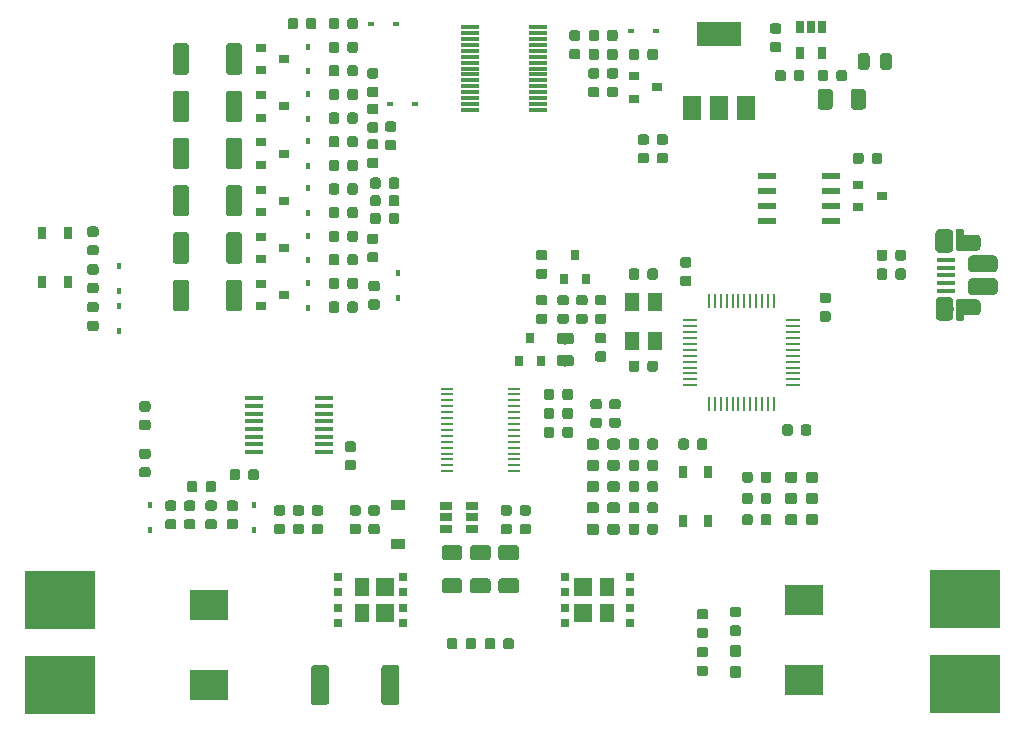
<source format=gbr>
G04 #@! TF.GenerationSoftware,KiCad,Pcbnew,5.1.2-f72e74a~84~ubuntu16.04.1*
G04 #@! TF.CreationDate,2019-06-08T12:34:56+01:00*
G04 #@! TF.ProjectId,bldc-BMS,626c6463-2d42-44d5-932e-6b696361645f,rev?*
G04 #@! TF.SameCoordinates,Original*
G04 #@! TF.FileFunction,Paste,Top*
G04 #@! TF.FilePolarity,Positive*
%FSLAX46Y46*%
G04 Gerber Fmt 4.6, Leading zero omitted, Abs format (unit mm)*
G04 Created by KiCad (PCBNEW 5.1.2-f72e74a~84~ubuntu16.04.1) date 2019-06-08 12:34:56*
%MOMM*%
%LPD*%
G04 APERTURE LIST*
%ADD10R,1.500000X0.300000*%
%ADD11C,0.100000*%
%ADD12C,0.875000*%
%ADD13R,1.500000X2.000000*%
%ADD14R,3.800000X2.000000*%
%ADD15R,6.000000X5.000000*%
%ADD16R,0.650000X1.060000*%
%ADD17R,0.800000X0.700000*%
%ADD18R,1.600000X1.550000*%
%ADD19R,1.200000X1.550000*%
%ADD20R,0.450000X0.600000*%
%ADD21C,1.250000*%
%ADD22C,1.350000*%
%ADD23C,0.700000*%
%ADD24C,1.500000*%
%ADD25R,1.650000X0.400000*%
%ADD26C,1.430000*%
%ADD27C,0.975000*%
%ADD28R,3.300000X2.500000*%
%ADD29C,0.950000*%
%ADD30R,1.550000X0.600000*%
%ADD31R,1.060000X0.650000*%
%ADD32C,1.525000*%
%ADD33R,1.200000X0.900000*%
%ADD34R,0.600000X0.450000*%
%ADD35R,0.900000X0.800000*%
%ADD36R,0.800000X0.900000*%
%ADD37R,0.650000X1.050000*%
%ADD38R,1.500000X0.450000*%
%ADD39R,0.250000X1.300000*%
%ADD40R,1.300000X0.250000*%
%ADD41R,1.100000X0.285000*%
%ADD42R,1.300000X1.600000*%
G04 APERTURE END LIST*
D10*
X140700000Y-48700000D03*
X140700000Y-48200000D03*
X140700000Y-47700000D03*
X140700000Y-47200000D03*
X140700000Y-46700000D03*
X140700000Y-46200000D03*
X140700000Y-45700000D03*
X140700000Y-45200000D03*
X140700000Y-44700000D03*
X140700000Y-44200000D03*
X140700000Y-43700000D03*
X140700000Y-43200000D03*
X140700000Y-42700000D03*
X140700000Y-42200000D03*
X140700000Y-41700000D03*
X146500000Y-41700000D03*
X146500000Y-42200000D03*
X146500000Y-42700000D03*
X146500000Y-43200000D03*
X146500000Y-43700000D03*
X146500000Y-44200000D03*
X146500000Y-44700000D03*
X146500000Y-45200000D03*
X146500000Y-45700000D03*
X146500000Y-46200000D03*
X146500000Y-46700000D03*
X146500000Y-47200000D03*
X146500000Y-47700000D03*
X146500000Y-48200000D03*
X146500000Y-48700000D03*
D11*
G36*
X154852691Y-69926053D02*
G01*
X154873926Y-69929203D01*
X154894750Y-69934419D01*
X154914962Y-69941651D01*
X154934368Y-69950830D01*
X154952781Y-69961866D01*
X154970024Y-69974654D01*
X154985930Y-69989070D01*
X155000346Y-70004976D01*
X155013134Y-70022219D01*
X155024170Y-70040632D01*
X155033349Y-70060038D01*
X155040581Y-70080250D01*
X155045797Y-70101074D01*
X155048947Y-70122309D01*
X155050000Y-70143750D01*
X155050000Y-70656250D01*
X155048947Y-70677691D01*
X155045797Y-70698926D01*
X155040581Y-70719750D01*
X155033349Y-70739962D01*
X155024170Y-70759368D01*
X155013134Y-70777781D01*
X155000346Y-70795024D01*
X154985930Y-70810930D01*
X154970024Y-70825346D01*
X154952781Y-70838134D01*
X154934368Y-70849170D01*
X154914962Y-70858349D01*
X154894750Y-70865581D01*
X154873926Y-70870797D01*
X154852691Y-70873947D01*
X154831250Y-70875000D01*
X154393750Y-70875000D01*
X154372309Y-70873947D01*
X154351074Y-70870797D01*
X154330250Y-70865581D01*
X154310038Y-70858349D01*
X154290632Y-70849170D01*
X154272219Y-70838134D01*
X154254976Y-70825346D01*
X154239070Y-70810930D01*
X154224654Y-70795024D01*
X154211866Y-70777781D01*
X154200830Y-70759368D01*
X154191651Y-70739962D01*
X154184419Y-70719750D01*
X154179203Y-70698926D01*
X154176053Y-70677691D01*
X154175000Y-70656250D01*
X154175000Y-70143750D01*
X154176053Y-70122309D01*
X154179203Y-70101074D01*
X154184419Y-70080250D01*
X154191651Y-70060038D01*
X154200830Y-70040632D01*
X154211866Y-70022219D01*
X154224654Y-70004976D01*
X154239070Y-69989070D01*
X154254976Y-69974654D01*
X154272219Y-69961866D01*
X154290632Y-69950830D01*
X154310038Y-69941651D01*
X154330250Y-69934419D01*
X154351074Y-69929203D01*
X154372309Y-69926053D01*
X154393750Y-69925000D01*
X154831250Y-69925000D01*
X154852691Y-69926053D01*
X154852691Y-69926053D01*
G37*
D12*
X154612500Y-70400000D03*
D11*
G36*
X156427691Y-69926053D02*
G01*
X156448926Y-69929203D01*
X156469750Y-69934419D01*
X156489962Y-69941651D01*
X156509368Y-69950830D01*
X156527781Y-69961866D01*
X156545024Y-69974654D01*
X156560930Y-69989070D01*
X156575346Y-70004976D01*
X156588134Y-70022219D01*
X156599170Y-70040632D01*
X156608349Y-70060038D01*
X156615581Y-70080250D01*
X156620797Y-70101074D01*
X156623947Y-70122309D01*
X156625000Y-70143750D01*
X156625000Y-70656250D01*
X156623947Y-70677691D01*
X156620797Y-70698926D01*
X156615581Y-70719750D01*
X156608349Y-70739962D01*
X156599170Y-70759368D01*
X156588134Y-70777781D01*
X156575346Y-70795024D01*
X156560930Y-70810930D01*
X156545024Y-70825346D01*
X156527781Y-70838134D01*
X156509368Y-70849170D01*
X156489962Y-70858349D01*
X156469750Y-70865581D01*
X156448926Y-70870797D01*
X156427691Y-70873947D01*
X156406250Y-70875000D01*
X155968750Y-70875000D01*
X155947309Y-70873947D01*
X155926074Y-70870797D01*
X155905250Y-70865581D01*
X155885038Y-70858349D01*
X155865632Y-70849170D01*
X155847219Y-70838134D01*
X155829976Y-70825346D01*
X155814070Y-70810930D01*
X155799654Y-70795024D01*
X155786866Y-70777781D01*
X155775830Y-70759368D01*
X155766651Y-70739962D01*
X155759419Y-70719750D01*
X155754203Y-70698926D01*
X155751053Y-70677691D01*
X155750000Y-70656250D01*
X155750000Y-70143750D01*
X155751053Y-70122309D01*
X155754203Y-70101074D01*
X155759419Y-70080250D01*
X155766651Y-70060038D01*
X155775830Y-70040632D01*
X155786866Y-70022219D01*
X155799654Y-70004976D01*
X155814070Y-69989070D01*
X155829976Y-69974654D01*
X155847219Y-69961866D01*
X155865632Y-69950830D01*
X155885038Y-69941651D01*
X155905250Y-69934419D01*
X155926074Y-69929203D01*
X155947309Y-69926053D01*
X155968750Y-69925000D01*
X156406250Y-69925000D01*
X156427691Y-69926053D01*
X156427691Y-69926053D01*
G37*
D12*
X156187500Y-70400000D03*
D11*
G36*
X156427691Y-62126053D02*
G01*
X156448926Y-62129203D01*
X156469750Y-62134419D01*
X156489962Y-62141651D01*
X156509368Y-62150830D01*
X156527781Y-62161866D01*
X156545024Y-62174654D01*
X156560930Y-62189070D01*
X156575346Y-62204976D01*
X156588134Y-62222219D01*
X156599170Y-62240632D01*
X156608349Y-62260038D01*
X156615581Y-62280250D01*
X156620797Y-62301074D01*
X156623947Y-62322309D01*
X156625000Y-62343750D01*
X156625000Y-62856250D01*
X156623947Y-62877691D01*
X156620797Y-62898926D01*
X156615581Y-62919750D01*
X156608349Y-62939962D01*
X156599170Y-62959368D01*
X156588134Y-62977781D01*
X156575346Y-62995024D01*
X156560930Y-63010930D01*
X156545024Y-63025346D01*
X156527781Y-63038134D01*
X156509368Y-63049170D01*
X156489962Y-63058349D01*
X156469750Y-63065581D01*
X156448926Y-63070797D01*
X156427691Y-63073947D01*
X156406250Y-63075000D01*
X155968750Y-63075000D01*
X155947309Y-63073947D01*
X155926074Y-63070797D01*
X155905250Y-63065581D01*
X155885038Y-63058349D01*
X155865632Y-63049170D01*
X155847219Y-63038134D01*
X155829976Y-63025346D01*
X155814070Y-63010930D01*
X155799654Y-62995024D01*
X155786866Y-62977781D01*
X155775830Y-62959368D01*
X155766651Y-62939962D01*
X155759419Y-62919750D01*
X155754203Y-62898926D01*
X155751053Y-62877691D01*
X155750000Y-62856250D01*
X155750000Y-62343750D01*
X155751053Y-62322309D01*
X155754203Y-62301074D01*
X155759419Y-62280250D01*
X155766651Y-62260038D01*
X155775830Y-62240632D01*
X155786866Y-62222219D01*
X155799654Y-62204976D01*
X155814070Y-62189070D01*
X155829976Y-62174654D01*
X155847219Y-62161866D01*
X155865632Y-62150830D01*
X155885038Y-62141651D01*
X155905250Y-62134419D01*
X155926074Y-62129203D01*
X155947309Y-62126053D01*
X155968750Y-62125000D01*
X156406250Y-62125000D01*
X156427691Y-62126053D01*
X156427691Y-62126053D01*
G37*
D12*
X156187500Y-62600000D03*
D11*
G36*
X154852691Y-62126053D02*
G01*
X154873926Y-62129203D01*
X154894750Y-62134419D01*
X154914962Y-62141651D01*
X154934368Y-62150830D01*
X154952781Y-62161866D01*
X154970024Y-62174654D01*
X154985930Y-62189070D01*
X155000346Y-62204976D01*
X155013134Y-62222219D01*
X155024170Y-62240632D01*
X155033349Y-62260038D01*
X155040581Y-62280250D01*
X155045797Y-62301074D01*
X155048947Y-62322309D01*
X155050000Y-62343750D01*
X155050000Y-62856250D01*
X155048947Y-62877691D01*
X155045797Y-62898926D01*
X155040581Y-62919750D01*
X155033349Y-62939962D01*
X155024170Y-62959368D01*
X155013134Y-62977781D01*
X155000346Y-62995024D01*
X154985930Y-63010930D01*
X154970024Y-63025346D01*
X154952781Y-63038134D01*
X154934368Y-63049170D01*
X154914962Y-63058349D01*
X154894750Y-63065581D01*
X154873926Y-63070797D01*
X154852691Y-63073947D01*
X154831250Y-63075000D01*
X154393750Y-63075000D01*
X154372309Y-63073947D01*
X154351074Y-63070797D01*
X154330250Y-63065581D01*
X154310038Y-63058349D01*
X154290632Y-63049170D01*
X154272219Y-63038134D01*
X154254976Y-63025346D01*
X154239070Y-63010930D01*
X154224654Y-62995024D01*
X154211866Y-62977781D01*
X154200830Y-62959368D01*
X154191651Y-62939962D01*
X154184419Y-62919750D01*
X154179203Y-62898926D01*
X154176053Y-62877691D01*
X154175000Y-62856250D01*
X154175000Y-62343750D01*
X154176053Y-62322309D01*
X154179203Y-62301074D01*
X154184419Y-62280250D01*
X154191651Y-62260038D01*
X154200830Y-62240632D01*
X154211866Y-62222219D01*
X154224654Y-62204976D01*
X154239070Y-62189070D01*
X154254976Y-62174654D01*
X154272219Y-62161866D01*
X154290632Y-62150830D01*
X154310038Y-62141651D01*
X154330250Y-62134419D01*
X154351074Y-62129203D01*
X154372309Y-62126053D01*
X154393750Y-62125000D01*
X154831250Y-62125000D01*
X154852691Y-62126053D01*
X154852691Y-62126053D01*
G37*
D12*
X154612500Y-62600000D03*
D13*
X159500000Y-48550000D03*
X164100000Y-48550000D03*
X161800000Y-48550000D03*
D14*
X161800000Y-42250000D03*
D15*
X182600000Y-97350000D03*
X182600000Y-90150000D03*
X105998000Y-90200000D03*
X105998000Y-97400000D03*
D16*
X170550000Y-41700000D03*
X169600000Y-41700000D03*
X168650000Y-41700000D03*
X168650000Y-43900000D03*
X170550000Y-43900000D03*
D11*
G36*
X168827691Y-45326053D02*
G01*
X168848926Y-45329203D01*
X168869750Y-45334419D01*
X168889962Y-45341651D01*
X168909368Y-45350830D01*
X168927781Y-45361866D01*
X168945024Y-45374654D01*
X168960930Y-45389070D01*
X168975346Y-45404976D01*
X168988134Y-45422219D01*
X168999170Y-45440632D01*
X169008349Y-45460038D01*
X169015581Y-45480250D01*
X169020797Y-45501074D01*
X169023947Y-45522309D01*
X169025000Y-45543750D01*
X169025000Y-46056250D01*
X169023947Y-46077691D01*
X169020797Y-46098926D01*
X169015581Y-46119750D01*
X169008349Y-46139962D01*
X168999170Y-46159368D01*
X168988134Y-46177781D01*
X168975346Y-46195024D01*
X168960930Y-46210930D01*
X168945024Y-46225346D01*
X168927781Y-46238134D01*
X168909368Y-46249170D01*
X168889962Y-46258349D01*
X168869750Y-46265581D01*
X168848926Y-46270797D01*
X168827691Y-46273947D01*
X168806250Y-46275000D01*
X168368750Y-46275000D01*
X168347309Y-46273947D01*
X168326074Y-46270797D01*
X168305250Y-46265581D01*
X168285038Y-46258349D01*
X168265632Y-46249170D01*
X168247219Y-46238134D01*
X168229976Y-46225346D01*
X168214070Y-46210930D01*
X168199654Y-46195024D01*
X168186866Y-46177781D01*
X168175830Y-46159368D01*
X168166651Y-46139962D01*
X168159419Y-46119750D01*
X168154203Y-46098926D01*
X168151053Y-46077691D01*
X168150000Y-46056250D01*
X168150000Y-45543750D01*
X168151053Y-45522309D01*
X168154203Y-45501074D01*
X168159419Y-45480250D01*
X168166651Y-45460038D01*
X168175830Y-45440632D01*
X168186866Y-45422219D01*
X168199654Y-45404976D01*
X168214070Y-45389070D01*
X168229976Y-45374654D01*
X168247219Y-45361866D01*
X168265632Y-45350830D01*
X168285038Y-45341651D01*
X168305250Y-45334419D01*
X168326074Y-45329203D01*
X168347309Y-45326053D01*
X168368750Y-45325000D01*
X168806250Y-45325000D01*
X168827691Y-45326053D01*
X168827691Y-45326053D01*
G37*
D12*
X168587500Y-45800000D03*
D11*
G36*
X167252691Y-45326053D02*
G01*
X167273926Y-45329203D01*
X167294750Y-45334419D01*
X167314962Y-45341651D01*
X167334368Y-45350830D01*
X167352781Y-45361866D01*
X167370024Y-45374654D01*
X167385930Y-45389070D01*
X167400346Y-45404976D01*
X167413134Y-45422219D01*
X167424170Y-45440632D01*
X167433349Y-45460038D01*
X167440581Y-45480250D01*
X167445797Y-45501074D01*
X167448947Y-45522309D01*
X167450000Y-45543750D01*
X167450000Y-46056250D01*
X167448947Y-46077691D01*
X167445797Y-46098926D01*
X167440581Y-46119750D01*
X167433349Y-46139962D01*
X167424170Y-46159368D01*
X167413134Y-46177781D01*
X167400346Y-46195024D01*
X167385930Y-46210930D01*
X167370024Y-46225346D01*
X167352781Y-46238134D01*
X167334368Y-46249170D01*
X167314962Y-46258349D01*
X167294750Y-46265581D01*
X167273926Y-46270797D01*
X167252691Y-46273947D01*
X167231250Y-46275000D01*
X166793750Y-46275000D01*
X166772309Y-46273947D01*
X166751074Y-46270797D01*
X166730250Y-46265581D01*
X166710038Y-46258349D01*
X166690632Y-46249170D01*
X166672219Y-46238134D01*
X166654976Y-46225346D01*
X166639070Y-46210930D01*
X166624654Y-46195024D01*
X166611866Y-46177781D01*
X166600830Y-46159368D01*
X166591651Y-46139962D01*
X166584419Y-46119750D01*
X166579203Y-46098926D01*
X166576053Y-46077691D01*
X166575000Y-46056250D01*
X166575000Y-45543750D01*
X166576053Y-45522309D01*
X166579203Y-45501074D01*
X166584419Y-45480250D01*
X166591651Y-45460038D01*
X166600830Y-45440632D01*
X166611866Y-45422219D01*
X166624654Y-45404976D01*
X166639070Y-45389070D01*
X166654976Y-45374654D01*
X166672219Y-45361866D01*
X166690632Y-45350830D01*
X166710038Y-45341651D01*
X166730250Y-45334419D01*
X166751074Y-45329203D01*
X166772309Y-45326053D01*
X166793750Y-45325000D01*
X167231250Y-45325000D01*
X167252691Y-45326053D01*
X167252691Y-45326053D01*
G37*
D12*
X167012500Y-45800000D03*
D17*
X129550000Y-88290000D03*
X129550000Y-89560000D03*
X129550000Y-90840000D03*
X129550000Y-92110000D03*
X135050000Y-92110000D03*
X135050000Y-90840000D03*
X135050000Y-89560000D03*
X135050000Y-88290000D03*
D18*
X133550000Y-89110000D03*
X133550000Y-91290000D03*
D19*
X131550000Y-89110000D03*
X131550000Y-91290000D03*
D20*
X134600000Y-62550000D03*
X134600000Y-64650000D03*
D11*
G36*
X157277691Y-50776053D02*
G01*
X157298926Y-50779203D01*
X157319750Y-50784419D01*
X157339962Y-50791651D01*
X157359368Y-50800830D01*
X157377781Y-50811866D01*
X157395024Y-50824654D01*
X157410930Y-50839070D01*
X157425346Y-50854976D01*
X157438134Y-50872219D01*
X157449170Y-50890632D01*
X157458349Y-50910038D01*
X157465581Y-50930250D01*
X157470797Y-50951074D01*
X157473947Y-50972309D01*
X157475000Y-50993750D01*
X157475000Y-51431250D01*
X157473947Y-51452691D01*
X157470797Y-51473926D01*
X157465581Y-51494750D01*
X157458349Y-51514962D01*
X157449170Y-51534368D01*
X157438134Y-51552781D01*
X157425346Y-51570024D01*
X157410930Y-51585930D01*
X157395024Y-51600346D01*
X157377781Y-51613134D01*
X157359368Y-51624170D01*
X157339962Y-51633349D01*
X157319750Y-51640581D01*
X157298926Y-51645797D01*
X157277691Y-51648947D01*
X157256250Y-51650000D01*
X156743750Y-51650000D01*
X156722309Y-51648947D01*
X156701074Y-51645797D01*
X156680250Y-51640581D01*
X156660038Y-51633349D01*
X156640632Y-51624170D01*
X156622219Y-51613134D01*
X156604976Y-51600346D01*
X156589070Y-51585930D01*
X156574654Y-51570024D01*
X156561866Y-51552781D01*
X156550830Y-51534368D01*
X156541651Y-51514962D01*
X156534419Y-51494750D01*
X156529203Y-51473926D01*
X156526053Y-51452691D01*
X156525000Y-51431250D01*
X156525000Y-50993750D01*
X156526053Y-50972309D01*
X156529203Y-50951074D01*
X156534419Y-50930250D01*
X156541651Y-50910038D01*
X156550830Y-50890632D01*
X156561866Y-50872219D01*
X156574654Y-50854976D01*
X156589070Y-50839070D01*
X156604976Y-50824654D01*
X156622219Y-50811866D01*
X156640632Y-50800830D01*
X156660038Y-50791651D01*
X156680250Y-50784419D01*
X156701074Y-50779203D01*
X156722309Y-50776053D01*
X156743750Y-50775000D01*
X157256250Y-50775000D01*
X157277691Y-50776053D01*
X157277691Y-50776053D01*
G37*
D12*
X157000000Y-51212500D03*
D11*
G36*
X157277691Y-52351053D02*
G01*
X157298926Y-52354203D01*
X157319750Y-52359419D01*
X157339962Y-52366651D01*
X157359368Y-52375830D01*
X157377781Y-52386866D01*
X157395024Y-52399654D01*
X157410930Y-52414070D01*
X157425346Y-52429976D01*
X157438134Y-52447219D01*
X157449170Y-52465632D01*
X157458349Y-52485038D01*
X157465581Y-52505250D01*
X157470797Y-52526074D01*
X157473947Y-52547309D01*
X157475000Y-52568750D01*
X157475000Y-53006250D01*
X157473947Y-53027691D01*
X157470797Y-53048926D01*
X157465581Y-53069750D01*
X157458349Y-53089962D01*
X157449170Y-53109368D01*
X157438134Y-53127781D01*
X157425346Y-53145024D01*
X157410930Y-53160930D01*
X157395024Y-53175346D01*
X157377781Y-53188134D01*
X157359368Y-53199170D01*
X157339962Y-53208349D01*
X157319750Y-53215581D01*
X157298926Y-53220797D01*
X157277691Y-53223947D01*
X157256250Y-53225000D01*
X156743750Y-53225000D01*
X156722309Y-53223947D01*
X156701074Y-53220797D01*
X156680250Y-53215581D01*
X156660038Y-53208349D01*
X156640632Y-53199170D01*
X156622219Y-53188134D01*
X156604976Y-53175346D01*
X156589070Y-53160930D01*
X156574654Y-53145024D01*
X156561866Y-53127781D01*
X156550830Y-53109368D01*
X156541651Y-53089962D01*
X156534419Y-53069750D01*
X156529203Y-53048926D01*
X156526053Y-53027691D01*
X156525000Y-53006250D01*
X156525000Y-52568750D01*
X156526053Y-52547309D01*
X156529203Y-52526074D01*
X156534419Y-52505250D01*
X156541651Y-52485038D01*
X156550830Y-52465632D01*
X156561866Y-52447219D01*
X156574654Y-52429976D01*
X156589070Y-52414070D01*
X156604976Y-52399654D01*
X156622219Y-52386866D01*
X156640632Y-52375830D01*
X156660038Y-52366651D01*
X156680250Y-52359419D01*
X156701074Y-52354203D01*
X156722309Y-52351053D01*
X156743750Y-52350000D01*
X157256250Y-52350000D01*
X157277691Y-52351053D01*
X157277691Y-52351053D01*
G37*
D12*
X157000000Y-52787500D03*
D11*
G36*
X155677691Y-50776053D02*
G01*
X155698926Y-50779203D01*
X155719750Y-50784419D01*
X155739962Y-50791651D01*
X155759368Y-50800830D01*
X155777781Y-50811866D01*
X155795024Y-50824654D01*
X155810930Y-50839070D01*
X155825346Y-50854976D01*
X155838134Y-50872219D01*
X155849170Y-50890632D01*
X155858349Y-50910038D01*
X155865581Y-50930250D01*
X155870797Y-50951074D01*
X155873947Y-50972309D01*
X155875000Y-50993750D01*
X155875000Y-51431250D01*
X155873947Y-51452691D01*
X155870797Y-51473926D01*
X155865581Y-51494750D01*
X155858349Y-51514962D01*
X155849170Y-51534368D01*
X155838134Y-51552781D01*
X155825346Y-51570024D01*
X155810930Y-51585930D01*
X155795024Y-51600346D01*
X155777781Y-51613134D01*
X155759368Y-51624170D01*
X155739962Y-51633349D01*
X155719750Y-51640581D01*
X155698926Y-51645797D01*
X155677691Y-51648947D01*
X155656250Y-51650000D01*
X155143750Y-51650000D01*
X155122309Y-51648947D01*
X155101074Y-51645797D01*
X155080250Y-51640581D01*
X155060038Y-51633349D01*
X155040632Y-51624170D01*
X155022219Y-51613134D01*
X155004976Y-51600346D01*
X154989070Y-51585930D01*
X154974654Y-51570024D01*
X154961866Y-51552781D01*
X154950830Y-51534368D01*
X154941651Y-51514962D01*
X154934419Y-51494750D01*
X154929203Y-51473926D01*
X154926053Y-51452691D01*
X154925000Y-51431250D01*
X154925000Y-50993750D01*
X154926053Y-50972309D01*
X154929203Y-50951074D01*
X154934419Y-50930250D01*
X154941651Y-50910038D01*
X154950830Y-50890632D01*
X154961866Y-50872219D01*
X154974654Y-50854976D01*
X154989070Y-50839070D01*
X155004976Y-50824654D01*
X155022219Y-50811866D01*
X155040632Y-50800830D01*
X155060038Y-50791651D01*
X155080250Y-50784419D01*
X155101074Y-50779203D01*
X155122309Y-50776053D01*
X155143750Y-50775000D01*
X155656250Y-50775000D01*
X155677691Y-50776053D01*
X155677691Y-50776053D01*
G37*
D12*
X155400000Y-51212500D03*
D11*
G36*
X155677691Y-52351053D02*
G01*
X155698926Y-52354203D01*
X155719750Y-52359419D01*
X155739962Y-52366651D01*
X155759368Y-52375830D01*
X155777781Y-52386866D01*
X155795024Y-52399654D01*
X155810930Y-52414070D01*
X155825346Y-52429976D01*
X155838134Y-52447219D01*
X155849170Y-52465632D01*
X155858349Y-52485038D01*
X155865581Y-52505250D01*
X155870797Y-52526074D01*
X155873947Y-52547309D01*
X155875000Y-52568750D01*
X155875000Y-53006250D01*
X155873947Y-53027691D01*
X155870797Y-53048926D01*
X155865581Y-53069750D01*
X155858349Y-53089962D01*
X155849170Y-53109368D01*
X155838134Y-53127781D01*
X155825346Y-53145024D01*
X155810930Y-53160930D01*
X155795024Y-53175346D01*
X155777781Y-53188134D01*
X155759368Y-53199170D01*
X155739962Y-53208349D01*
X155719750Y-53215581D01*
X155698926Y-53220797D01*
X155677691Y-53223947D01*
X155656250Y-53225000D01*
X155143750Y-53225000D01*
X155122309Y-53223947D01*
X155101074Y-53220797D01*
X155080250Y-53215581D01*
X155060038Y-53208349D01*
X155040632Y-53199170D01*
X155022219Y-53188134D01*
X155004976Y-53175346D01*
X154989070Y-53160930D01*
X154974654Y-53145024D01*
X154961866Y-53127781D01*
X154950830Y-53109368D01*
X154941651Y-53089962D01*
X154934419Y-53069750D01*
X154929203Y-53048926D01*
X154926053Y-53027691D01*
X154925000Y-53006250D01*
X154925000Y-52568750D01*
X154926053Y-52547309D01*
X154929203Y-52526074D01*
X154934419Y-52505250D01*
X154941651Y-52485038D01*
X154950830Y-52465632D01*
X154961866Y-52447219D01*
X154974654Y-52429976D01*
X154989070Y-52414070D01*
X155004976Y-52399654D01*
X155022219Y-52386866D01*
X155040632Y-52375830D01*
X155060038Y-52366651D01*
X155080250Y-52359419D01*
X155101074Y-52354203D01*
X155122309Y-52351053D01*
X155143750Y-52350000D01*
X155656250Y-52350000D01*
X155677691Y-52351053D01*
X155677691Y-52351053D01*
G37*
D12*
X155400000Y-52787500D03*
D11*
G36*
X139849504Y-85576204D02*
G01*
X139873773Y-85579804D01*
X139897571Y-85585765D01*
X139920671Y-85594030D01*
X139942849Y-85604520D01*
X139963893Y-85617133D01*
X139983598Y-85631747D01*
X140001777Y-85648223D01*
X140018253Y-85666402D01*
X140032867Y-85686107D01*
X140045480Y-85707151D01*
X140055970Y-85729329D01*
X140064235Y-85752429D01*
X140070196Y-85776227D01*
X140073796Y-85800496D01*
X140075000Y-85825000D01*
X140075000Y-86575000D01*
X140073796Y-86599504D01*
X140070196Y-86623773D01*
X140064235Y-86647571D01*
X140055970Y-86670671D01*
X140045480Y-86692849D01*
X140032867Y-86713893D01*
X140018253Y-86733598D01*
X140001777Y-86751777D01*
X139983598Y-86768253D01*
X139963893Y-86782867D01*
X139942849Y-86795480D01*
X139920671Y-86805970D01*
X139897571Y-86814235D01*
X139873773Y-86820196D01*
X139849504Y-86823796D01*
X139825000Y-86825000D01*
X138575000Y-86825000D01*
X138550496Y-86823796D01*
X138526227Y-86820196D01*
X138502429Y-86814235D01*
X138479329Y-86805970D01*
X138457151Y-86795480D01*
X138436107Y-86782867D01*
X138416402Y-86768253D01*
X138398223Y-86751777D01*
X138381747Y-86733598D01*
X138367133Y-86713893D01*
X138354520Y-86692849D01*
X138344030Y-86670671D01*
X138335765Y-86647571D01*
X138329804Y-86623773D01*
X138326204Y-86599504D01*
X138325000Y-86575000D01*
X138325000Y-85825000D01*
X138326204Y-85800496D01*
X138329804Y-85776227D01*
X138335765Y-85752429D01*
X138344030Y-85729329D01*
X138354520Y-85707151D01*
X138367133Y-85686107D01*
X138381747Y-85666402D01*
X138398223Y-85648223D01*
X138416402Y-85631747D01*
X138436107Y-85617133D01*
X138457151Y-85604520D01*
X138479329Y-85594030D01*
X138502429Y-85585765D01*
X138526227Y-85579804D01*
X138550496Y-85576204D01*
X138575000Y-85575000D01*
X139825000Y-85575000D01*
X139849504Y-85576204D01*
X139849504Y-85576204D01*
G37*
D21*
X139200000Y-86200000D03*
D11*
G36*
X139849504Y-88376204D02*
G01*
X139873773Y-88379804D01*
X139897571Y-88385765D01*
X139920671Y-88394030D01*
X139942849Y-88404520D01*
X139963893Y-88417133D01*
X139983598Y-88431747D01*
X140001777Y-88448223D01*
X140018253Y-88466402D01*
X140032867Y-88486107D01*
X140045480Y-88507151D01*
X140055970Y-88529329D01*
X140064235Y-88552429D01*
X140070196Y-88576227D01*
X140073796Y-88600496D01*
X140075000Y-88625000D01*
X140075000Y-89375000D01*
X140073796Y-89399504D01*
X140070196Y-89423773D01*
X140064235Y-89447571D01*
X140055970Y-89470671D01*
X140045480Y-89492849D01*
X140032867Y-89513893D01*
X140018253Y-89533598D01*
X140001777Y-89551777D01*
X139983598Y-89568253D01*
X139963893Y-89582867D01*
X139942849Y-89595480D01*
X139920671Y-89605970D01*
X139897571Y-89614235D01*
X139873773Y-89620196D01*
X139849504Y-89623796D01*
X139825000Y-89625000D01*
X138575000Y-89625000D01*
X138550496Y-89623796D01*
X138526227Y-89620196D01*
X138502429Y-89614235D01*
X138479329Y-89605970D01*
X138457151Y-89595480D01*
X138436107Y-89582867D01*
X138416402Y-89568253D01*
X138398223Y-89551777D01*
X138381747Y-89533598D01*
X138367133Y-89513893D01*
X138354520Y-89492849D01*
X138344030Y-89470671D01*
X138335765Y-89447571D01*
X138329804Y-89423773D01*
X138326204Y-89399504D01*
X138325000Y-89375000D01*
X138325000Y-88625000D01*
X138326204Y-88600496D01*
X138329804Y-88576227D01*
X138335765Y-88552429D01*
X138344030Y-88529329D01*
X138354520Y-88507151D01*
X138367133Y-88486107D01*
X138381747Y-88466402D01*
X138398223Y-88448223D01*
X138416402Y-88431747D01*
X138436107Y-88417133D01*
X138457151Y-88404520D01*
X138479329Y-88394030D01*
X138502429Y-88385765D01*
X138526227Y-88379804D01*
X138550496Y-88376204D01*
X138575000Y-88375000D01*
X139825000Y-88375000D01*
X139849504Y-88376204D01*
X139849504Y-88376204D01*
G37*
D21*
X139200000Y-89000000D03*
D11*
G36*
X142249504Y-85576204D02*
G01*
X142273773Y-85579804D01*
X142297571Y-85585765D01*
X142320671Y-85594030D01*
X142342849Y-85604520D01*
X142363893Y-85617133D01*
X142383598Y-85631747D01*
X142401777Y-85648223D01*
X142418253Y-85666402D01*
X142432867Y-85686107D01*
X142445480Y-85707151D01*
X142455970Y-85729329D01*
X142464235Y-85752429D01*
X142470196Y-85776227D01*
X142473796Y-85800496D01*
X142475000Y-85825000D01*
X142475000Y-86575000D01*
X142473796Y-86599504D01*
X142470196Y-86623773D01*
X142464235Y-86647571D01*
X142455970Y-86670671D01*
X142445480Y-86692849D01*
X142432867Y-86713893D01*
X142418253Y-86733598D01*
X142401777Y-86751777D01*
X142383598Y-86768253D01*
X142363893Y-86782867D01*
X142342849Y-86795480D01*
X142320671Y-86805970D01*
X142297571Y-86814235D01*
X142273773Y-86820196D01*
X142249504Y-86823796D01*
X142225000Y-86825000D01*
X140975000Y-86825000D01*
X140950496Y-86823796D01*
X140926227Y-86820196D01*
X140902429Y-86814235D01*
X140879329Y-86805970D01*
X140857151Y-86795480D01*
X140836107Y-86782867D01*
X140816402Y-86768253D01*
X140798223Y-86751777D01*
X140781747Y-86733598D01*
X140767133Y-86713893D01*
X140754520Y-86692849D01*
X140744030Y-86670671D01*
X140735765Y-86647571D01*
X140729804Y-86623773D01*
X140726204Y-86599504D01*
X140725000Y-86575000D01*
X140725000Y-85825000D01*
X140726204Y-85800496D01*
X140729804Y-85776227D01*
X140735765Y-85752429D01*
X140744030Y-85729329D01*
X140754520Y-85707151D01*
X140767133Y-85686107D01*
X140781747Y-85666402D01*
X140798223Y-85648223D01*
X140816402Y-85631747D01*
X140836107Y-85617133D01*
X140857151Y-85604520D01*
X140879329Y-85594030D01*
X140902429Y-85585765D01*
X140926227Y-85579804D01*
X140950496Y-85576204D01*
X140975000Y-85575000D01*
X142225000Y-85575000D01*
X142249504Y-85576204D01*
X142249504Y-85576204D01*
G37*
D21*
X141600000Y-86200000D03*
D11*
G36*
X142249504Y-88376204D02*
G01*
X142273773Y-88379804D01*
X142297571Y-88385765D01*
X142320671Y-88394030D01*
X142342849Y-88404520D01*
X142363893Y-88417133D01*
X142383598Y-88431747D01*
X142401777Y-88448223D01*
X142418253Y-88466402D01*
X142432867Y-88486107D01*
X142445480Y-88507151D01*
X142455970Y-88529329D01*
X142464235Y-88552429D01*
X142470196Y-88576227D01*
X142473796Y-88600496D01*
X142475000Y-88625000D01*
X142475000Y-89375000D01*
X142473796Y-89399504D01*
X142470196Y-89423773D01*
X142464235Y-89447571D01*
X142455970Y-89470671D01*
X142445480Y-89492849D01*
X142432867Y-89513893D01*
X142418253Y-89533598D01*
X142401777Y-89551777D01*
X142383598Y-89568253D01*
X142363893Y-89582867D01*
X142342849Y-89595480D01*
X142320671Y-89605970D01*
X142297571Y-89614235D01*
X142273773Y-89620196D01*
X142249504Y-89623796D01*
X142225000Y-89625000D01*
X140975000Y-89625000D01*
X140950496Y-89623796D01*
X140926227Y-89620196D01*
X140902429Y-89614235D01*
X140879329Y-89605970D01*
X140857151Y-89595480D01*
X140836107Y-89582867D01*
X140816402Y-89568253D01*
X140798223Y-89551777D01*
X140781747Y-89533598D01*
X140767133Y-89513893D01*
X140754520Y-89492849D01*
X140744030Y-89470671D01*
X140735765Y-89447571D01*
X140729804Y-89423773D01*
X140726204Y-89399504D01*
X140725000Y-89375000D01*
X140725000Y-88625000D01*
X140726204Y-88600496D01*
X140729804Y-88576227D01*
X140735765Y-88552429D01*
X140744030Y-88529329D01*
X140754520Y-88507151D01*
X140767133Y-88486107D01*
X140781747Y-88466402D01*
X140798223Y-88448223D01*
X140816402Y-88431747D01*
X140836107Y-88417133D01*
X140857151Y-88404520D01*
X140879329Y-88394030D01*
X140902429Y-88385765D01*
X140926227Y-88379804D01*
X140950496Y-88376204D01*
X140975000Y-88375000D01*
X142225000Y-88375000D01*
X142249504Y-88376204D01*
X142249504Y-88376204D01*
G37*
D21*
X141600000Y-89000000D03*
D11*
G36*
X144649504Y-85576204D02*
G01*
X144673773Y-85579804D01*
X144697571Y-85585765D01*
X144720671Y-85594030D01*
X144742849Y-85604520D01*
X144763893Y-85617133D01*
X144783598Y-85631747D01*
X144801777Y-85648223D01*
X144818253Y-85666402D01*
X144832867Y-85686107D01*
X144845480Y-85707151D01*
X144855970Y-85729329D01*
X144864235Y-85752429D01*
X144870196Y-85776227D01*
X144873796Y-85800496D01*
X144875000Y-85825000D01*
X144875000Y-86575000D01*
X144873796Y-86599504D01*
X144870196Y-86623773D01*
X144864235Y-86647571D01*
X144855970Y-86670671D01*
X144845480Y-86692849D01*
X144832867Y-86713893D01*
X144818253Y-86733598D01*
X144801777Y-86751777D01*
X144783598Y-86768253D01*
X144763893Y-86782867D01*
X144742849Y-86795480D01*
X144720671Y-86805970D01*
X144697571Y-86814235D01*
X144673773Y-86820196D01*
X144649504Y-86823796D01*
X144625000Y-86825000D01*
X143375000Y-86825000D01*
X143350496Y-86823796D01*
X143326227Y-86820196D01*
X143302429Y-86814235D01*
X143279329Y-86805970D01*
X143257151Y-86795480D01*
X143236107Y-86782867D01*
X143216402Y-86768253D01*
X143198223Y-86751777D01*
X143181747Y-86733598D01*
X143167133Y-86713893D01*
X143154520Y-86692849D01*
X143144030Y-86670671D01*
X143135765Y-86647571D01*
X143129804Y-86623773D01*
X143126204Y-86599504D01*
X143125000Y-86575000D01*
X143125000Y-85825000D01*
X143126204Y-85800496D01*
X143129804Y-85776227D01*
X143135765Y-85752429D01*
X143144030Y-85729329D01*
X143154520Y-85707151D01*
X143167133Y-85686107D01*
X143181747Y-85666402D01*
X143198223Y-85648223D01*
X143216402Y-85631747D01*
X143236107Y-85617133D01*
X143257151Y-85604520D01*
X143279329Y-85594030D01*
X143302429Y-85585765D01*
X143326227Y-85579804D01*
X143350496Y-85576204D01*
X143375000Y-85575000D01*
X144625000Y-85575000D01*
X144649504Y-85576204D01*
X144649504Y-85576204D01*
G37*
D21*
X144000000Y-86200000D03*
D11*
G36*
X144649504Y-88376204D02*
G01*
X144673773Y-88379804D01*
X144697571Y-88385765D01*
X144720671Y-88394030D01*
X144742849Y-88404520D01*
X144763893Y-88417133D01*
X144783598Y-88431747D01*
X144801777Y-88448223D01*
X144818253Y-88466402D01*
X144832867Y-88486107D01*
X144845480Y-88507151D01*
X144855970Y-88529329D01*
X144864235Y-88552429D01*
X144870196Y-88576227D01*
X144873796Y-88600496D01*
X144875000Y-88625000D01*
X144875000Y-89375000D01*
X144873796Y-89399504D01*
X144870196Y-89423773D01*
X144864235Y-89447571D01*
X144855970Y-89470671D01*
X144845480Y-89492849D01*
X144832867Y-89513893D01*
X144818253Y-89533598D01*
X144801777Y-89551777D01*
X144783598Y-89568253D01*
X144763893Y-89582867D01*
X144742849Y-89595480D01*
X144720671Y-89605970D01*
X144697571Y-89614235D01*
X144673773Y-89620196D01*
X144649504Y-89623796D01*
X144625000Y-89625000D01*
X143375000Y-89625000D01*
X143350496Y-89623796D01*
X143326227Y-89620196D01*
X143302429Y-89614235D01*
X143279329Y-89605970D01*
X143257151Y-89595480D01*
X143236107Y-89582867D01*
X143216402Y-89568253D01*
X143198223Y-89551777D01*
X143181747Y-89533598D01*
X143167133Y-89513893D01*
X143154520Y-89492849D01*
X143144030Y-89470671D01*
X143135765Y-89447571D01*
X143129804Y-89423773D01*
X143126204Y-89399504D01*
X143125000Y-89375000D01*
X143125000Y-88625000D01*
X143126204Y-88600496D01*
X143129804Y-88576227D01*
X143135765Y-88552429D01*
X143144030Y-88529329D01*
X143154520Y-88507151D01*
X143167133Y-88486107D01*
X143181747Y-88466402D01*
X143198223Y-88448223D01*
X143216402Y-88431747D01*
X143236107Y-88417133D01*
X143257151Y-88404520D01*
X143279329Y-88394030D01*
X143302429Y-88385765D01*
X143326227Y-88379804D01*
X143350496Y-88376204D01*
X143375000Y-88375000D01*
X144625000Y-88375000D01*
X144649504Y-88376204D01*
X144649504Y-88376204D01*
G37*
D21*
X144000000Y-89000000D03*
D11*
G36*
X183645581Y-59276625D02*
G01*
X183678343Y-59281485D01*
X183710471Y-59289533D01*
X183741656Y-59300691D01*
X183771596Y-59314852D01*
X183800005Y-59331879D01*
X183826608Y-59351609D01*
X183851149Y-59373851D01*
X183873391Y-59398392D01*
X183893121Y-59424995D01*
X183910148Y-59453404D01*
X183924309Y-59483344D01*
X183935467Y-59514529D01*
X183943515Y-59546657D01*
X183948375Y-59579419D01*
X183950000Y-59612500D01*
X183950000Y-60287500D01*
X183948375Y-60320581D01*
X183943515Y-60353343D01*
X183935467Y-60385471D01*
X183924309Y-60416656D01*
X183910148Y-60446596D01*
X183893121Y-60475005D01*
X183873391Y-60501608D01*
X183851149Y-60526149D01*
X183826608Y-60548391D01*
X183800005Y-60568121D01*
X183771596Y-60585148D01*
X183741656Y-60599309D01*
X183710471Y-60610467D01*
X183678343Y-60618515D01*
X183645581Y-60623375D01*
X183612500Y-60625000D01*
X182287500Y-60625000D01*
X182254419Y-60623375D01*
X182221657Y-60618515D01*
X182189529Y-60610467D01*
X182158344Y-60599309D01*
X182128404Y-60585148D01*
X182099995Y-60568121D01*
X182073392Y-60548391D01*
X182048851Y-60526149D01*
X182026609Y-60501608D01*
X182006879Y-60475005D01*
X181989852Y-60446596D01*
X181975691Y-60416656D01*
X181964533Y-60385471D01*
X181956485Y-60353343D01*
X181951625Y-60320581D01*
X181950000Y-60287500D01*
X181950000Y-59612500D01*
X181951625Y-59579419D01*
X181956485Y-59546657D01*
X181964533Y-59514529D01*
X181975691Y-59483344D01*
X181989852Y-59453404D01*
X182006879Y-59424995D01*
X182026609Y-59398392D01*
X182048851Y-59373851D01*
X182073392Y-59351609D01*
X182099995Y-59331879D01*
X182128404Y-59314852D01*
X182158344Y-59300691D01*
X182189529Y-59289533D01*
X182221657Y-59281485D01*
X182254419Y-59276625D01*
X182287500Y-59275000D01*
X183612500Y-59275000D01*
X183645581Y-59276625D01*
X183645581Y-59276625D01*
G37*
D22*
X182950000Y-59950000D03*
D11*
G36*
X183645581Y-64756625D02*
G01*
X183678343Y-64761485D01*
X183710471Y-64769533D01*
X183741656Y-64780691D01*
X183771596Y-64794852D01*
X183800005Y-64811879D01*
X183826608Y-64831609D01*
X183851149Y-64853851D01*
X183873391Y-64878392D01*
X183893121Y-64904995D01*
X183910148Y-64933404D01*
X183924309Y-64963344D01*
X183935467Y-64994529D01*
X183943515Y-65026657D01*
X183948375Y-65059419D01*
X183950000Y-65092500D01*
X183950000Y-65767500D01*
X183948375Y-65800581D01*
X183943515Y-65833343D01*
X183935467Y-65865471D01*
X183924309Y-65896656D01*
X183910148Y-65926596D01*
X183893121Y-65955005D01*
X183873391Y-65981608D01*
X183851149Y-66006149D01*
X183826608Y-66028391D01*
X183800005Y-66048121D01*
X183771596Y-66065148D01*
X183741656Y-66079309D01*
X183710471Y-66090467D01*
X183678343Y-66098515D01*
X183645581Y-66103375D01*
X183612500Y-66105000D01*
X182287500Y-66105000D01*
X182254419Y-66103375D01*
X182221657Y-66098515D01*
X182189529Y-66090467D01*
X182158344Y-66079309D01*
X182128404Y-66065148D01*
X182099995Y-66048121D01*
X182073392Y-66028391D01*
X182048851Y-66006149D01*
X182026609Y-65981608D01*
X182006879Y-65955005D01*
X181989852Y-65926596D01*
X181975691Y-65896656D01*
X181964533Y-65865471D01*
X181956485Y-65833343D01*
X181951625Y-65800581D01*
X181950000Y-65767500D01*
X181950000Y-65092500D01*
X181951625Y-65059419D01*
X181956485Y-65026657D01*
X181964533Y-64994529D01*
X181975691Y-64963344D01*
X181989852Y-64933404D01*
X182006879Y-64904995D01*
X182026609Y-64878392D01*
X182048851Y-64853851D01*
X182073392Y-64831609D01*
X182099995Y-64811879D01*
X182128404Y-64794852D01*
X182158344Y-64780691D01*
X182189529Y-64769533D01*
X182221657Y-64761485D01*
X182254419Y-64756625D01*
X182287500Y-64755000D01*
X183612500Y-64755000D01*
X183645581Y-64756625D01*
X183645581Y-64756625D01*
G37*
D22*
X182950000Y-65430000D03*
D11*
G36*
X182392153Y-64738343D02*
G01*
X182409141Y-64740863D01*
X182425800Y-64745035D01*
X182441970Y-64750821D01*
X182457494Y-64758164D01*
X182472225Y-64766993D01*
X182486019Y-64777223D01*
X182498744Y-64788756D01*
X182510277Y-64801481D01*
X182520507Y-64815275D01*
X182529336Y-64830006D01*
X182536679Y-64845530D01*
X182542465Y-64861700D01*
X182546637Y-64878359D01*
X182549157Y-64895347D01*
X182550000Y-64912500D01*
X182550000Y-66387500D01*
X182549157Y-66404653D01*
X182546637Y-66421641D01*
X182542465Y-66438300D01*
X182536679Y-66454470D01*
X182529336Y-66469994D01*
X182520507Y-66484725D01*
X182510277Y-66498519D01*
X182498744Y-66511244D01*
X182486019Y-66522777D01*
X182472225Y-66533007D01*
X182457494Y-66541836D01*
X182441970Y-66549179D01*
X182425800Y-66554965D01*
X182409141Y-66559137D01*
X182392153Y-66561657D01*
X182375000Y-66562500D01*
X182025000Y-66562500D01*
X182007847Y-66561657D01*
X181990859Y-66559137D01*
X181974200Y-66554965D01*
X181958030Y-66549179D01*
X181942506Y-66541836D01*
X181927775Y-66533007D01*
X181913981Y-66522777D01*
X181901256Y-66511244D01*
X181889723Y-66498519D01*
X181879493Y-66484725D01*
X181870664Y-66469994D01*
X181863321Y-66454470D01*
X181857535Y-66438300D01*
X181853363Y-66421641D01*
X181850843Y-66404653D01*
X181850000Y-66387500D01*
X181850000Y-64912500D01*
X181850843Y-64895347D01*
X181853363Y-64878359D01*
X181857535Y-64861700D01*
X181863321Y-64845530D01*
X181870664Y-64830006D01*
X181879493Y-64815275D01*
X181889723Y-64801481D01*
X181901256Y-64788756D01*
X181913981Y-64777223D01*
X181927775Y-64766993D01*
X181942506Y-64758164D01*
X181958030Y-64750821D01*
X181974200Y-64745035D01*
X181990859Y-64740863D01*
X182007847Y-64738343D01*
X182025000Y-64737500D01*
X182375000Y-64737500D01*
X182392153Y-64738343D01*
X182392153Y-64738343D01*
G37*
D23*
X182200000Y-65650000D03*
D11*
G36*
X182392153Y-58788343D02*
G01*
X182409141Y-58790863D01*
X182425800Y-58795035D01*
X182441970Y-58800821D01*
X182457494Y-58808164D01*
X182472225Y-58816993D01*
X182486019Y-58827223D01*
X182498744Y-58838756D01*
X182510277Y-58851481D01*
X182520507Y-58865275D01*
X182529336Y-58880006D01*
X182536679Y-58895530D01*
X182542465Y-58911700D01*
X182546637Y-58928359D01*
X182549157Y-58945347D01*
X182550000Y-58962500D01*
X182550000Y-60437500D01*
X182549157Y-60454653D01*
X182546637Y-60471641D01*
X182542465Y-60488300D01*
X182536679Y-60504470D01*
X182529336Y-60519994D01*
X182520507Y-60534725D01*
X182510277Y-60548519D01*
X182498744Y-60561244D01*
X182486019Y-60572777D01*
X182472225Y-60583007D01*
X182457494Y-60591836D01*
X182441970Y-60599179D01*
X182425800Y-60604965D01*
X182409141Y-60609137D01*
X182392153Y-60611657D01*
X182375000Y-60612500D01*
X182025000Y-60612500D01*
X182007847Y-60611657D01*
X181990859Y-60609137D01*
X181974200Y-60604965D01*
X181958030Y-60599179D01*
X181942506Y-60591836D01*
X181927775Y-60583007D01*
X181913981Y-60572777D01*
X181901256Y-60561244D01*
X181889723Y-60548519D01*
X181879493Y-60534725D01*
X181870664Y-60519994D01*
X181863321Y-60504470D01*
X181857535Y-60488300D01*
X181853363Y-60471641D01*
X181850843Y-60454653D01*
X181850000Y-60437500D01*
X181850000Y-58962500D01*
X181850843Y-58945347D01*
X181853363Y-58928359D01*
X181857535Y-58911700D01*
X181863321Y-58895530D01*
X181870664Y-58880006D01*
X181879493Y-58865275D01*
X181889723Y-58851481D01*
X181901256Y-58838756D01*
X181913981Y-58827223D01*
X181927775Y-58816993D01*
X181942506Y-58808164D01*
X181958030Y-58800821D01*
X181974200Y-58795035D01*
X181990859Y-58790863D01*
X182007847Y-58788343D01*
X182025000Y-58787500D01*
X182375000Y-58787500D01*
X182392153Y-58788343D01*
X182392153Y-58788343D01*
G37*
D23*
X182200000Y-59700000D03*
D11*
G36*
X181311756Y-64551806D02*
G01*
X181348159Y-64557206D01*
X181383857Y-64566147D01*
X181418506Y-64578545D01*
X181451774Y-64594280D01*
X181483339Y-64613199D01*
X181512897Y-64635121D01*
X181540165Y-64659835D01*
X181564879Y-64687103D01*
X181586801Y-64716661D01*
X181605720Y-64748226D01*
X181621455Y-64781494D01*
X181633853Y-64816143D01*
X181642794Y-64851841D01*
X181648194Y-64888244D01*
X181650000Y-64925000D01*
X181650000Y-66175000D01*
X181648194Y-66211756D01*
X181642794Y-66248159D01*
X181633853Y-66283857D01*
X181621455Y-66318506D01*
X181605720Y-66351774D01*
X181586801Y-66383339D01*
X181564879Y-66412897D01*
X181540165Y-66440165D01*
X181512897Y-66464879D01*
X181483339Y-66486801D01*
X181451774Y-66505720D01*
X181418506Y-66521455D01*
X181383857Y-66533853D01*
X181348159Y-66542794D01*
X181311756Y-66548194D01*
X181275000Y-66550000D01*
X180525000Y-66550000D01*
X180488244Y-66548194D01*
X180451841Y-66542794D01*
X180416143Y-66533853D01*
X180381494Y-66521455D01*
X180348226Y-66505720D01*
X180316661Y-66486801D01*
X180287103Y-66464879D01*
X180259835Y-66440165D01*
X180235121Y-66412897D01*
X180213199Y-66383339D01*
X180194280Y-66351774D01*
X180178545Y-66318506D01*
X180166147Y-66283857D01*
X180157206Y-66248159D01*
X180151806Y-66211756D01*
X180150000Y-66175000D01*
X180150000Y-64925000D01*
X180151806Y-64888244D01*
X180157206Y-64851841D01*
X180166147Y-64816143D01*
X180178545Y-64781494D01*
X180194280Y-64748226D01*
X180213199Y-64716661D01*
X180235121Y-64687103D01*
X180259835Y-64659835D01*
X180287103Y-64635121D01*
X180316661Y-64613199D01*
X180348226Y-64594280D01*
X180381494Y-64578545D01*
X180416143Y-64566147D01*
X180451841Y-64557206D01*
X180488244Y-64551806D01*
X180525000Y-64550000D01*
X181275000Y-64550000D01*
X181311756Y-64551806D01*
X181311756Y-64551806D01*
G37*
D24*
X180900000Y-65550000D03*
D11*
G36*
X181291756Y-58801806D02*
G01*
X181328159Y-58807206D01*
X181363857Y-58816147D01*
X181398506Y-58828545D01*
X181431774Y-58844280D01*
X181463339Y-58863199D01*
X181492897Y-58885121D01*
X181520165Y-58909835D01*
X181544879Y-58937103D01*
X181566801Y-58966661D01*
X181585720Y-58998226D01*
X181601455Y-59031494D01*
X181613853Y-59066143D01*
X181622794Y-59101841D01*
X181628194Y-59138244D01*
X181630000Y-59175000D01*
X181630000Y-60425000D01*
X181628194Y-60461756D01*
X181622794Y-60498159D01*
X181613853Y-60533857D01*
X181601455Y-60568506D01*
X181585720Y-60601774D01*
X181566801Y-60633339D01*
X181544879Y-60662897D01*
X181520165Y-60690165D01*
X181492897Y-60714879D01*
X181463339Y-60736801D01*
X181431774Y-60755720D01*
X181398506Y-60771455D01*
X181363857Y-60783853D01*
X181328159Y-60792794D01*
X181291756Y-60798194D01*
X181255000Y-60800000D01*
X180505000Y-60800000D01*
X180468244Y-60798194D01*
X180431841Y-60792794D01*
X180396143Y-60783853D01*
X180361494Y-60771455D01*
X180328226Y-60755720D01*
X180296661Y-60736801D01*
X180267103Y-60714879D01*
X180239835Y-60690165D01*
X180215121Y-60662897D01*
X180193199Y-60633339D01*
X180174280Y-60601774D01*
X180158545Y-60568506D01*
X180146147Y-60533857D01*
X180137206Y-60498159D01*
X180131806Y-60461756D01*
X180130000Y-60425000D01*
X180130000Y-59175000D01*
X180131806Y-59138244D01*
X180137206Y-59101841D01*
X180146147Y-59066143D01*
X180158545Y-59031494D01*
X180174280Y-58998226D01*
X180193199Y-58966661D01*
X180215121Y-58937103D01*
X180239835Y-58909835D01*
X180267103Y-58885121D01*
X180296661Y-58863199D01*
X180328226Y-58844280D01*
X180361494Y-58828545D01*
X180396143Y-58816147D01*
X180431841Y-58807206D01*
X180468244Y-58801806D01*
X180505000Y-58800000D01*
X181255000Y-58800000D01*
X181291756Y-58801806D01*
X181291756Y-58801806D01*
G37*
D24*
X180880000Y-59800000D03*
D25*
X181000000Y-64000000D03*
X181000000Y-63350000D03*
X181000000Y-62700000D03*
X181000000Y-62050000D03*
X181000000Y-61400000D03*
D11*
G36*
X185077541Y-62946721D02*
G01*
X185112245Y-62951869D01*
X185146277Y-62960394D01*
X185179309Y-62972213D01*
X185211024Y-62987213D01*
X185241116Y-63005250D01*
X185269296Y-63026149D01*
X185295291Y-63049709D01*
X185318851Y-63075704D01*
X185339750Y-63103884D01*
X185357787Y-63133976D01*
X185372787Y-63165691D01*
X185384606Y-63198723D01*
X185393131Y-63232755D01*
X185398279Y-63267459D01*
X185400000Y-63302500D01*
X185400000Y-64017500D01*
X185398279Y-64052541D01*
X185393131Y-64087245D01*
X185384606Y-64121277D01*
X185372787Y-64154309D01*
X185357787Y-64186024D01*
X185339750Y-64216116D01*
X185318851Y-64244296D01*
X185295291Y-64270291D01*
X185269296Y-64293851D01*
X185241116Y-64314750D01*
X185211024Y-64332787D01*
X185179309Y-64347787D01*
X185146277Y-64359606D01*
X185112245Y-64368131D01*
X185077541Y-64373279D01*
X185042500Y-64375000D01*
X183257500Y-64375000D01*
X183222459Y-64373279D01*
X183187755Y-64368131D01*
X183153723Y-64359606D01*
X183120691Y-64347787D01*
X183088976Y-64332787D01*
X183058884Y-64314750D01*
X183030704Y-64293851D01*
X183004709Y-64270291D01*
X182981149Y-64244296D01*
X182960250Y-64216116D01*
X182942213Y-64186024D01*
X182927213Y-64154309D01*
X182915394Y-64121277D01*
X182906869Y-64087245D01*
X182901721Y-64052541D01*
X182900000Y-64017500D01*
X182900000Y-63302500D01*
X182901721Y-63267459D01*
X182906869Y-63232755D01*
X182915394Y-63198723D01*
X182927213Y-63165691D01*
X182942213Y-63133976D01*
X182960250Y-63103884D01*
X182981149Y-63075704D01*
X183004709Y-63049709D01*
X183030704Y-63026149D01*
X183058884Y-63005250D01*
X183088976Y-62987213D01*
X183120691Y-62972213D01*
X183153723Y-62960394D01*
X183187755Y-62951869D01*
X183222459Y-62946721D01*
X183257500Y-62945000D01*
X185042500Y-62945000D01*
X185077541Y-62946721D01*
X185077541Y-62946721D01*
G37*
D26*
X184150000Y-63660000D03*
D11*
G36*
X185077541Y-61026721D02*
G01*
X185112245Y-61031869D01*
X185146277Y-61040394D01*
X185179309Y-61052213D01*
X185211024Y-61067213D01*
X185241116Y-61085250D01*
X185269296Y-61106149D01*
X185295291Y-61129709D01*
X185318851Y-61155704D01*
X185339750Y-61183884D01*
X185357787Y-61213976D01*
X185372787Y-61245691D01*
X185384606Y-61278723D01*
X185393131Y-61312755D01*
X185398279Y-61347459D01*
X185400000Y-61382500D01*
X185400000Y-62097500D01*
X185398279Y-62132541D01*
X185393131Y-62167245D01*
X185384606Y-62201277D01*
X185372787Y-62234309D01*
X185357787Y-62266024D01*
X185339750Y-62296116D01*
X185318851Y-62324296D01*
X185295291Y-62350291D01*
X185269296Y-62373851D01*
X185241116Y-62394750D01*
X185211024Y-62412787D01*
X185179309Y-62427787D01*
X185146277Y-62439606D01*
X185112245Y-62448131D01*
X185077541Y-62453279D01*
X185042500Y-62455000D01*
X183257500Y-62455000D01*
X183222459Y-62453279D01*
X183187755Y-62448131D01*
X183153723Y-62439606D01*
X183120691Y-62427787D01*
X183088976Y-62412787D01*
X183058884Y-62394750D01*
X183030704Y-62373851D01*
X183004709Y-62350291D01*
X182981149Y-62324296D01*
X182960250Y-62296116D01*
X182942213Y-62266024D01*
X182927213Y-62234309D01*
X182915394Y-62201277D01*
X182906869Y-62167245D01*
X182901721Y-62132541D01*
X182900000Y-62097500D01*
X182900000Y-61382500D01*
X182901721Y-61347459D01*
X182906869Y-61312755D01*
X182915394Y-61278723D01*
X182927213Y-61245691D01*
X182942213Y-61213976D01*
X182960250Y-61183884D01*
X182981149Y-61155704D01*
X183004709Y-61129709D01*
X183030704Y-61106149D01*
X183058884Y-61085250D01*
X183088976Y-61067213D01*
X183120691Y-61052213D01*
X183153723Y-61040394D01*
X183187755Y-61031869D01*
X183222459Y-61026721D01*
X183257500Y-61025000D01*
X185042500Y-61025000D01*
X185077541Y-61026721D01*
X185077541Y-61026721D01*
G37*
D26*
X184150000Y-61740000D03*
D11*
G36*
X156427691Y-78326053D02*
G01*
X156448926Y-78329203D01*
X156469750Y-78334419D01*
X156489962Y-78341651D01*
X156509368Y-78350830D01*
X156527781Y-78361866D01*
X156545024Y-78374654D01*
X156560930Y-78389070D01*
X156575346Y-78404976D01*
X156588134Y-78422219D01*
X156599170Y-78440632D01*
X156608349Y-78460038D01*
X156615581Y-78480250D01*
X156620797Y-78501074D01*
X156623947Y-78522309D01*
X156625000Y-78543750D01*
X156625000Y-79056250D01*
X156623947Y-79077691D01*
X156620797Y-79098926D01*
X156615581Y-79119750D01*
X156608349Y-79139962D01*
X156599170Y-79159368D01*
X156588134Y-79177781D01*
X156575346Y-79195024D01*
X156560930Y-79210930D01*
X156545024Y-79225346D01*
X156527781Y-79238134D01*
X156509368Y-79249170D01*
X156489962Y-79258349D01*
X156469750Y-79265581D01*
X156448926Y-79270797D01*
X156427691Y-79273947D01*
X156406250Y-79275000D01*
X155968750Y-79275000D01*
X155947309Y-79273947D01*
X155926074Y-79270797D01*
X155905250Y-79265581D01*
X155885038Y-79258349D01*
X155865632Y-79249170D01*
X155847219Y-79238134D01*
X155829976Y-79225346D01*
X155814070Y-79210930D01*
X155799654Y-79195024D01*
X155786866Y-79177781D01*
X155775830Y-79159368D01*
X155766651Y-79139962D01*
X155759419Y-79119750D01*
X155754203Y-79098926D01*
X155751053Y-79077691D01*
X155750000Y-79056250D01*
X155750000Y-78543750D01*
X155751053Y-78522309D01*
X155754203Y-78501074D01*
X155759419Y-78480250D01*
X155766651Y-78460038D01*
X155775830Y-78440632D01*
X155786866Y-78422219D01*
X155799654Y-78404976D01*
X155814070Y-78389070D01*
X155829976Y-78374654D01*
X155847219Y-78361866D01*
X155865632Y-78350830D01*
X155885038Y-78341651D01*
X155905250Y-78334419D01*
X155926074Y-78329203D01*
X155947309Y-78326053D01*
X155968750Y-78325000D01*
X156406250Y-78325000D01*
X156427691Y-78326053D01*
X156427691Y-78326053D01*
G37*
D12*
X156187500Y-78800000D03*
D11*
G36*
X154852691Y-78326053D02*
G01*
X154873926Y-78329203D01*
X154894750Y-78334419D01*
X154914962Y-78341651D01*
X154934368Y-78350830D01*
X154952781Y-78361866D01*
X154970024Y-78374654D01*
X154985930Y-78389070D01*
X155000346Y-78404976D01*
X155013134Y-78422219D01*
X155024170Y-78440632D01*
X155033349Y-78460038D01*
X155040581Y-78480250D01*
X155045797Y-78501074D01*
X155048947Y-78522309D01*
X155050000Y-78543750D01*
X155050000Y-79056250D01*
X155048947Y-79077691D01*
X155045797Y-79098926D01*
X155040581Y-79119750D01*
X155033349Y-79139962D01*
X155024170Y-79159368D01*
X155013134Y-79177781D01*
X155000346Y-79195024D01*
X154985930Y-79210930D01*
X154970024Y-79225346D01*
X154952781Y-79238134D01*
X154934368Y-79249170D01*
X154914962Y-79258349D01*
X154894750Y-79265581D01*
X154873926Y-79270797D01*
X154852691Y-79273947D01*
X154831250Y-79275000D01*
X154393750Y-79275000D01*
X154372309Y-79273947D01*
X154351074Y-79270797D01*
X154330250Y-79265581D01*
X154310038Y-79258349D01*
X154290632Y-79249170D01*
X154272219Y-79238134D01*
X154254976Y-79225346D01*
X154239070Y-79210930D01*
X154224654Y-79195024D01*
X154211866Y-79177781D01*
X154200830Y-79159368D01*
X154191651Y-79139962D01*
X154184419Y-79119750D01*
X154179203Y-79098926D01*
X154176053Y-79077691D01*
X154175000Y-79056250D01*
X154175000Y-78543750D01*
X154176053Y-78522309D01*
X154179203Y-78501074D01*
X154184419Y-78480250D01*
X154191651Y-78460038D01*
X154200830Y-78440632D01*
X154211866Y-78422219D01*
X154224654Y-78404976D01*
X154239070Y-78389070D01*
X154254976Y-78374654D01*
X154272219Y-78361866D01*
X154290632Y-78350830D01*
X154310038Y-78341651D01*
X154330250Y-78334419D01*
X154351074Y-78329203D01*
X154372309Y-78326053D01*
X154393750Y-78325000D01*
X154831250Y-78325000D01*
X154852691Y-78326053D01*
X154852691Y-78326053D01*
G37*
D12*
X154612500Y-78800000D03*
D11*
G36*
X115677691Y-83351053D02*
G01*
X115698926Y-83354203D01*
X115719750Y-83359419D01*
X115739962Y-83366651D01*
X115759368Y-83375830D01*
X115777781Y-83386866D01*
X115795024Y-83399654D01*
X115810930Y-83414070D01*
X115825346Y-83429976D01*
X115838134Y-83447219D01*
X115849170Y-83465632D01*
X115858349Y-83485038D01*
X115865581Y-83505250D01*
X115870797Y-83526074D01*
X115873947Y-83547309D01*
X115875000Y-83568750D01*
X115875000Y-84006250D01*
X115873947Y-84027691D01*
X115870797Y-84048926D01*
X115865581Y-84069750D01*
X115858349Y-84089962D01*
X115849170Y-84109368D01*
X115838134Y-84127781D01*
X115825346Y-84145024D01*
X115810930Y-84160930D01*
X115795024Y-84175346D01*
X115777781Y-84188134D01*
X115759368Y-84199170D01*
X115739962Y-84208349D01*
X115719750Y-84215581D01*
X115698926Y-84220797D01*
X115677691Y-84223947D01*
X115656250Y-84225000D01*
X115143750Y-84225000D01*
X115122309Y-84223947D01*
X115101074Y-84220797D01*
X115080250Y-84215581D01*
X115060038Y-84208349D01*
X115040632Y-84199170D01*
X115022219Y-84188134D01*
X115004976Y-84175346D01*
X114989070Y-84160930D01*
X114974654Y-84145024D01*
X114961866Y-84127781D01*
X114950830Y-84109368D01*
X114941651Y-84089962D01*
X114934419Y-84069750D01*
X114929203Y-84048926D01*
X114926053Y-84027691D01*
X114925000Y-84006250D01*
X114925000Y-83568750D01*
X114926053Y-83547309D01*
X114929203Y-83526074D01*
X114934419Y-83505250D01*
X114941651Y-83485038D01*
X114950830Y-83465632D01*
X114961866Y-83447219D01*
X114974654Y-83429976D01*
X114989070Y-83414070D01*
X115004976Y-83399654D01*
X115022219Y-83386866D01*
X115040632Y-83375830D01*
X115060038Y-83366651D01*
X115080250Y-83359419D01*
X115101074Y-83354203D01*
X115122309Y-83351053D01*
X115143750Y-83350000D01*
X115656250Y-83350000D01*
X115677691Y-83351053D01*
X115677691Y-83351053D01*
G37*
D12*
X115400000Y-83787500D03*
D11*
G36*
X115677691Y-81776053D02*
G01*
X115698926Y-81779203D01*
X115719750Y-81784419D01*
X115739962Y-81791651D01*
X115759368Y-81800830D01*
X115777781Y-81811866D01*
X115795024Y-81824654D01*
X115810930Y-81839070D01*
X115825346Y-81854976D01*
X115838134Y-81872219D01*
X115849170Y-81890632D01*
X115858349Y-81910038D01*
X115865581Y-81930250D01*
X115870797Y-81951074D01*
X115873947Y-81972309D01*
X115875000Y-81993750D01*
X115875000Y-82431250D01*
X115873947Y-82452691D01*
X115870797Y-82473926D01*
X115865581Y-82494750D01*
X115858349Y-82514962D01*
X115849170Y-82534368D01*
X115838134Y-82552781D01*
X115825346Y-82570024D01*
X115810930Y-82585930D01*
X115795024Y-82600346D01*
X115777781Y-82613134D01*
X115759368Y-82624170D01*
X115739962Y-82633349D01*
X115719750Y-82640581D01*
X115698926Y-82645797D01*
X115677691Y-82648947D01*
X115656250Y-82650000D01*
X115143750Y-82650000D01*
X115122309Y-82648947D01*
X115101074Y-82645797D01*
X115080250Y-82640581D01*
X115060038Y-82633349D01*
X115040632Y-82624170D01*
X115022219Y-82613134D01*
X115004976Y-82600346D01*
X114989070Y-82585930D01*
X114974654Y-82570024D01*
X114961866Y-82552781D01*
X114950830Y-82534368D01*
X114941651Y-82514962D01*
X114934419Y-82494750D01*
X114929203Y-82473926D01*
X114926053Y-82452691D01*
X114925000Y-82431250D01*
X114925000Y-81993750D01*
X114926053Y-81972309D01*
X114929203Y-81951074D01*
X114934419Y-81930250D01*
X114941651Y-81910038D01*
X114950830Y-81890632D01*
X114961866Y-81872219D01*
X114974654Y-81854976D01*
X114989070Y-81839070D01*
X115004976Y-81824654D01*
X115022219Y-81811866D01*
X115040632Y-81800830D01*
X115060038Y-81791651D01*
X115080250Y-81784419D01*
X115101074Y-81779203D01*
X115122309Y-81776053D01*
X115143750Y-81775000D01*
X115656250Y-81775000D01*
X115677691Y-81776053D01*
X115677691Y-81776053D01*
G37*
D12*
X115400000Y-82212500D03*
D11*
G36*
X130877691Y-78351053D02*
G01*
X130898926Y-78354203D01*
X130919750Y-78359419D01*
X130939962Y-78366651D01*
X130959368Y-78375830D01*
X130977781Y-78386866D01*
X130995024Y-78399654D01*
X131010930Y-78414070D01*
X131025346Y-78429976D01*
X131038134Y-78447219D01*
X131049170Y-78465632D01*
X131058349Y-78485038D01*
X131065581Y-78505250D01*
X131070797Y-78526074D01*
X131073947Y-78547309D01*
X131075000Y-78568750D01*
X131075000Y-79006250D01*
X131073947Y-79027691D01*
X131070797Y-79048926D01*
X131065581Y-79069750D01*
X131058349Y-79089962D01*
X131049170Y-79109368D01*
X131038134Y-79127781D01*
X131025346Y-79145024D01*
X131010930Y-79160930D01*
X130995024Y-79175346D01*
X130977781Y-79188134D01*
X130959368Y-79199170D01*
X130939962Y-79208349D01*
X130919750Y-79215581D01*
X130898926Y-79220797D01*
X130877691Y-79223947D01*
X130856250Y-79225000D01*
X130343750Y-79225000D01*
X130322309Y-79223947D01*
X130301074Y-79220797D01*
X130280250Y-79215581D01*
X130260038Y-79208349D01*
X130240632Y-79199170D01*
X130222219Y-79188134D01*
X130204976Y-79175346D01*
X130189070Y-79160930D01*
X130174654Y-79145024D01*
X130161866Y-79127781D01*
X130150830Y-79109368D01*
X130141651Y-79089962D01*
X130134419Y-79069750D01*
X130129203Y-79048926D01*
X130126053Y-79027691D01*
X130125000Y-79006250D01*
X130125000Y-78568750D01*
X130126053Y-78547309D01*
X130129203Y-78526074D01*
X130134419Y-78505250D01*
X130141651Y-78485038D01*
X130150830Y-78465632D01*
X130161866Y-78447219D01*
X130174654Y-78429976D01*
X130189070Y-78414070D01*
X130204976Y-78399654D01*
X130222219Y-78386866D01*
X130240632Y-78375830D01*
X130260038Y-78366651D01*
X130280250Y-78359419D01*
X130301074Y-78354203D01*
X130322309Y-78351053D01*
X130343750Y-78350000D01*
X130856250Y-78350000D01*
X130877691Y-78351053D01*
X130877691Y-78351053D01*
G37*
D12*
X130600000Y-78787500D03*
D11*
G36*
X130877691Y-76776053D02*
G01*
X130898926Y-76779203D01*
X130919750Y-76784419D01*
X130939962Y-76791651D01*
X130959368Y-76800830D01*
X130977781Y-76811866D01*
X130995024Y-76824654D01*
X131010930Y-76839070D01*
X131025346Y-76854976D01*
X131038134Y-76872219D01*
X131049170Y-76890632D01*
X131058349Y-76910038D01*
X131065581Y-76930250D01*
X131070797Y-76951074D01*
X131073947Y-76972309D01*
X131075000Y-76993750D01*
X131075000Y-77431250D01*
X131073947Y-77452691D01*
X131070797Y-77473926D01*
X131065581Y-77494750D01*
X131058349Y-77514962D01*
X131049170Y-77534368D01*
X131038134Y-77552781D01*
X131025346Y-77570024D01*
X131010930Y-77585930D01*
X130995024Y-77600346D01*
X130977781Y-77613134D01*
X130959368Y-77624170D01*
X130939962Y-77633349D01*
X130919750Y-77640581D01*
X130898926Y-77645797D01*
X130877691Y-77648947D01*
X130856250Y-77650000D01*
X130343750Y-77650000D01*
X130322309Y-77648947D01*
X130301074Y-77645797D01*
X130280250Y-77640581D01*
X130260038Y-77633349D01*
X130240632Y-77624170D01*
X130222219Y-77613134D01*
X130204976Y-77600346D01*
X130189070Y-77585930D01*
X130174654Y-77570024D01*
X130161866Y-77552781D01*
X130150830Y-77534368D01*
X130141651Y-77514962D01*
X130134419Y-77494750D01*
X130129203Y-77473926D01*
X130126053Y-77452691D01*
X130125000Y-77431250D01*
X130125000Y-76993750D01*
X130126053Y-76972309D01*
X130129203Y-76951074D01*
X130134419Y-76930250D01*
X130141651Y-76910038D01*
X130150830Y-76890632D01*
X130161866Y-76872219D01*
X130174654Y-76854976D01*
X130189070Y-76839070D01*
X130204976Y-76824654D01*
X130222219Y-76811866D01*
X130240632Y-76800830D01*
X130260038Y-76791651D01*
X130280250Y-76784419D01*
X130301074Y-76779203D01*
X130322309Y-76776053D01*
X130343750Y-76775000D01*
X130856250Y-76775000D01*
X130877691Y-76776053D01*
X130877691Y-76776053D01*
G37*
D12*
X130600000Y-77212500D03*
D11*
G36*
X117452691Y-80126053D02*
G01*
X117473926Y-80129203D01*
X117494750Y-80134419D01*
X117514962Y-80141651D01*
X117534368Y-80150830D01*
X117552781Y-80161866D01*
X117570024Y-80174654D01*
X117585930Y-80189070D01*
X117600346Y-80204976D01*
X117613134Y-80222219D01*
X117624170Y-80240632D01*
X117633349Y-80260038D01*
X117640581Y-80280250D01*
X117645797Y-80301074D01*
X117648947Y-80322309D01*
X117650000Y-80343750D01*
X117650000Y-80856250D01*
X117648947Y-80877691D01*
X117645797Y-80898926D01*
X117640581Y-80919750D01*
X117633349Y-80939962D01*
X117624170Y-80959368D01*
X117613134Y-80977781D01*
X117600346Y-80995024D01*
X117585930Y-81010930D01*
X117570024Y-81025346D01*
X117552781Y-81038134D01*
X117534368Y-81049170D01*
X117514962Y-81058349D01*
X117494750Y-81065581D01*
X117473926Y-81070797D01*
X117452691Y-81073947D01*
X117431250Y-81075000D01*
X116993750Y-81075000D01*
X116972309Y-81073947D01*
X116951074Y-81070797D01*
X116930250Y-81065581D01*
X116910038Y-81058349D01*
X116890632Y-81049170D01*
X116872219Y-81038134D01*
X116854976Y-81025346D01*
X116839070Y-81010930D01*
X116824654Y-80995024D01*
X116811866Y-80977781D01*
X116800830Y-80959368D01*
X116791651Y-80939962D01*
X116784419Y-80919750D01*
X116779203Y-80898926D01*
X116776053Y-80877691D01*
X116775000Y-80856250D01*
X116775000Y-80343750D01*
X116776053Y-80322309D01*
X116779203Y-80301074D01*
X116784419Y-80280250D01*
X116791651Y-80260038D01*
X116800830Y-80240632D01*
X116811866Y-80222219D01*
X116824654Y-80204976D01*
X116839070Y-80189070D01*
X116854976Y-80174654D01*
X116872219Y-80161866D01*
X116890632Y-80150830D01*
X116910038Y-80141651D01*
X116930250Y-80134419D01*
X116951074Y-80129203D01*
X116972309Y-80126053D01*
X116993750Y-80125000D01*
X117431250Y-80125000D01*
X117452691Y-80126053D01*
X117452691Y-80126053D01*
G37*
D12*
X117212500Y-80600000D03*
D11*
G36*
X119027691Y-80126053D02*
G01*
X119048926Y-80129203D01*
X119069750Y-80134419D01*
X119089962Y-80141651D01*
X119109368Y-80150830D01*
X119127781Y-80161866D01*
X119145024Y-80174654D01*
X119160930Y-80189070D01*
X119175346Y-80204976D01*
X119188134Y-80222219D01*
X119199170Y-80240632D01*
X119208349Y-80260038D01*
X119215581Y-80280250D01*
X119220797Y-80301074D01*
X119223947Y-80322309D01*
X119225000Y-80343750D01*
X119225000Y-80856250D01*
X119223947Y-80877691D01*
X119220797Y-80898926D01*
X119215581Y-80919750D01*
X119208349Y-80939962D01*
X119199170Y-80959368D01*
X119188134Y-80977781D01*
X119175346Y-80995024D01*
X119160930Y-81010930D01*
X119145024Y-81025346D01*
X119127781Y-81038134D01*
X119109368Y-81049170D01*
X119089962Y-81058349D01*
X119069750Y-81065581D01*
X119048926Y-81070797D01*
X119027691Y-81073947D01*
X119006250Y-81075000D01*
X118568750Y-81075000D01*
X118547309Y-81073947D01*
X118526074Y-81070797D01*
X118505250Y-81065581D01*
X118485038Y-81058349D01*
X118465632Y-81049170D01*
X118447219Y-81038134D01*
X118429976Y-81025346D01*
X118414070Y-81010930D01*
X118399654Y-80995024D01*
X118386866Y-80977781D01*
X118375830Y-80959368D01*
X118366651Y-80939962D01*
X118359419Y-80919750D01*
X118354203Y-80898926D01*
X118351053Y-80877691D01*
X118350000Y-80856250D01*
X118350000Y-80343750D01*
X118351053Y-80322309D01*
X118354203Y-80301074D01*
X118359419Y-80280250D01*
X118366651Y-80260038D01*
X118375830Y-80240632D01*
X118386866Y-80222219D01*
X118399654Y-80204976D01*
X118414070Y-80189070D01*
X118429976Y-80174654D01*
X118447219Y-80161866D01*
X118465632Y-80150830D01*
X118485038Y-80141651D01*
X118505250Y-80134419D01*
X118526074Y-80129203D01*
X118547309Y-80126053D01*
X118568750Y-80125000D01*
X119006250Y-80125000D01*
X119027691Y-80126053D01*
X119027691Y-80126053D01*
G37*
D12*
X118787500Y-80600000D03*
D11*
G36*
X120877691Y-81776053D02*
G01*
X120898926Y-81779203D01*
X120919750Y-81784419D01*
X120939962Y-81791651D01*
X120959368Y-81800830D01*
X120977781Y-81811866D01*
X120995024Y-81824654D01*
X121010930Y-81839070D01*
X121025346Y-81854976D01*
X121038134Y-81872219D01*
X121049170Y-81890632D01*
X121058349Y-81910038D01*
X121065581Y-81930250D01*
X121070797Y-81951074D01*
X121073947Y-81972309D01*
X121075000Y-81993750D01*
X121075000Y-82431250D01*
X121073947Y-82452691D01*
X121070797Y-82473926D01*
X121065581Y-82494750D01*
X121058349Y-82514962D01*
X121049170Y-82534368D01*
X121038134Y-82552781D01*
X121025346Y-82570024D01*
X121010930Y-82585930D01*
X120995024Y-82600346D01*
X120977781Y-82613134D01*
X120959368Y-82624170D01*
X120939962Y-82633349D01*
X120919750Y-82640581D01*
X120898926Y-82645797D01*
X120877691Y-82648947D01*
X120856250Y-82650000D01*
X120343750Y-82650000D01*
X120322309Y-82648947D01*
X120301074Y-82645797D01*
X120280250Y-82640581D01*
X120260038Y-82633349D01*
X120240632Y-82624170D01*
X120222219Y-82613134D01*
X120204976Y-82600346D01*
X120189070Y-82585930D01*
X120174654Y-82570024D01*
X120161866Y-82552781D01*
X120150830Y-82534368D01*
X120141651Y-82514962D01*
X120134419Y-82494750D01*
X120129203Y-82473926D01*
X120126053Y-82452691D01*
X120125000Y-82431250D01*
X120125000Y-81993750D01*
X120126053Y-81972309D01*
X120129203Y-81951074D01*
X120134419Y-81930250D01*
X120141651Y-81910038D01*
X120150830Y-81890632D01*
X120161866Y-81872219D01*
X120174654Y-81854976D01*
X120189070Y-81839070D01*
X120204976Y-81824654D01*
X120222219Y-81811866D01*
X120240632Y-81800830D01*
X120260038Y-81791651D01*
X120280250Y-81784419D01*
X120301074Y-81779203D01*
X120322309Y-81776053D01*
X120343750Y-81775000D01*
X120856250Y-81775000D01*
X120877691Y-81776053D01*
X120877691Y-81776053D01*
G37*
D12*
X120600000Y-82212500D03*
D11*
G36*
X120877691Y-83351053D02*
G01*
X120898926Y-83354203D01*
X120919750Y-83359419D01*
X120939962Y-83366651D01*
X120959368Y-83375830D01*
X120977781Y-83386866D01*
X120995024Y-83399654D01*
X121010930Y-83414070D01*
X121025346Y-83429976D01*
X121038134Y-83447219D01*
X121049170Y-83465632D01*
X121058349Y-83485038D01*
X121065581Y-83505250D01*
X121070797Y-83526074D01*
X121073947Y-83547309D01*
X121075000Y-83568750D01*
X121075000Y-84006250D01*
X121073947Y-84027691D01*
X121070797Y-84048926D01*
X121065581Y-84069750D01*
X121058349Y-84089962D01*
X121049170Y-84109368D01*
X121038134Y-84127781D01*
X121025346Y-84145024D01*
X121010930Y-84160930D01*
X120995024Y-84175346D01*
X120977781Y-84188134D01*
X120959368Y-84199170D01*
X120939962Y-84208349D01*
X120919750Y-84215581D01*
X120898926Y-84220797D01*
X120877691Y-84223947D01*
X120856250Y-84225000D01*
X120343750Y-84225000D01*
X120322309Y-84223947D01*
X120301074Y-84220797D01*
X120280250Y-84215581D01*
X120260038Y-84208349D01*
X120240632Y-84199170D01*
X120222219Y-84188134D01*
X120204976Y-84175346D01*
X120189070Y-84160930D01*
X120174654Y-84145024D01*
X120161866Y-84127781D01*
X120150830Y-84109368D01*
X120141651Y-84089962D01*
X120134419Y-84069750D01*
X120129203Y-84048926D01*
X120126053Y-84027691D01*
X120125000Y-84006250D01*
X120125000Y-83568750D01*
X120126053Y-83547309D01*
X120129203Y-83526074D01*
X120134419Y-83505250D01*
X120141651Y-83485038D01*
X120150830Y-83465632D01*
X120161866Y-83447219D01*
X120174654Y-83429976D01*
X120189070Y-83414070D01*
X120204976Y-83399654D01*
X120222219Y-83386866D01*
X120240632Y-83375830D01*
X120260038Y-83366651D01*
X120280250Y-83359419D01*
X120301074Y-83354203D01*
X120322309Y-83351053D01*
X120343750Y-83350000D01*
X120856250Y-83350000D01*
X120877691Y-83351053D01*
X120877691Y-83351053D01*
G37*
D12*
X120600000Y-83787500D03*
D11*
G36*
X145677691Y-82176053D02*
G01*
X145698926Y-82179203D01*
X145719750Y-82184419D01*
X145739962Y-82191651D01*
X145759368Y-82200830D01*
X145777781Y-82211866D01*
X145795024Y-82224654D01*
X145810930Y-82239070D01*
X145825346Y-82254976D01*
X145838134Y-82272219D01*
X145849170Y-82290632D01*
X145858349Y-82310038D01*
X145865581Y-82330250D01*
X145870797Y-82351074D01*
X145873947Y-82372309D01*
X145875000Y-82393750D01*
X145875000Y-82831250D01*
X145873947Y-82852691D01*
X145870797Y-82873926D01*
X145865581Y-82894750D01*
X145858349Y-82914962D01*
X145849170Y-82934368D01*
X145838134Y-82952781D01*
X145825346Y-82970024D01*
X145810930Y-82985930D01*
X145795024Y-83000346D01*
X145777781Y-83013134D01*
X145759368Y-83024170D01*
X145739962Y-83033349D01*
X145719750Y-83040581D01*
X145698926Y-83045797D01*
X145677691Y-83048947D01*
X145656250Y-83050000D01*
X145143750Y-83050000D01*
X145122309Y-83048947D01*
X145101074Y-83045797D01*
X145080250Y-83040581D01*
X145060038Y-83033349D01*
X145040632Y-83024170D01*
X145022219Y-83013134D01*
X145004976Y-83000346D01*
X144989070Y-82985930D01*
X144974654Y-82970024D01*
X144961866Y-82952781D01*
X144950830Y-82934368D01*
X144941651Y-82914962D01*
X144934419Y-82894750D01*
X144929203Y-82873926D01*
X144926053Y-82852691D01*
X144925000Y-82831250D01*
X144925000Y-82393750D01*
X144926053Y-82372309D01*
X144929203Y-82351074D01*
X144934419Y-82330250D01*
X144941651Y-82310038D01*
X144950830Y-82290632D01*
X144961866Y-82272219D01*
X144974654Y-82254976D01*
X144989070Y-82239070D01*
X145004976Y-82224654D01*
X145022219Y-82211866D01*
X145040632Y-82200830D01*
X145060038Y-82191651D01*
X145080250Y-82184419D01*
X145101074Y-82179203D01*
X145122309Y-82176053D01*
X145143750Y-82175000D01*
X145656250Y-82175000D01*
X145677691Y-82176053D01*
X145677691Y-82176053D01*
G37*
D12*
X145400000Y-82612500D03*
D11*
G36*
X145677691Y-83751053D02*
G01*
X145698926Y-83754203D01*
X145719750Y-83759419D01*
X145739962Y-83766651D01*
X145759368Y-83775830D01*
X145777781Y-83786866D01*
X145795024Y-83799654D01*
X145810930Y-83814070D01*
X145825346Y-83829976D01*
X145838134Y-83847219D01*
X145849170Y-83865632D01*
X145858349Y-83885038D01*
X145865581Y-83905250D01*
X145870797Y-83926074D01*
X145873947Y-83947309D01*
X145875000Y-83968750D01*
X145875000Y-84406250D01*
X145873947Y-84427691D01*
X145870797Y-84448926D01*
X145865581Y-84469750D01*
X145858349Y-84489962D01*
X145849170Y-84509368D01*
X145838134Y-84527781D01*
X145825346Y-84545024D01*
X145810930Y-84560930D01*
X145795024Y-84575346D01*
X145777781Y-84588134D01*
X145759368Y-84599170D01*
X145739962Y-84608349D01*
X145719750Y-84615581D01*
X145698926Y-84620797D01*
X145677691Y-84623947D01*
X145656250Y-84625000D01*
X145143750Y-84625000D01*
X145122309Y-84623947D01*
X145101074Y-84620797D01*
X145080250Y-84615581D01*
X145060038Y-84608349D01*
X145040632Y-84599170D01*
X145022219Y-84588134D01*
X145004976Y-84575346D01*
X144989070Y-84560930D01*
X144974654Y-84545024D01*
X144961866Y-84527781D01*
X144950830Y-84509368D01*
X144941651Y-84489962D01*
X144934419Y-84469750D01*
X144929203Y-84448926D01*
X144926053Y-84427691D01*
X144925000Y-84406250D01*
X144925000Y-83968750D01*
X144926053Y-83947309D01*
X144929203Y-83926074D01*
X144934419Y-83905250D01*
X144941651Y-83885038D01*
X144950830Y-83865632D01*
X144961866Y-83847219D01*
X144974654Y-83829976D01*
X144989070Y-83814070D01*
X145004976Y-83799654D01*
X145022219Y-83786866D01*
X145040632Y-83775830D01*
X145060038Y-83766651D01*
X145080250Y-83759419D01*
X145101074Y-83754203D01*
X145122309Y-83751053D01*
X145143750Y-83750000D01*
X145656250Y-83750000D01*
X145677691Y-83751053D01*
X145677691Y-83751053D01*
G37*
D12*
X145400000Y-84187500D03*
D11*
G36*
X141027691Y-93426053D02*
G01*
X141048926Y-93429203D01*
X141069750Y-93434419D01*
X141089962Y-93441651D01*
X141109368Y-93450830D01*
X141127781Y-93461866D01*
X141145024Y-93474654D01*
X141160930Y-93489070D01*
X141175346Y-93504976D01*
X141188134Y-93522219D01*
X141199170Y-93540632D01*
X141208349Y-93560038D01*
X141215581Y-93580250D01*
X141220797Y-93601074D01*
X141223947Y-93622309D01*
X141225000Y-93643750D01*
X141225000Y-94156250D01*
X141223947Y-94177691D01*
X141220797Y-94198926D01*
X141215581Y-94219750D01*
X141208349Y-94239962D01*
X141199170Y-94259368D01*
X141188134Y-94277781D01*
X141175346Y-94295024D01*
X141160930Y-94310930D01*
X141145024Y-94325346D01*
X141127781Y-94338134D01*
X141109368Y-94349170D01*
X141089962Y-94358349D01*
X141069750Y-94365581D01*
X141048926Y-94370797D01*
X141027691Y-94373947D01*
X141006250Y-94375000D01*
X140568750Y-94375000D01*
X140547309Y-94373947D01*
X140526074Y-94370797D01*
X140505250Y-94365581D01*
X140485038Y-94358349D01*
X140465632Y-94349170D01*
X140447219Y-94338134D01*
X140429976Y-94325346D01*
X140414070Y-94310930D01*
X140399654Y-94295024D01*
X140386866Y-94277781D01*
X140375830Y-94259368D01*
X140366651Y-94239962D01*
X140359419Y-94219750D01*
X140354203Y-94198926D01*
X140351053Y-94177691D01*
X140350000Y-94156250D01*
X140350000Y-93643750D01*
X140351053Y-93622309D01*
X140354203Y-93601074D01*
X140359419Y-93580250D01*
X140366651Y-93560038D01*
X140375830Y-93540632D01*
X140386866Y-93522219D01*
X140399654Y-93504976D01*
X140414070Y-93489070D01*
X140429976Y-93474654D01*
X140447219Y-93461866D01*
X140465632Y-93450830D01*
X140485038Y-93441651D01*
X140505250Y-93434419D01*
X140526074Y-93429203D01*
X140547309Y-93426053D01*
X140568750Y-93425000D01*
X141006250Y-93425000D01*
X141027691Y-93426053D01*
X141027691Y-93426053D01*
G37*
D12*
X140787500Y-93900000D03*
D11*
G36*
X139452691Y-93426053D02*
G01*
X139473926Y-93429203D01*
X139494750Y-93434419D01*
X139514962Y-93441651D01*
X139534368Y-93450830D01*
X139552781Y-93461866D01*
X139570024Y-93474654D01*
X139585930Y-93489070D01*
X139600346Y-93504976D01*
X139613134Y-93522219D01*
X139624170Y-93540632D01*
X139633349Y-93560038D01*
X139640581Y-93580250D01*
X139645797Y-93601074D01*
X139648947Y-93622309D01*
X139650000Y-93643750D01*
X139650000Y-94156250D01*
X139648947Y-94177691D01*
X139645797Y-94198926D01*
X139640581Y-94219750D01*
X139633349Y-94239962D01*
X139624170Y-94259368D01*
X139613134Y-94277781D01*
X139600346Y-94295024D01*
X139585930Y-94310930D01*
X139570024Y-94325346D01*
X139552781Y-94338134D01*
X139534368Y-94349170D01*
X139514962Y-94358349D01*
X139494750Y-94365581D01*
X139473926Y-94370797D01*
X139452691Y-94373947D01*
X139431250Y-94375000D01*
X138993750Y-94375000D01*
X138972309Y-94373947D01*
X138951074Y-94370797D01*
X138930250Y-94365581D01*
X138910038Y-94358349D01*
X138890632Y-94349170D01*
X138872219Y-94338134D01*
X138854976Y-94325346D01*
X138839070Y-94310930D01*
X138824654Y-94295024D01*
X138811866Y-94277781D01*
X138800830Y-94259368D01*
X138791651Y-94239962D01*
X138784419Y-94219750D01*
X138779203Y-94198926D01*
X138776053Y-94177691D01*
X138775000Y-94156250D01*
X138775000Y-93643750D01*
X138776053Y-93622309D01*
X138779203Y-93601074D01*
X138784419Y-93580250D01*
X138791651Y-93560038D01*
X138800830Y-93540632D01*
X138811866Y-93522219D01*
X138824654Y-93504976D01*
X138839070Y-93489070D01*
X138854976Y-93474654D01*
X138872219Y-93461866D01*
X138890632Y-93450830D01*
X138910038Y-93441651D01*
X138930250Y-93434419D01*
X138951074Y-93429203D01*
X138972309Y-93426053D01*
X138993750Y-93425000D01*
X139431250Y-93425000D01*
X139452691Y-93426053D01*
X139452691Y-93426053D01*
G37*
D12*
X139212500Y-93900000D03*
D11*
G36*
X142652691Y-93426053D02*
G01*
X142673926Y-93429203D01*
X142694750Y-93434419D01*
X142714962Y-93441651D01*
X142734368Y-93450830D01*
X142752781Y-93461866D01*
X142770024Y-93474654D01*
X142785930Y-93489070D01*
X142800346Y-93504976D01*
X142813134Y-93522219D01*
X142824170Y-93540632D01*
X142833349Y-93560038D01*
X142840581Y-93580250D01*
X142845797Y-93601074D01*
X142848947Y-93622309D01*
X142850000Y-93643750D01*
X142850000Y-94156250D01*
X142848947Y-94177691D01*
X142845797Y-94198926D01*
X142840581Y-94219750D01*
X142833349Y-94239962D01*
X142824170Y-94259368D01*
X142813134Y-94277781D01*
X142800346Y-94295024D01*
X142785930Y-94310930D01*
X142770024Y-94325346D01*
X142752781Y-94338134D01*
X142734368Y-94349170D01*
X142714962Y-94358349D01*
X142694750Y-94365581D01*
X142673926Y-94370797D01*
X142652691Y-94373947D01*
X142631250Y-94375000D01*
X142193750Y-94375000D01*
X142172309Y-94373947D01*
X142151074Y-94370797D01*
X142130250Y-94365581D01*
X142110038Y-94358349D01*
X142090632Y-94349170D01*
X142072219Y-94338134D01*
X142054976Y-94325346D01*
X142039070Y-94310930D01*
X142024654Y-94295024D01*
X142011866Y-94277781D01*
X142000830Y-94259368D01*
X141991651Y-94239962D01*
X141984419Y-94219750D01*
X141979203Y-94198926D01*
X141976053Y-94177691D01*
X141975000Y-94156250D01*
X141975000Y-93643750D01*
X141976053Y-93622309D01*
X141979203Y-93601074D01*
X141984419Y-93580250D01*
X141991651Y-93560038D01*
X142000830Y-93540632D01*
X142011866Y-93522219D01*
X142024654Y-93504976D01*
X142039070Y-93489070D01*
X142054976Y-93474654D01*
X142072219Y-93461866D01*
X142090632Y-93450830D01*
X142110038Y-93441651D01*
X142130250Y-93434419D01*
X142151074Y-93429203D01*
X142172309Y-93426053D01*
X142193750Y-93425000D01*
X142631250Y-93425000D01*
X142652691Y-93426053D01*
X142652691Y-93426053D01*
G37*
D12*
X142412500Y-93900000D03*
D11*
G36*
X144227691Y-93426053D02*
G01*
X144248926Y-93429203D01*
X144269750Y-93434419D01*
X144289962Y-93441651D01*
X144309368Y-93450830D01*
X144327781Y-93461866D01*
X144345024Y-93474654D01*
X144360930Y-93489070D01*
X144375346Y-93504976D01*
X144388134Y-93522219D01*
X144399170Y-93540632D01*
X144408349Y-93560038D01*
X144415581Y-93580250D01*
X144420797Y-93601074D01*
X144423947Y-93622309D01*
X144425000Y-93643750D01*
X144425000Y-94156250D01*
X144423947Y-94177691D01*
X144420797Y-94198926D01*
X144415581Y-94219750D01*
X144408349Y-94239962D01*
X144399170Y-94259368D01*
X144388134Y-94277781D01*
X144375346Y-94295024D01*
X144360930Y-94310930D01*
X144345024Y-94325346D01*
X144327781Y-94338134D01*
X144309368Y-94349170D01*
X144289962Y-94358349D01*
X144269750Y-94365581D01*
X144248926Y-94370797D01*
X144227691Y-94373947D01*
X144206250Y-94375000D01*
X143768750Y-94375000D01*
X143747309Y-94373947D01*
X143726074Y-94370797D01*
X143705250Y-94365581D01*
X143685038Y-94358349D01*
X143665632Y-94349170D01*
X143647219Y-94338134D01*
X143629976Y-94325346D01*
X143614070Y-94310930D01*
X143599654Y-94295024D01*
X143586866Y-94277781D01*
X143575830Y-94259368D01*
X143566651Y-94239962D01*
X143559419Y-94219750D01*
X143554203Y-94198926D01*
X143551053Y-94177691D01*
X143550000Y-94156250D01*
X143550000Y-93643750D01*
X143551053Y-93622309D01*
X143554203Y-93601074D01*
X143559419Y-93580250D01*
X143566651Y-93560038D01*
X143575830Y-93540632D01*
X143586866Y-93522219D01*
X143599654Y-93504976D01*
X143614070Y-93489070D01*
X143629976Y-93474654D01*
X143647219Y-93461866D01*
X143665632Y-93450830D01*
X143685038Y-93441651D01*
X143705250Y-93434419D01*
X143726074Y-93429203D01*
X143747309Y-93426053D01*
X143768750Y-93425000D01*
X144206250Y-93425000D01*
X144227691Y-93426053D01*
X144227691Y-93426053D01*
G37*
D12*
X143987500Y-93900000D03*
D11*
G36*
X160677691Y-92551053D02*
G01*
X160698926Y-92554203D01*
X160719750Y-92559419D01*
X160739962Y-92566651D01*
X160759368Y-92575830D01*
X160777781Y-92586866D01*
X160795024Y-92599654D01*
X160810930Y-92614070D01*
X160825346Y-92629976D01*
X160838134Y-92647219D01*
X160849170Y-92665632D01*
X160858349Y-92685038D01*
X160865581Y-92705250D01*
X160870797Y-92726074D01*
X160873947Y-92747309D01*
X160875000Y-92768750D01*
X160875000Y-93206250D01*
X160873947Y-93227691D01*
X160870797Y-93248926D01*
X160865581Y-93269750D01*
X160858349Y-93289962D01*
X160849170Y-93309368D01*
X160838134Y-93327781D01*
X160825346Y-93345024D01*
X160810930Y-93360930D01*
X160795024Y-93375346D01*
X160777781Y-93388134D01*
X160759368Y-93399170D01*
X160739962Y-93408349D01*
X160719750Y-93415581D01*
X160698926Y-93420797D01*
X160677691Y-93423947D01*
X160656250Y-93425000D01*
X160143750Y-93425000D01*
X160122309Y-93423947D01*
X160101074Y-93420797D01*
X160080250Y-93415581D01*
X160060038Y-93408349D01*
X160040632Y-93399170D01*
X160022219Y-93388134D01*
X160004976Y-93375346D01*
X159989070Y-93360930D01*
X159974654Y-93345024D01*
X159961866Y-93327781D01*
X159950830Y-93309368D01*
X159941651Y-93289962D01*
X159934419Y-93269750D01*
X159929203Y-93248926D01*
X159926053Y-93227691D01*
X159925000Y-93206250D01*
X159925000Y-92768750D01*
X159926053Y-92747309D01*
X159929203Y-92726074D01*
X159934419Y-92705250D01*
X159941651Y-92685038D01*
X159950830Y-92665632D01*
X159961866Y-92647219D01*
X159974654Y-92629976D01*
X159989070Y-92614070D01*
X160004976Y-92599654D01*
X160022219Y-92586866D01*
X160040632Y-92575830D01*
X160060038Y-92566651D01*
X160080250Y-92559419D01*
X160101074Y-92554203D01*
X160122309Y-92551053D01*
X160143750Y-92550000D01*
X160656250Y-92550000D01*
X160677691Y-92551053D01*
X160677691Y-92551053D01*
G37*
D12*
X160400000Y-92987500D03*
D11*
G36*
X160677691Y-90976053D02*
G01*
X160698926Y-90979203D01*
X160719750Y-90984419D01*
X160739962Y-90991651D01*
X160759368Y-91000830D01*
X160777781Y-91011866D01*
X160795024Y-91024654D01*
X160810930Y-91039070D01*
X160825346Y-91054976D01*
X160838134Y-91072219D01*
X160849170Y-91090632D01*
X160858349Y-91110038D01*
X160865581Y-91130250D01*
X160870797Y-91151074D01*
X160873947Y-91172309D01*
X160875000Y-91193750D01*
X160875000Y-91631250D01*
X160873947Y-91652691D01*
X160870797Y-91673926D01*
X160865581Y-91694750D01*
X160858349Y-91714962D01*
X160849170Y-91734368D01*
X160838134Y-91752781D01*
X160825346Y-91770024D01*
X160810930Y-91785930D01*
X160795024Y-91800346D01*
X160777781Y-91813134D01*
X160759368Y-91824170D01*
X160739962Y-91833349D01*
X160719750Y-91840581D01*
X160698926Y-91845797D01*
X160677691Y-91848947D01*
X160656250Y-91850000D01*
X160143750Y-91850000D01*
X160122309Y-91848947D01*
X160101074Y-91845797D01*
X160080250Y-91840581D01*
X160060038Y-91833349D01*
X160040632Y-91824170D01*
X160022219Y-91813134D01*
X160004976Y-91800346D01*
X159989070Y-91785930D01*
X159974654Y-91770024D01*
X159961866Y-91752781D01*
X159950830Y-91734368D01*
X159941651Y-91714962D01*
X159934419Y-91694750D01*
X159929203Y-91673926D01*
X159926053Y-91652691D01*
X159925000Y-91631250D01*
X159925000Y-91193750D01*
X159926053Y-91172309D01*
X159929203Y-91151074D01*
X159934419Y-91130250D01*
X159941651Y-91110038D01*
X159950830Y-91090632D01*
X159961866Y-91072219D01*
X159974654Y-91054976D01*
X159989070Y-91039070D01*
X160004976Y-91024654D01*
X160022219Y-91011866D01*
X160040632Y-91000830D01*
X160060038Y-90991651D01*
X160080250Y-90984419D01*
X160101074Y-90979203D01*
X160122309Y-90976053D01*
X160143750Y-90975000D01*
X160656250Y-90975000D01*
X160677691Y-90976053D01*
X160677691Y-90976053D01*
G37*
D12*
X160400000Y-91412500D03*
D11*
G36*
X160677691Y-94176053D02*
G01*
X160698926Y-94179203D01*
X160719750Y-94184419D01*
X160739962Y-94191651D01*
X160759368Y-94200830D01*
X160777781Y-94211866D01*
X160795024Y-94224654D01*
X160810930Y-94239070D01*
X160825346Y-94254976D01*
X160838134Y-94272219D01*
X160849170Y-94290632D01*
X160858349Y-94310038D01*
X160865581Y-94330250D01*
X160870797Y-94351074D01*
X160873947Y-94372309D01*
X160875000Y-94393750D01*
X160875000Y-94831250D01*
X160873947Y-94852691D01*
X160870797Y-94873926D01*
X160865581Y-94894750D01*
X160858349Y-94914962D01*
X160849170Y-94934368D01*
X160838134Y-94952781D01*
X160825346Y-94970024D01*
X160810930Y-94985930D01*
X160795024Y-95000346D01*
X160777781Y-95013134D01*
X160759368Y-95024170D01*
X160739962Y-95033349D01*
X160719750Y-95040581D01*
X160698926Y-95045797D01*
X160677691Y-95048947D01*
X160656250Y-95050000D01*
X160143750Y-95050000D01*
X160122309Y-95048947D01*
X160101074Y-95045797D01*
X160080250Y-95040581D01*
X160060038Y-95033349D01*
X160040632Y-95024170D01*
X160022219Y-95013134D01*
X160004976Y-95000346D01*
X159989070Y-94985930D01*
X159974654Y-94970024D01*
X159961866Y-94952781D01*
X159950830Y-94934368D01*
X159941651Y-94914962D01*
X159934419Y-94894750D01*
X159929203Y-94873926D01*
X159926053Y-94852691D01*
X159925000Y-94831250D01*
X159925000Y-94393750D01*
X159926053Y-94372309D01*
X159929203Y-94351074D01*
X159934419Y-94330250D01*
X159941651Y-94310038D01*
X159950830Y-94290632D01*
X159961866Y-94272219D01*
X159974654Y-94254976D01*
X159989070Y-94239070D01*
X160004976Y-94224654D01*
X160022219Y-94211866D01*
X160040632Y-94200830D01*
X160060038Y-94191651D01*
X160080250Y-94184419D01*
X160101074Y-94179203D01*
X160122309Y-94176053D01*
X160143750Y-94175000D01*
X160656250Y-94175000D01*
X160677691Y-94176053D01*
X160677691Y-94176053D01*
G37*
D12*
X160400000Y-94612500D03*
D11*
G36*
X160677691Y-95751053D02*
G01*
X160698926Y-95754203D01*
X160719750Y-95759419D01*
X160739962Y-95766651D01*
X160759368Y-95775830D01*
X160777781Y-95786866D01*
X160795024Y-95799654D01*
X160810930Y-95814070D01*
X160825346Y-95829976D01*
X160838134Y-95847219D01*
X160849170Y-95865632D01*
X160858349Y-95885038D01*
X160865581Y-95905250D01*
X160870797Y-95926074D01*
X160873947Y-95947309D01*
X160875000Y-95968750D01*
X160875000Y-96406250D01*
X160873947Y-96427691D01*
X160870797Y-96448926D01*
X160865581Y-96469750D01*
X160858349Y-96489962D01*
X160849170Y-96509368D01*
X160838134Y-96527781D01*
X160825346Y-96545024D01*
X160810930Y-96560930D01*
X160795024Y-96575346D01*
X160777781Y-96588134D01*
X160759368Y-96599170D01*
X160739962Y-96608349D01*
X160719750Y-96615581D01*
X160698926Y-96620797D01*
X160677691Y-96623947D01*
X160656250Y-96625000D01*
X160143750Y-96625000D01*
X160122309Y-96623947D01*
X160101074Y-96620797D01*
X160080250Y-96615581D01*
X160060038Y-96608349D01*
X160040632Y-96599170D01*
X160022219Y-96588134D01*
X160004976Y-96575346D01*
X159989070Y-96560930D01*
X159974654Y-96545024D01*
X159961866Y-96527781D01*
X159950830Y-96509368D01*
X159941651Y-96489962D01*
X159934419Y-96469750D01*
X159929203Y-96448926D01*
X159926053Y-96427691D01*
X159925000Y-96406250D01*
X159925000Y-95968750D01*
X159926053Y-95947309D01*
X159929203Y-95926074D01*
X159934419Y-95905250D01*
X159941651Y-95885038D01*
X159950830Y-95865632D01*
X159961866Y-95847219D01*
X159974654Y-95829976D01*
X159989070Y-95814070D01*
X160004976Y-95799654D01*
X160022219Y-95786866D01*
X160040632Y-95775830D01*
X160060038Y-95766651D01*
X160080250Y-95759419D01*
X160101074Y-95754203D01*
X160122309Y-95751053D01*
X160143750Y-95750000D01*
X160656250Y-95750000D01*
X160677691Y-95751053D01*
X160677691Y-95751053D01*
G37*
D12*
X160400000Y-96187500D03*
D11*
G36*
X131027691Y-40926053D02*
G01*
X131048926Y-40929203D01*
X131069750Y-40934419D01*
X131089962Y-40941651D01*
X131109368Y-40950830D01*
X131127781Y-40961866D01*
X131145024Y-40974654D01*
X131160930Y-40989070D01*
X131175346Y-41004976D01*
X131188134Y-41022219D01*
X131199170Y-41040632D01*
X131208349Y-41060038D01*
X131215581Y-41080250D01*
X131220797Y-41101074D01*
X131223947Y-41122309D01*
X131225000Y-41143750D01*
X131225000Y-41656250D01*
X131223947Y-41677691D01*
X131220797Y-41698926D01*
X131215581Y-41719750D01*
X131208349Y-41739962D01*
X131199170Y-41759368D01*
X131188134Y-41777781D01*
X131175346Y-41795024D01*
X131160930Y-41810930D01*
X131145024Y-41825346D01*
X131127781Y-41838134D01*
X131109368Y-41849170D01*
X131089962Y-41858349D01*
X131069750Y-41865581D01*
X131048926Y-41870797D01*
X131027691Y-41873947D01*
X131006250Y-41875000D01*
X130568750Y-41875000D01*
X130547309Y-41873947D01*
X130526074Y-41870797D01*
X130505250Y-41865581D01*
X130485038Y-41858349D01*
X130465632Y-41849170D01*
X130447219Y-41838134D01*
X130429976Y-41825346D01*
X130414070Y-41810930D01*
X130399654Y-41795024D01*
X130386866Y-41777781D01*
X130375830Y-41759368D01*
X130366651Y-41739962D01*
X130359419Y-41719750D01*
X130354203Y-41698926D01*
X130351053Y-41677691D01*
X130350000Y-41656250D01*
X130350000Y-41143750D01*
X130351053Y-41122309D01*
X130354203Y-41101074D01*
X130359419Y-41080250D01*
X130366651Y-41060038D01*
X130375830Y-41040632D01*
X130386866Y-41022219D01*
X130399654Y-41004976D01*
X130414070Y-40989070D01*
X130429976Y-40974654D01*
X130447219Y-40961866D01*
X130465632Y-40950830D01*
X130485038Y-40941651D01*
X130505250Y-40934419D01*
X130526074Y-40929203D01*
X130547309Y-40926053D01*
X130568750Y-40925000D01*
X131006250Y-40925000D01*
X131027691Y-40926053D01*
X131027691Y-40926053D01*
G37*
D12*
X130787500Y-41400000D03*
D11*
G36*
X129452691Y-40926053D02*
G01*
X129473926Y-40929203D01*
X129494750Y-40934419D01*
X129514962Y-40941651D01*
X129534368Y-40950830D01*
X129552781Y-40961866D01*
X129570024Y-40974654D01*
X129585930Y-40989070D01*
X129600346Y-41004976D01*
X129613134Y-41022219D01*
X129624170Y-41040632D01*
X129633349Y-41060038D01*
X129640581Y-41080250D01*
X129645797Y-41101074D01*
X129648947Y-41122309D01*
X129650000Y-41143750D01*
X129650000Y-41656250D01*
X129648947Y-41677691D01*
X129645797Y-41698926D01*
X129640581Y-41719750D01*
X129633349Y-41739962D01*
X129624170Y-41759368D01*
X129613134Y-41777781D01*
X129600346Y-41795024D01*
X129585930Y-41810930D01*
X129570024Y-41825346D01*
X129552781Y-41838134D01*
X129534368Y-41849170D01*
X129514962Y-41858349D01*
X129494750Y-41865581D01*
X129473926Y-41870797D01*
X129452691Y-41873947D01*
X129431250Y-41875000D01*
X128993750Y-41875000D01*
X128972309Y-41873947D01*
X128951074Y-41870797D01*
X128930250Y-41865581D01*
X128910038Y-41858349D01*
X128890632Y-41849170D01*
X128872219Y-41838134D01*
X128854976Y-41825346D01*
X128839070Y-41810930D01*
X128824654Y-41795024D01*
X128811866Y-41777781D01*
X128800830Y-41759368D01*
X128791651Y-41739962D01*
X128784419Y-41719750D01*
X128779203Y-41698926D01*
X128776053Y-41677691D01*
X128775000Y-41656250D01*
X128775000Y-41143750D01*
X128776053Y-41122309D01*
X128779203Y-41101074D01*
X128784419Y-41080250D01*
X128791651Y-41060038D01*
X128800830Y-41040632D01*
X128811866Y-41022219D01*
X128824654Y-41004976D01*
X128839070Y-40989070D01*
X128854976Y-40974654D01*
X128872219Y-40961866D01*
X128890632Y-40950830D01*
X128910038Y-40941651D01*
X128930250Y-40934419D01*
X128951074Y-40929203D01*
X128972309Y-40926053D01*
X128993750Y-40925000D01*
X129431250Y-40925000D01*
X129452691Y-40926053D01*
X129452691Y-40926053D01*
G37*
D12*
X129212500Y-41400000D03*
D11*
G36*
X132777691Y-45176053D02*
G01*
X132798926Y-45179203D01*
X132819750Y-45184419D01*
X132839962Y-45191651D01*
X132859368Y-45200830D01*
X132877781Y-45211866D01*
X132895024Y-45224654D01*
X132910930Y-45239070D01*
X132925346Y-45254976D01*
X132938134Y-45272219D01*
X132949170Y-45290632D01*
X132958349Y-45310038D01*
X132965581Y-45330250D01*
X132970797Y-45351074D01*
X132973947Y-45372309D01*
X132975000Y-45393750D01*
X132975000Y-45831250D01*
X132973947Y-45852691D01*
X132970797Y-45873926D01*
X132965581Y-45894750D01*
X132958349Y-45914962D01*
X132949170Y-45934368D01*
X132938134Y-45952781D01*
X132925346Y-45970024D01*
X132910930Y-45985930D01*
X132895024Y-46000346D01*
X132877781Y-46013134D01*
X132859368Y-46024170D01*
X132839962Y-46033349D01*
X132819750Y-46040581D01*
X132798926Y-46045797D01*
X132777691Y-46048947D01*
X132756250Y-46050000D01*
X132243750Y-46050000D01*
X132222309Y-46048947D01*
X132201074Y-46045797D01*
X132180250Y-46040581D01*
X132160038Y-46033349D01*
X132140632Y-46024170D01*
X132122219Y-46013134D01*
X132104976Y-46000346D01*
X132089070Y-45985930D01*
X132074654Y-45970024D01*
X132061866Y-45952781D01*
X132050830Y-45934368D01*
X132041651Y-45914962D01*
X132034419Y-45894750D01*
X132029203Y-45873926D01*
X132026053Y-45852691D01*
X132025000Y-45831250D01*
X132025000Y-45393750D01*
X132026053Y-45372309D01*
X132029203Y-45351074D01*
X132034419Y-45330250D01*
X132041651Y-45310038D01*
X132050830Y-45290632D01*
X132061866Y-45272219D01*
X132074654Y-45254976D01*
X132089070Y-45239070D01*
X132104976Y-45224654D01*
X132122219Y-45211866D01*
X132140632Y-45200830D01*
X132160038Y-45191651D01*
X132180250Y-45184419D01*
X132201074Y-45179203D01*
X132222309Y-45176053D01*
X132243750Y-45175000D01*
X132756250Y-45175000D01*
X132777691Y-45176053D01*
X132777691Y-45176053D01*
G37*
D12*
X132500000Y-45612500D03*
D11*
G36*
X132777691Y-46751053D02*
G01*
X132798926Y-46754203D01*
X132819750Y-46759419D01*
X132839962Y-46766651D01*
X132859368Y-46775830D01*
X132877781Y-46786866D01*
X132895024Y-46799654D01*
X132910930Y-46814070D01*
X132925346Y-46829976D01*
X132938134Y-46847219D01*
X132949170Y-46865632D01*
X132958349Y-46885038D01*
X132965581Y-46905250D01*
X132970797Y-46926074D01*
X132973947Y-46947309D01*
X132975000Y-46968750D01*
X132975000Y-47406250D01*
X132973947Y-47427691D01*
X132970797Y-47448926D01*
X132965581Y-47469750D01*
X132958349Y-47489962D01*
X132949170Y-47509368D01*
X132938134Y-47527781D01*
X132925346Y-47545024D01*
X132910930Y-47560930D01*
X132895024Y-47575346D01*
X132877781Y-47588134D01*
X132859368Y-47599170D01*
X132839962Y-47608349D01*
X132819750Y-47615581D01*
X132798926Y-47620797D01*
X132777691Y-47623947D01*
X132756250Y-47625000D01*
X132243750Y-47625000D01*
X132222309Y-47623947D01*
X132201074Y-47620797D01*
X132180250Y-47615581D01*
X132160038Y-47608349D01*
X132140632Y-47599170D01*
X132122219Y-47588134D01*
X132104976Y-47575346D01*
X132089070Y-47560930D01*
X132074654Y-47545024D01*
X132061866Y-47527781D01*
X132050830Y-47509368D01*
X132041651Y-47489962D01*
X132034419Y-47469750D01*
X132029203Y-47448926D01*
X132026053Y-47427691D01*
X132025000Y-47406250D01*
X132025000Y-46968750D01*
X132026053Y-46947309D01*
X132029203Y-46926074D01*
X132034419Y-46905250D01*
X132041651Y-46885038D01*
X132050830Y-46865632D01*
X132061866Y-46847219D01*
X132074654Y-46829976D01*
X132089070Y-46814070D01*
X132104976Y-46799654D01*
X132122219Y-46786866D01*
X132140632Y-46775830D01*
X132160038Y-46766651D01*
X132180250Y-46759419D01*
X132201074Y-46754203D01*
X132222309Y-46751053D01*
X132243750Y-46750000D01*
X132756250Y-46750000D01*
X132777691Y-46751053D01*
X132777691Y-46751053D01*
G37*
D12*
X132500000Y-47187500D03*
D11*
G36*
X132777691Y-49751053D02*
G01*
X132798926Y-49754203D01*
X132819750Y-49759419D01*
X132839962Y-49766651D01*
X132859368Y-49775830D01*
X132877781Y-49786866D01*
X132895024Y-49799654D01*
X132910930Y-49814070D01*
X132925346Y-49829976D01*
X132938134Y-49847219D01*
X132949170Y-49865632D01*
X132958349Y-49885038D01*
X132965581Y-49905250D01*
X132970797Y-49926074D01*
X132973947Y-49947309D01*
X132975000Y-49968750D01*
X132975000Y-50406250D01*
X132973947Y-50427691D01*
X132970797Y-50448926D01*
X132965581Y-50469750D01*
X132958349Y-50489962D01*
X132949170Y-50509368D01*
X132938134Y-50527781D01*
X132925346Y-50545024D01*
X132910930Y-50560930D01*
X132895024Y-50575346D01*
X132877781Y-50588134D01*
X132859368Y-50599170D01*
X132839962Y-50608349D01*
X132819750Y-50615581D01*
X132798926Y-50620797D01*
X132777691Y-50623947D01*
X132756250Y-50625000D01*
X132243750Y-50625000D01*
X132222309Y-50623947D01*
X132201074Y-50620797D01*
X132180250Y-50615581D01*
X132160038Y-50608349D01*
X132140632Y-50599170D01*
X132122219Y-50588134D01*
X132104976Y-50575346D01*
X132089070Y-50560930D01*
X132074654Y-50545024D01*
X132061866Y-50527781D01*
X132050830Y-50509368D01*
X132041651Y-50489962D01*
X132034419Y-50469750D01*
X132029203Y-50448926D01*
X132026053Y-50427691D01*
X132025000Y-50406250D01*
X132025000Y-49968750D01*
X132026053Y-49947309D01*
X132029203Y-49926074D01*
X132034419Y-49905250D01*
X132041651Y-49885038D01*
X132050830Y-49865632D01*
X132061866Y-49847219D01*
X132074654Y-49829976D01*
X132089070Y-49814070D01*
X132104976Y-49799654D01*
X132122219Y-49786866D01*
X132140632Y-49775830D01*
X132160038Y-49766651D01*
X132180250Y-49759419D01*
X132201074Y-49754203D01*
X132222309Y-49751053D01*
X132243750Y-49750000D01*
X132756250Y-49750000D01*
X132777691Y-49751053D01*
X132777691Y-49751053D01*
G37*
D12*
X132500000Y-50187500D03*
D11*
G36*
X132777691Y-48176053D02*
G01*
X132798926Y-48179203D01*
X132819750Y-48184419D01*
X132839962Y-48191651D01*
X132859368Y-48200830D01*
X132877781Y-48211866D01*
X132895024Y-48224654D01*
X132910930Y-48239070D01*
X132925346Y-48254976D01*
X132938134Y-48272219D01*
X132949170Y-48290632D01*
X132958349Y-48310038D01*
X132965581Y-48330250D01*
X132970797Y-48351074D01*
X132973947Y-48372309D01*
X132975000Y-48393750D01*
X132975000Y-48831250D01*
X132973947Y-48852691D01*
X132970797Y-48873926D01*
X132965581Y-48894750D01*
X132958349Y-48914962D01*
X132949170Y-48934368D01*
X132938134Y-48952781D01*
X132925346Y-48970024D01*
X132910930Y-48985930D01*
X132895024Y-49000346D01*
X132877781Y-49013134D01*
X132859368Y-49024170D01*
X132839962Y-49033349D01*
X132819750Y-49040581D01*
X132798926Y-49045797D01*
X132777691Y-49048947D01*
X132756250Y-49050000D01*
X132243750Y-49050000D01*
X132222309Y-49048947D01*
X132201074Y-49045797D01*
X132180250Y-49040581D01*
X132160038Y-49033349D01*
X132140632Y-49024170D01*
X132122219Y-49013134D01*
X132104976Y-49000346D01*
X132089070Y-48985930D01*
X132074654Y-48970024D01*
X132061866Y-48952781D01*
X132050830Y-48934368D01*
X132041651Y-48914962D01*
X132034419Y-48894750D01*
X132029203Y-48873926D01*
X132026053Y-48852691D01*
X132025000Y-48831250D01*
X132025000Y-48393750D01*
X132026053Y-48372309D01*
X132029203Y-48351074D01*
X132034419Y-48330250D01*
X132041651Y-48310038D01*
X132050830Y-48290632D01*
X132061866Y-48272219D01*
X132074654Y-48254976D01*
X132089070Y-48239070D01*
X132104976Y-48224654D01*
X132122219Y-48211866D01*
X132140632Y-48200830D01*
X132160038Y-48191651D01*
X132180250Y-48184419D01*
X132201074Y-48179203D01*
X132222309Y-48176053D01*
X132243750Y-48175000D01*
X132756250Y-48175000D01*
X132777691Y-48176053D01*
X132777691Y-48176053D01*
G37*
D12*
X132500000Y-48612500D03*
D11*
G36*
X134527691Y-55926053D02*
G01*
X134548926Y-55929203D01*
X134569750Y-55934419D01*
X134589962Y-55941651D01*
X134609368Y-55950830D01*
X134627781Y-55961866D01*
X134645024Y-55974654D01*
X134660930Y-55989070D01*
X134675346Y-56004976D01*
X134688134Y-56022219D01*
X134699170Y-56040632D01*
X134708349Y-56060038D01*
X134715581Y-56080250D01*
X134720797Y-56101074D01*
X134723947Y-56122309D01*
X134725000Y-56143750D01*
X134725000Y-56656250D01*
X134723947Y-56677691D01*
X134720797Y-56698926D01*
X134715581Y-56719750D01*
X134708349Y-56739962D01*
X134699170Y-56759368D01*
X134688134Y-56777781D01*
X134675346Y-56795024D01*
X134660930Y-56810930D01*
X134645024Y-56825346D01*
X134627781Y-56838134D01*
X134609368Y-56849170D01*
X134589962Y-56858349D01*
X134569750Y-56865581D01*
X134548926Y-56870797D01*
X134527691Y-56873947D01*
X134506250Y-56875000D01*
X134068750Y-56875000D01*
X134047309Y-56873947D01*
X134026074Y-56870797D01*
X134005250Y-56865581D01*
X133985038Y-56858349D01*
X133965632Y-56849170D01*
X133947219Y-56838134D01*
X133929976Y-56825346D01*
X133914070Y-56810930D01*
X133899654Y-56795024D01*
X133886866Y-56777781D01*
X133875830Y-56759368D01*
X133866651Y-56739962D01*
X133859419Y-56719750D01*
X133854203Y-56698926D01*
X133851053Y-56677691D01*
X133850000Y-56656250D01*
X133850000Y-56143750D01*
X133851053Y-56122309D01*
X133854203Y-56101074D01*
X133859419Y-56080250D01*
X133866651Y-56060038D01*
X133875830Y-56040632D01*
X133886866Y-56022219D01*
X133899654Y-56004976D01*
X133914070Y-55989070D01*
X133929976Y-55974654D01*
X133947219Y-55961866D01*
X133965632Y-55950830D01*
X133985038Y-55941651D01*
X134005250Y-55934419D01*
X134026074Y-55929203D01*
X134047309Y-55926053D01*
X134068750Y-55925000D01*
X134506250Y-55925000D01*
X134527691Y-55926053D01*
X134527691Y-55926053D01*
G37*
D12*
X134287500Y-56400000D03*
D11*
G36*
X132952691Y-55926053D02*
G01*
X132973926Y-55929203D01*
X132994750Y-55934419D01*
X133014962Y-55941651D01*
X133034368Y-55950830D01*
X133052781Y-55961866D01*
X133070024Y-55974654D01*
X133085930Y-55989070D01*
X133100346Y-56004976D01*
X133113134Y-56022219D01*
X133124170Y-56040632D01*
X133133349Y-56060038D01*
X133140581Y-56080250D01*
X133145797Y-56101074D01*
X133148947Y-56122309D01*
X133150000Y-56143750D01*
X133150000Y-56656250D01*
X133148947Y-56677691D01*
X133145797Y-56698926D01*
X133140581Y-56719750D01*
X133133349Y-56739962D01*
X133124170Y-56759368D01*
X133113134Y-56777781D01*
X133100346Y-56795024D01*
X133085930Y-56810930D01*
X133070024Y-56825346D01*
X133052781Y-56838134D01*
X133034368Y-56849170D01*
X133014962Y-56858349D01*
X132994750Y-56865581D01*
X132973926Y-56870797D01*
X132952691Y-56873947D01*
X132931250Y-56875000D01*
X132493750Y-56875000D01*
X132472309Y-56873947D01*
X132451074Y-56870797D01*
X132430250Y-56865581D01*
X132410038Y-56858349D01*
X132390632Y-56849170D01*
X132372219Y-56838134D01*
X132354976Y-56825346D01*
X132339070Y-56810930D01*
X132324654Y-56795024D01*
X132311866Y-56777781D01*
X132300830Y-56759368D01*
X132291651Y-56739962D01*
X132284419Y-56719750D01*
X132279203Y-56698926D01*
X132276053Y-56677691D01*
X132275000Y-56656250D01*
X132275000Y-56143750D01*
X132276053Y-56122309D01*
X132279203Y-56101074D01*
X132284419Y-56080250D01*
X132291651Y-56060038D01*
X132300830Y-56040632D01*
X132311866Y-56022219D01*
X132324654Y-56004976D01*
X132339070Y-55989070D01*
X132354976Y-55974654D01*
X132372219Y-55961866D01*
X132390632Y-55950830D01*
X132410038Y-55941651D01*
X132430250Y-55934419D01*
X132451074Y-55929203D01*
X132472309Y-55926053D01*
X132493750Y-55925000D01*
X132931250Y-55925000D01*
X132952691Y-55926053D01*
X132952691Y-55926053D01*
G37*
D12*
X132712500Y-56400000D03*
D11*
G36*
X132777691Y-59176053D02*
G01*
X132798926Y-59179203D01*
X132819750Y-59184419D01*
X132839962Y-59191651D01*
X132859368Y-59200830D01*
X132877781Y-59211866D01*
X132895024Y-59224654D01*
X132910930Y-59239070D01*
X132925346Y-59254976D01*
X132938134Y-59272219D01*
X132949170Y-59290632D01*
X132958349Y-59310038D01*
X132965581Y-59330250D01*
X132970797Y-59351074D01*
X132973947Y-59372309D01*
X132975000Y-59393750D01*
X132975000Y-59831250D01*
X132973947Y-59852691D01*
X132970797Y-59873926D01*
X132965581Y-59894750D01*
X132958349Y-59914962D01*
X132949170Y-59934368D01*
X132938134Y-59952781D01*
X132925346Y-59970024D01*
X132910930Y-59985930D01*
X132895024Y-60000346D01*
X132877781Y-60013134D01*
X132859368Y-60024170D01*
X132839962Y-60033349D01*
X132819750Y-60040581D01*
X132798926Y-60045797D01*
X132777691Y-60048947D01*
X132756250Y-60050000D01*
X132243750Y-60050000D01*
X132222309Y-60048947D01*
X132201074Y-60045797D01*
X132180250Y-60040581D01*
X132160038Y-60033349D01*
X132140632Y-60024170D01*
X132122219Y-60013134D01*
X132104976Y-60000346D01*
X132089070Y-59985930D01*
X132074654Y-59970024D01*
X132061866Y-59952781D01*
X132050830Y-59934368D01*
X132041651Y-59914962D01*
X132034419Y-59894750D01*
X132029203Y-59873926D01*
X132026053Y-59852691D01*
X132025000Y-59831250D01*
X132025000Y-59393750D01*
X132026053Y-59372309D01*
X132029203Y-59351074D01*
X132034419Y-59330250D01*
X132041651Y-59310038D01*
X132050830Y-59290632D01*
X132061866Y-59272219D01*
X132074654Y-59254976D01*
X132089070Y-59239070D01*
X132104976Y-59224654D01*
X132122219Y-59211866D01*
X132140632Y-59200830D01*
X132160038Y-59191651D01*
X132180250Y-59184419D01*
X132201074Y-59179203D01*
X132222309Y-59176053D01*
X132243750Y-59175000D01*
X132756250Y-59175000D01*
X132777691Y-59176053D01*
X132777691Y-59176053D01*
G37*
D12*
X132500000Y-59612500D03*
D11*
G36*
X132777691Y-60751053D02*
G01*
X132798926Y-60754203D01*
X132819750Y-60759419D01*
X132839962Y-60766651D01*
X132859368Y-60775830D01*
X132877781Y-60786866D01*
X132895024Y-60799654D01*
X132910930Y-60814070D01*
X132925346Y-60829976D01*
X132938134Y-60847219D01*
X132949170Y-60865632D01*
X132958349Y-60885038D01*
X132965581Y-60905250D01*
X132970797Y-60926074D01*
X132973947Y-60947309D01*
X132975000Y-60968750D01*
X132975000Y-61406250D01*
X132973947Y-61427691D01*
X132970797Y-61448926D01*
X132965581Y-61469750D01*
X132958349Y-61489962D01*
X132949170Y-61509368D01*
X132938134Y-61527781D01*
X132925346Y-61545024D01*
X132910930Y-61560930D01*
X132895024Y-61575346D01*
X132877781Y-61588134D01*
X132859368Y-61599170D01*
X132839962Y-61608349D01*
X132819750Y-61615581D01*
X132798926Y-61620797D01*
X132777691Y-61623947D01*
X132756250Y-61625000D01*
X132243750Y-61625000D01*
X132222309Y-61623947D01*
X132201074Y-61620797D01*
X132180250Y-61615581D01*
X132160038Y-61608349D01*
X132140632Y-61599170D01*
X132122219Y-61588134D01*
X132104976Y-61575346D01*
X132089070Y-61560930D01*
X132074654Y-61545024D01*
X132061866Y-61527781D01*
X132050830Y-61509368D01*
X132041651Y-61489962D01*
X132034419Y-61469750D01*
X132029203Y-61448926D01*
X132026053Y-61427691D01*
X132025000Y-61406250D01*
X132025000Y-60968750D01*
X132026053Y-60947309D01*
X132029203Y-60926074D01*
X132034419Y-60905250D01*
X132041651Y-60885038D01*
X132050830Y-60865632D01*
X132061866Y-60847219D01*
X132074654Y-60829976D01*
X132089070Y-60814070D01*
X132104976Y-60799654D01*
X132122219Y-60786866D01*
X132140632Y-60775830D01*
X132160038Y-60766651D01*
X132180250Y-60759419D01*
X132201074Y-60754203D01*
X132222309Y-60751053D01*
X132243750Y-60750000D01*
X132756250Y-60750000D01*
X132777691Y-60751053D01*
X132777691Y-60751053D01*
G37*
D12*
X132500000Y-61187500D03*
D11*
G36*
X132952691Y-57426053D02*
G01*
X132973926Y-57429203D01*
X132994750Y-57434419D01*
X133014962Y-57441651D01*
X133034368Y-57450830D01*
X133052781Y-57461866D01*
X133070024Y-57474654D01*
X133085930Y-57489070D01*
X133100346Y-57504976D01*
X133113134Y-57522219D01*
X133124170Y-57540632D01*
X133133349Y-57560038D01*
X133140581Y-57580250D01*
X133145797Y-57601074D01*
X133148947Y-57622309D01*
X133150000Y-57643750D01*
X133150000Y-58156250D01*
X133148947Y-58177691D01*
X133145797Y-58198926D01*
X133140581Y-58219750D01*
X133133349Y-58239962D01*
X133124170Y-58259368D01*
X133113134Y-58277781D01*
X133100346Y-58295024D01*
X133085930Y-58310930D01*
X133070024Y-58325346D01*
X133052781Y-58338134D01*
X133034368Y-58349170D01*
X133014962Y-58358349D01*
X132994750Y-58365581D01*
X132973926Y-58370797D01*
X132952691Y-58373947D01*
X132931250Y-58375000D01*
X132493750Y-58375000D01*
X132472309Y-58373947D01*
X132451074Y-58370797D01*
X132430250Y-58365581D01*
X132410038Y-58358349D01*
X132390632Y-58349170D01*
X132372219Y-58338134D01*
X132354976Y-58325346D01*
X132339070Y-58310930D01*
X132324654Y-58295024D01*
X132311866Y-58277781D01*
X132300830Y-58259368D01*
X132291651Y-58239962D01*
X132284419Y-58219750D01*
X132279203Y-58198926D01*
X132276053Y-58177691D01*
X132275000Y-58156250D01*
X132275000Y-57643750D01*
X132276053Y-57622309D01*
X132279203Y-57601074D01*
X132284419Y-57580250D01*
X132291651Y-57560038D01*
X132300830Y-57540632D01*
X132311866Y-57522219D01*
X132324654Y-57504976D01*
X132339070Y-57489070D01*
X132354976Y-57474654D01*
X132372219Y-57461866D01*
X132390632Y-57450830D01*
X132410038Y-57441651D01*
X132430250Y-57434419D01*
X132451074Y-57429203D01*
X132472309Y-57426053D01*
X132493750Y-57425000D01*
X132931250Y-57425000D01*
X132952691Y-57426053D01*
X132952691Y-57426053D01*
G37*
D12*
X132712500Y-57900000D03*
D11*
G36*
X134527691Y-57426053D02*
G01*
X134548926Y-57429203D01*
X134569750Y-57434419D01*
X134589962Y-57441651D01*
X134609368Y-57450830D01*
X134627781Y-57461866D01*
X134645024Y-57474654D01*
X134660930Y-57489070D01*
X134675346Y-57504976D01*
X134688134Y-57522219D01*
X134699170Y-57540632D01*
X134708349Y-57560038D01*
X134715581Y-57580250D01*
X134720797Y-57601074D01*
X134723947Y-57622309D01*
X134725000Y-57643750D01*
X134725000Y-58156250D01*
X134723947Y-58177691D01*
X134720797Y-58198926D01*
X134715581Y-58219750D01*
X134708349Y-58239962D01*
X134699170Y-58259368D01*
X134688134Y-58277781D01*
X134675346Y-58295024D01*
X134660930Y-58310930D01*
X134645024Y-58325346D01*
X134627781Y-58338134D01*
X134609368Y-58349170D01*
X134589962Y-58358349D01*
X134569750Y-58365581D01*
X134548926Y-58370797D01*
X134527691Y-58373947D01*
X134506250Y-58375000D01*
X134068750Y-58375000D01*
X134047309Y-58373947D01*
X134026074Y-58370797D01*
X134005250Y-58365581D01*
X133985038Y-58358349D01*
X133965632Y-58349170D01*
X133947219Y-58338134D01*
X133929976Y-58325346D01*
X133914070Y-58310930D01*
X133899654Y-58295024D01*
X133886866Y-58277781D01*
X133875830Y-58259368D01*
X133866651Y-58239962D01*
X133859419Y-58219750D01*
X133854203Y-58198926D01*
X133851053Y-58177691D01*
X133850000Y-58156250D01*
X133850000Y-57643750D01*
X133851053Y-57622309D01*
X133854203Y-57601074D01*
X133859419Y-57580250D01*
X133866651Y-57560038D01*
X133875830Y-57540632D01*
X133886866Y-57522219D01*
X133899654Y-57504976D01*
X133914070Y-57489070D01*
X133929976Y-57474654D01*
X133947219Y-57461866D01*
X133965632Y-57450830D01*
X133985038Y-57441651D01*
X134005250Y-57434419D01*
X134026074Y-57429203D01*
X134047309Y-57426053D01*
X134068750Y-57425000D01*
X134506250Y-57425000D01*
X134527691Y-57426053D01*
X134527691Y-57426053D01*
G37*
D12*
X134287500Y-57900000D03*
D11*
G36*
X134277691Y-49676053D02*
G01*
X134298926Y-49679203D01*
X134319750Y-49684419D01*
X134339962Y-49691651D01*
X134359368Y-49700830D01*
X134377781Y-49711866D01*
X134395024Y-49724654D01*
X134410930Y-49739070D01*
X134425346Y-49754976D01*
X134438134Y-49772219D01*
X134449170Y-49790632D01*
X134458349Y-49810038D01*
X134465581Y-49830250D01*
X134470797Y-49851074D01*
X134473947Y-49872309D01*
X134475000Y-49893750D01*
X134475000Y-50331250D01*
X134473947Y-50352691D01*
X134470797Y-50373926D01*
X134465581Y-50394750D01*
X134458349Y-50414962D01*
X134449170Y-50434368D01*
X134438134Y-50452781D01*
X134425346Y-50470024D01*
X134410930Y-50485930D01*
X134395024Y-50500346D01*
X134377781Y-50513134D01*
X134359368Y-50524170D01*
X134339962Y-50533349D01*
X134319750Y-50540581D01*
X134298926Y-50545797D01*
X134277691Y-50548947D01*
X134256250Y-50550000D01*
X133743750Y-50550000D01*
X133722309Y-50548947D01*
X133701074Y-50545797D01*
X133680250Y-50540581D01*
X133660038Y-50533349D01*
X133640632Y-50524170D01*
X133622219Y-50513134D01*
X133604976Y-50500346D01*
X133589070Y-50485930D01*
X133574654Y-50470024D01*
X133561866Y-50452781D01*
X133550830Y-50434368D01*
X133541651Y-50414962D01*
X133534419Y-50394750D01*
X133529203Y-50373926D01*
X133526053Y-50352691D01*
X133525000Y-50331250D01*
X133525000Y-49893750D01*
X133526053Y-49872309D01*
X133529203Y-49851074D01*
X133534419Y-49830250D01*
X133541651Y-49810038D01*
X133550830Y-49790632D01*
X133561866Y-49772219D01*
X133574654Y-49754976D01*
X133589070Y-49739070D01*
X133604976Y-49724654D01*
X133622219Y-49711866D01*
X133640632Y-49700830D01*
X133660038Y-49691651D01*
X133680250Y-49684419D01*
X133701074Y-49679203D01*
X133722309Y-49676053D01*
X133743750Y-49675000D01*
X134256250Y-49675000D01*
X134277691Y-49676053D01*
X134277691Y-49676053D01*
G37*
D12*
X134000000Y-50112500D03*
D11*
G36*
X134277691Y-51251053D02*
G01*
X134298926Y-51254203D01*
X134319750Y-51259419D01*
X134339962Y-51266651D01*
X134359368Y-51275830D01*
X134377781Y-51286866D01*
X134395024Y-51299654D01*
X134410930Y-51314070D01*
X134425346Y-51329976D01*
X134438134Y-51347219D01*
X134449170Y-51365632D01*
X134458349Y-51385038D01*
X134465581Y-51405250D01*
X134470797Y-51426074D01*
X134473947Y-51447309D01*
X134475000Y-51468750D01*
X134475000Y-51906250D01*
X134473947Y-51927691D01*
X134470797Y-51948926D01*
X134465581Y-51969750D01*
X134458349Y-51989962D01*
X134449170Y-52009368D01*
X134438134Y-52027781D01*
X134425346Y-52045024D01*
X134410930Y-52060930D01*
X134395024Y-52075346D01*
X134377781Y-52088134D01*
X134359368Y-52099170D01*
X134339962Y-52108349D01*
X134319750Y-52115581D01*
X134298926Y-52120797D01*
X134277691Y-52123947D01*
X134256250Y-52125000D01*
X133743750Y-52125000D01*
X133722309Y-52123947D01*
X133701074Y-52120797D01*
X133680250Y-52115581D01*
X133660038Y-52108349D01*
X133640632Y-52099170D01*
X133622219Y-52088134D01*
X133604976Y-52075346D01*
X133589070Y-52060930D01*
X133574654Y-52045024D01*
X133561866Y-52027781D01*
X133550830Y-52009368D01*
X133541651Y-51989962D01*
X133534419Y-51969750D01*
X133529203Y-51948926D01*
X133526053Y-51927691D01*
X133525000Y-51906250D01*
X133525000Y-51468750D01*
X133526053Y-51447309D01*
X133529203Y-51426074D01*
X133534419Y-51405250D01*
X133541651Y-51385038D01*
X133550830Y-51365632D01*
X133561866Y-51347219D01*
X133574654Y-51329976D01*
X133589070Y-51314070D01*
X133604976Y-51299654D01*
X133622219Y-51286866D01*
X133640632Y-51275830D01*
X133660038Y-51266651D01*
X133680250Y-51259419D01*
X133701074Y-51254203D01*
X133722309Y-51251053D01*
X133743750Y-51250000D01*
X134256250Y-51250000D01*
X134277691Y-51251053D01*
X134277691Y-51251053D01*
G37*
D12*
X134000000Y-51687500D03*
D11*
G36*
X132877691Y-64751053D02*
G01*
X132898926Y-64754203D01*
X132919750Y-64759419D01*
X132939962Y-64766651D01*
X132959368Y-64775830D01*
X132977781Y-64786866D01*
X132995024Y-64799654D01*
X133010930Y-64814070D01*
X133025346Y-64829976D01*
X133038134Y-64847219D01*
X133049170Y-64865632D01*
X133058349Y-64885038D01*
X133065581Y-64905250D01*
X133070797Y-64926074D01*
X133073947Y-64947309D01*
X133075000Y-64968750D01*
X133075000Y-65406250D01*
X133073947Y-65427691D01*
X133070797Y-65448926D01*
X133065581Y-65469750D01*
X133058349Y-65489962D01*
X133049170Y-65509368D01*
X133038134Y-65527781D01*
X133025346Y-65545024D01*
X133010930Y-65560930D01*
X132995024Y-65575346D01*
X132977781Y-65588134D01*
X132959368Y-65599170D01*
X132939962Y-65608349D01*
X132919750Y-65615581D01*
X132898926Y-65620797D01*
X132877691Y-65623947D01*
X132856250Y-65625000D01*
X132343750Y-65625000D01*
X132322309Y-65623947D01*
X132301074Y-65620797D01*
X132280250Y-65615581D01*
X132260038Y-65608349D01*
X132240632Y-65599170D01*
X132222219Y-65588134D01*
X132204976Y-65575346D01*
X132189070Y-65560930D01*
X132174654Y-65545024D01*
X132161866Y-65527781D01*
X132150830Y-65509368D01*
X132141651Y-65489962D01*
X132134419Y-65469750D01*
X132129203Y-65448926D01*
X132126053Y-65427691D01*
X132125000Y-65406250D01*
X132125000Y-64968750D01*
X132126053Y-64947309D01*
X132129203Y-64926074D01*
X132134419Y-64905250D01*
X132141651Y-64885038D01*
X132150830Y-64865632D01*
X132161866Y-64847219D01*
X132174654Y-64829976D01*
X132189070Y-64814070D01*
X132204976Y-64799654D01*
X132222219Y-64786866D01*
X132240632Y-64775830D01*
X132260038Y-64766651D01*
X132280250Y-64759419D01*
X132301074Y-64754203D01*
X132322309Y-64751053D01*
X132343750Y-64750000D01*
X132856250Y-64750000D01*
X132877691Y-64751053D01*
X132877691Y-64751053D01*
G37*
D12*
X132600000Y-65187500D03*
D11*
G36*
X132877691Y-63176053D02*
G01*
X132898926Y-63179203D01*
X132919750Y-63184419D01*
X132939962Y-63191651D01*
X132959368Y-63200830D01*
X132977781Y-63211866D01*
X132995024Y-63224654D01*
X133010930Y-63239070D01*
X133025346Y-63254976D01*
X133038134Y-63272219D01*
X133049170Y-63290632D01*
X133058349Y-63310038D01*
X133065581Y-63330250D01*
X133070797Y-63351074D01*
X133073947Y-63372309D01*
X133075000Y-63393750D01*
X133075000Y-63831250D01*
X133073947Y-63852691D01*
X133070797Y-63873926D01*
X133065581Y-63894750D01*
X133058349Y-63914962D01*
X133049170Y-63934368D01*
X133038134Y-63952781D01*
X133025346Y-63970024D01*
X133010930Y-63985930D01*
X132995024Y-64000346D01*
X132977781Y-64013134D01*
X132959368Y-64024170D01*
X132939962Y-64033349D01*
X132919750Y-64040581D01*
X132898926Y-64045797D01*
X132877691Y-64048947D01*
X132856250Y-64050000D01*
X132343750Y-64050000D01*
X132322309Y-64048947D01*
X132301074Y-64045797D01*
X132280250Y-64040581D01*
X132260038Y-64033349D01*
X132240632Y-64024170D01*
X132222219Y-64013134D01*
X132204976Y-64000346D01*
X132189070Y-63985930D01*
X132174654Y-63970024D01*
X132161866Y-63952781D01*
X132150830Y-63934368D01*
X132141651Y-63914962D01*
X132134419Y-63894750D01*
X132129203Y-63873926D01*
X132126053Y-63852691D01*
X132125000Y-63831250D01*
X132125000Y-63393750D01*
X132126053Y-63372309D01*
X132129203Y-63351074D01*
X132134419Y-63330250D01*
X132141651Y-63310038D01*
X132150830Y-63290632D01*
X132161866Y-63272219D01*
X132174654Y-63254976D01*
X132189070Y-63239070D01*
X132204976Y-63224654D01*
X132222219Y-63211866D01*
X132240632Y-63200830D01*
X132260038Y-63191651D01*
X132280250Y-63184419D01*
X132301074Y-63179203D01*
X132322309Y-63176053D01*
X132343750Y-63175000D01*
X132856250Y-63175000D01*
X132877691Y-63176053D01*
X132877691Y-63176053D01*
G37*
D12*
X132600000Y-63612500D03*
D11*
G36*
X149877691Y-43551053D02*
G01*
X149898926Y-43554203D01*
X149919750Y-43559419D01*
X149939962Y-43566651D01*
X149959368Y-43575830D01*
X149977781Y-43586866D01*
X149995024Y-43599654D01*
X150010930Y-43614070D01*
X150025346Y-43629976D01*
X150038134Y-43647219D01*
X150049170Y-43665632D01*
X150058349Y-43685038D01*
X150065581Y-43705250D01*
X150070797Y-43726074D01*
X150073947Y-43747309D01*
X150075000Y-43768750D01*
X150075000Y-44206250D01*
X150073947Y-44227691D01*
X150070797Y-44248926D01*
X150065581Y-44269750D01*
X150058349Y-44289962D01*
X150049170Y-44309368D01*
X150038134Y-44327781D01*
X150025346Y-44345024D01*
X150010930Y-44360930D01*
X149995024Y-44375346D01*
X149977781Y-44388134D01*
X149959368Y-44399170D01*
X149939962Y-44408349D01*
X149919750Y-44415581D01*
X149898926Y-44420797D01*
X149877691Y-44423947D01*
X149856250Y-44425000D01*
X149343750Y-44425000D01*
X149322309Y-44423947D01*
X149301074Y-44420797D01*
X149280250Y-44415581D01*
X149260038Y-44408349D01*
X149240632Y-44399170D01*
X149222219Y-44388134D01*
X149204976Y-44375346D01*
X149189070Y-44360930D01*
X149174654Y-44345024D01*
X149161866Y-44327781D01*
X149150830Y-44309368D01*
X149141651Y-44289962D01*
X149134419Y-44269750D01*
X149129203Y-44248926D01*
X149126053Y-44227691D01*
X149125000Y-44206250D01*
X149125000Y-43768750D01*
X149126053Y-43747309D01*
X149129203Y-43726074D01*
X149134419Y-43705250D01*
X149141651Y-43685038D01*
X149150830Y-43665632D01*
X149161866Y-43647219D01*
X149174654Y-43629976D01*
X149189070Y-43614070D01*
X149204976Y-43599654D01*
X149222219Y-43586866D01*
X149240632Y-43575830D01*
X149260038Y-43566651D01*
X149280250Y-43559419D01*
X149301074Y-43554203D01*
X149322309Y-43551053D01*
X149343750Y-43550000D01*
X149856250Y-43550000D01*
X149877691Y-43551053D01*
X149877691Y-43551053D01*
G37*
D12*
X149600000Y-43987500D03*
D11*
G36*
X149877691Y-41976053D02*
G01*
X149898926Y-41979203D01*
X149919750Y-41984419D01*
X149939962Y-41991651D01*
X149959368Y-42000830D01*
X149977781Y-42011866D01*
X149995024Y-42024654D01*
X150010930Y-42039070D01*
X150025346Y-42054976D01*
X150038134Y-42072219D01*
X150049170Y-42090632D01*
X150058349Y-42110038D01*
X150065581Y-42130250D01*
X150070797Y-42151074D01*
X150073947Y-42172309D01*
X150075000Y-42193750D01*
X150075000Y-42631250D01*
X150073947Y-42652691D01*
X150070797Y-42673926D01*
X150065581Y-42694750D01*
X150058349Y-42714962D01*
X150049170Y-42734368D01*
X150038134Y-42752781D01*
X150025346Y-42770024D01*
X150010930Y-42785930D01*
X149995024Y-42800346D01*
X149977781Y-42813134D01*
X149959368Y-42824170D01*
X149939962Y-42833349D01*
X149919750Y-42840581D01*
X149898926Y-42845797D01*
X149877691Y-42848947D01*
X149856250Y-42850000D01*
X149343750Y-42850000D01*
X149322309Y-42848947D01*
X149301074Y-42845797D01*
X149280250Y-42840581D01*
X149260038Y-42833349D01*
X149240632Y-42824170D01*
X149222219Y-42813134D01*
X149204976Y-42800346D01*
X149189070Y-42785930D01*
X149174654Y-42770024D01*
X149161866Y-42752781D01*
X149150830Y-42734368D01*
X149141651Y-42714962D01*
X149134419Y-42694750D01*
X149129203Y-42673926D01*
X149126053Y-42652691D01*
X149125000Y-42631250D01*
X149125000Y-42193750D01*
X149126053Y-42172309D01*
X149129203Y-42151074D01*
X149134419Y-42130250D01*
X149141651Y-42110038D01*
X149150830Y-42090632D01*
X149161866Y-42072219D01*
X149174654Y-42054976D01*
X149189070Y-42039070D01*
X149204976Y-42024654D01*
X149222219Y-42011866D01*
X149240632Y-42000830D01*
X149260038Y-41991651D01*
X149280250Y-41984419D01*
X149301074Y-41979203D01*
X149322309Y-41976053D01*
X149343750Y-41975000D01*
X149856250Y-41975000D01*
X149877691Y-41976053D01*
X149877691Y-41976053D01*
G37*
D12*
X149600000Y-42412500D03*
D11*
G36*
X113477691Y-73376053D02*
G01*
X113498926Y-73379203D01*
X113519750Y-73384419D01*
X113539962Y-73391651D01*
X113559368Y-73400830D01*
X113577781Y-73411866D01*
X113595024Y-73424654D01*
X113610930Y-73439070D01*
X113625346Y-73454976D01*
X113638134Y-73472219D01*
X113649170Y-73490632D01*
X113658349Y-73510038D01*
X113665581Y-73530250D01*
X113670797Y-73551074D01*
X113673947Y-73572309D01*
X113675000Y-73593750D01*
X113675000Y-74031250D01*
X113673947Y-74052691D01*
X113670797Y-74073926D01*
X113665581Y-74094750D01*
X113658349Y-74114962D01*
X113649170Y-74134368D01*
X113638134Y-74152781D01*
X113625346Y-74170024D01*
X113610930Y-74185930D01*
X113595024Y-74200346D01*
X113577781Y-74213134D01*
X113559368Y-74224170D01*
X113539962Y-74233349D01*
X113519750Y-74240581D01*
X113498926Y-74245797D01*
X113477691Y-74248947D01*
X113456250Y-74250000D01*
X112943750Y-74250000D01*
X112922309Y-74248947D01*
X112901074Y-74245797D01*
X112880250Y-74240581D01*
X112860038Y-74233349D01*
X112840632Y-74224170D01*
X112822219Y-74213134D01*
X112804976Y-74200346D01*
X112789070Y-74185930D01*
X112774654Y-74170024D01*
X112761866Y-74152781D01*
X112750830Y-74134368D01*
X112741651Y-74114962D01*
X112734419Y-74094750D01*
X112729203Y-74073926D01*
X112726053Y-74052691D01*
X112725000Y-74031250D01*
X112725000Y-73593750D01*
X112726053Y-73572309D01*
X112729203Y-73551074D01*
X112734419Y-73530250D01*
X112741651Y-73510038D01*
X112750830Y-73490632D01*
X112761866Y-73472219D01*
X112774654Y-73454976D01*
X112789070Y-73439070D01*
X112804976Y-73424654D01*
X112822219Y-73411866D01*
X112840632Y-73400830D01*
X112860038Y-73391651D01*
X112880250Y-73384419D01*
X112901074Y-73379203D01*
X112922309Y-73376053D01*
X112943750Y-73375000D01*
X113456250Y-73375000D01*
X113477691Y-73376053D01*
X113477691Y-73376053D01*
G37*
D12*
X113200000Y-73812500D03*
D11*
G36*
X113477691Y-74951053D02*
G01*
X113498926Y-74954203D01*
X113519750Y-74959419D01*
X113539962Y-74966651D01*
X113559368Y-74975830D01*
X113577781Y-74986866D01*
X113595024Y-74999654D01*
X113610930Y-75014070D01*
X113625346Y-75029976D01*
X113638134Y-75047219D01*
X113649170Y-75065632D01*
X113658349Y-75085038D01*
X113665581Y-75105250D01*
X113670797Y-75126074D01*
X113673947Y-75147309D01*
X113675000Y-75168750D01*
X113675000Y-75606250D01*
X113673947Y-75627691D01*
X113670797Y-75648926D01*
X113665581Y-75669750D01*
X113658349Y-75689962D01*
X113649170Y-75709368D01*
X113638134Y-75727781D01*
X113625346Y-75745024D01*
X113610930Y-75760930D01*
X113595024Y-75775346D01*
X113577781Y-75788134D01*
X113559368Y-75799170D01*
X113539962Y-75808349D01*
X113519750Y-75815581D01*
X113498926Y-75820797D01*
X113477691Y-75823947D01*
X113456250Y-75825000D01*
X112943750Y-75825000D01*
X112922309Y-75823947D01*
X112901074Y-75820797D01*
X112880250Y-75815581D01*
X112860038Y-75808349D01*
X112840632Y-75799170D01*
X112822219Y-75788134D01*
X112804976Y-75775346D01*
X112789070Y-75760930D01*
X112774654Y-75745024D01*
X112761866Y-75727781D01*
X112750830Y-75709368D01*
X112741651Y-75689962D01*
X112734419Y-75669750D01*
X112729203Y-75648926D01*
X112726053Y-75627691D01*
X112725000Y-75606250D01*
X112725000Y-75168750D01*
X112726053Y-75147309D01*
X112729203Y-75126074D01*
X112734419Y-75105250D01*
X112741651Y-75085038D01*
X112750830Y-75065632D01*
X112761866Y-75047219D01*
X112774654Y-75029976D01*
X112789070Y-75014070D01*
X112804976Y-74999654D01*
X112822219Y-74986866D01*
X112840632Y-74975830D01*
X112860038Y-74966651D01*
X112880250Y-74959419D01*
X112901074Y-74954203D01*
X112922309Y-74951053D01*
X112943750Y-74950000D01*
X113456250Y-74950000D01*
X113477691Y-74951053D01*
X113477691Y-74951053D01*
G37*
D12*
X113200000Y-75387500D03*
D11*
G36*
X113477691Y-77376053D02*
G01*
X113498926Y-77379203D01*
X113519750Y-77384419D01*
X113539962Y-77391651D01*
X113559368Y-77400830D01*
X113577781Y-77411866D01*
X113595024Y-77424654D01*
X113610930Y-77439070D01*
X113625346Y-77454976D01*
X113638134Y-77472219D01*
X113649170Y-77490632D01*
X113658349Y-77510038D01*
X113665581Y-77530250D01*
X113670797Y-77551074D01*
X113673947Y-77572309D01*
X113675000Y-77593750D01*
X113675000Y-78031250D01*
X113673947Y-78052691D01*
X113670797Y-78073926D01*
X113665581Y-78094750D01*
X113658349Y-78114962D01*
X113649170Y-78134368D01*
X113638134Y-78152781D01*
X113625346Y-78170024D01*
X113610930Y-78185930D01*
X113595024Y-78200346D01*
X113577781Y-78213134D01*
X113559368Y-78224170D01*
X113539962Y-78233349D01*
X113519750Y-78240581D01*
X113498926Y-78245797D01*
X113477691Y-78248947D01*
X113456250Y-78250000D01*
X112943750Y-78250000D01*
X112922309Y-78248947D01*
X112901074Y-78245797D01*
X112880250Y-78240581D01*
X112860038Y-78233349D01*
X112840632Y-78224170D01*
X112822219Y-78213134D01*
X112804976Y-78200346D01*
X112789070Y-78185930D01*
X112774654Y-78170024D01*
X112761866Y-78152781D01*
X112750830Y-78134368D01*
X112741651Y-78114962D01*
X112734419Y-78094750D01*
X112729203Y-78073926D01*
X112726053Y-78052691D01*
X112725000Y-78031250D01*
X112725000Y-77593750D01*
X112726053Y-77572309D01*
X112729203Y-77551074D01*
X112734419Y-77530250D01*
X112741651Y-77510038D01*
X112750830Y-77490632D01*
X112761866Y-77472219D01*
X112774654Y-77454976D01*
X112789070Y-77439070D01*
X112804976Y-77424654D01*
X112822219Y-77411866D01*
X112840632Y-77400830D01*
X112860038Y-77391651D01*
X112880250Y-77384419D01*
X112901074Y-77379203D01*
X112922309Y-77376053D01*
X112943750Y-77375000D01*
X113456250Y-77375000D01*
X113477691Y-77376053D01*
X113477691Y-77376053D01*
G37*
D12*
X113200000Y-77812500D03*
D11*
G36*
X113477691Y-78951053D02*
G01*
X113498926Y-78954203D01*
X113519750Y-78959419D01*
X113539962Y-78966651D01*
X113559368Y-78975830D01*
X113577781Y-78986866D01*
X113595024Y-78999654D01*
X113610930Y-79014070D01*
X113625346Y-79029976D01*
X113638134Y-79047219D01*
X113649170Y-79065632D01*
X113658349Y-79085038D01*
X113665581Y-79105250D01*
X113670797Y-79126074D01*
X113673947Y-79147309D01*
X113675000Y-79168750D01*
X113675000Y-79606250D01*
X113673947Y-79627691D01*
X113670797Y-79648926D01*
X113665581Y-79669750D01*
X113658349Y-79689962D01*
X113649170Y-79709368D01*
X113638134Y-79727781D01*
X113625346Y-79745024D01*
X113610930Y-79760930D01*
X113595024Y-79775346D01*
X113577781Y-79788134D01*
X113559368Y-79799170D01*
X113539962Y-79808349D01*
X113519750Y-79815581D01*
X113498926Y-79820797D01*
X113477691Y-79823947D01*
X113456250Y-79825000D01*
X112943750Y-79825000D01*
X112922309Y-79823947D01*
X112901074Y-79820797D01*
X112880250Y-79815581D01*
X112860038Y-79808349D01*
X112840632Y-79799170D01*
X112822219Y-79788134D01*
X112804976Y-79775346D01*
X112789070Y-79760930D01*
X112774654Y-79745024D01*
X112761866Y-79727781D01*
X112750830Y-79709368D01*
X112741651Y-79689962D01*
X112734419Y-79669750D01*
X112729203Y-79648926D01*
X112726053Y-79627691D01*
X112725000Y-79606250D01*
X112725000Y-79168750D01*
X112726053Y-79147309D01*
X112729203Y-79126074D01*
X112734419Y-79105250D01*
X112741651Y-79085038D01*
X112750830Y-79065632D01*
X112761866Y-79047219D01*
X112774654Y-79029976D01*
X112789070Y-79014070D01*
X112804976Y-78999654D01*
X112822219Y-78986866D01*
X112840632Y-78975830D01*
X112860038Y-78966651D01*
X112880250Y-78959419D01*
X112901074Y-78954203D01*
X112922309Y-78951053D01*
X112943750Y-78950000D01*
X113456250Y-78950000D01*
X113477691Y-78951053D01*
X113477691Y-78951053D01*
G37*
D12*
X113200000Y-79387500D03*
D11*
G36*
X151477691Y-45176053D02*
G01*
X151498926Y-45179203D01*
X151519750Y-45184419D01*
X151539962Y-45191651D01*
X151559368Y-45200830D01*
X151577781Y-45211866D01*
X151595024Y-45224654D01*
X151610930Y-45239070D01*
X151625346Y-45254976D01*
X151638134Y-45272219D01*
X151649170Y-45290632D01*
X151658349Y-45310038D01*
X151665581Y-45330250D01*
X151670797Y-45351074D01*
X151673947Y-45372309D01*
X151675000Y-45393750D01*
X151675000Y-45831250D01*
X151673947Y-45852691D01*
X151670797Y-45873926D01*
X151665581Y-45894750D01*
X151658349Y-45914962D01*
X151649170Y-45934368D01*
X151638134Y-45952781D01*
X151625346Y-45970024D01*
X151610930Y-45985930D01*
X151595024Y-46000346D01*
X151577781Y-46013134D01*
X151559368Y-46024170D01*
X151539962Y-46033349D01*
X151519750Y-46040581D01*
X151498926Y-46045797D01*
X151477691Y-46048947D01*
X151456250Y-46050000D01*
X150943750Y-46050000D01*
X150922309Y-46048947D01*
X150901074Y-46045797D01*
X150880250Y-46040581D01*
X150860038Y-46033349D01*
X150840632Y-46024170D01*
X150822219Y-46013134D01*
X150804976Y-46000346D01*
X150789070Y-45985930D01*
X150774654Y-45970024D01*
X150761866Y-45952781D01*
X150750830Y-45934368D01*
X150741651Y-45914962D01*
X150734419Y-45894750D01*
X150729203Y-45873926D01*
X150726053Y-45852691D01*
X150725000Y-45831250D01*
X150725000Y-45393750D01*
X150726053Y-45372309D01*
X150729203Y-45351074D01*
X150734419Y-45330250D01*
X150741651Y-45310038D01*
X150750830Y-45290632D01*
X150761866Y-45272219D01*
X150774654Y-45254976D01*
X150789070Y-45239070D01*
X150804976Y-45224654D01*
X150822219Y-45211866D01*
X150840632Y-45200830D01*
X150860038Y-45191651D01*
X150880250Y-45184419D01*
X150901074Y-45179203D01*
X150922309Y-45176053D01*
X150943750Y-45175000D01*
X151456250Y-45175000D01*
X151477691Y-45176053D01*
X151477691Y-45176053D01*
G37*
D12*
X151200000Y-45612500D03*
D11*
G36*
X151477691Y-46751053D02*
G01*
X151498926Y-46754203D01*
X151519750Y-46759419D01*
X151539962Y-46766651D01*
X151559368Y-46775830D01*
X151577781Y-46786866D01*
X151595024Y-46799654D01*
X151610930Y-46814070D01*
X151625346Y-46829976D01*
X151638134Y-46847219D01*
X151649170Y-46865632D01*
X151658349Y-46885038D01*
X151665581Y-46905250D01*
X151670797Y-46926074D01*
X151673947Y-46947309D01*
X151675000Y-46968750D01*
X151675000Y-47406250D01*
X151673947Y-47427691D01*
X151670797Y-47448926D01*
X151665581Y-47469750D01*
X151658349Y-47489962D01*
X151649170Y-47509368D01*
X151638134Y-47527781D01*
X151625346Y-47545024D01*
X151610930Y-47560930D01*
X151595024Y-47575346D01*
X151577781Y-47588134D01*
X151559368Y-47599170D01*
X151539962Y-47608349D01*
X151519750Y-47615581D01*
X151498926Y-47620797D01*
X151477691Y-47623947D01*
X151456250Y-47625000D01*
X150943750Y-47625000D01*
X150922309Y-47623947D01*
X150901074Y-47620797D01*
X150880250Y-47615581D01*
X150860038Y-47608349D01*
X150840632Y-47599170D01*
X150822219Y-47588134D01*
X150804976Y-47575346D01*
X150789070Y-47560930D01*
X150774654Y-47545024D01*
X150761866Y-47527781D01*
X150750830Y-47509368D01*
X150741651Y-47489962D01*
X150734419Y-47469750D01*
X150729203Y-47448926D01*
X150726053Y-47427691D01*
X150725000Y-47406250D01*
X150725000Y-46968750D01*
X150726053Y-46947309D01*
X150729203Y-46926074D01*
X150734419Y-46905250D01*
X150741651Y-46885038D01*
X150750830Y-46865632D01*
X150761866Y-46847219D01*
X150774654Y-46829976D01*
X150789070Y-46814070D01*
X150804976Y-46799654D01*
X150822219Y-46786866D01*
X150840632Y-46775830D01*
X150860038Y-46766651D01*
X150880250Y-46759419D01*
X150901074Y-46754203D01*
X150922309Y-46751053D01*
X150943750Y-46750000D01*
X151456250Y-46750000D01*
X151477691Y-46751053D01*
X151477691Y-46751053D01*
G37*
D12*
X151200000Y-47187500D03*
D11*
G36*
X149227691Y-73926053D02*
G01*
X149248926Y-73929203D01*
X149269750Y-73934419D01*
X149289962Y-73941651D01*
X149309368Y-73950830D01*
X149327781Y-73961866D01*
X149345024Y-73974654D01*
X149360930Y-73989070D01*
X149375346Y-74004976D01*
X149388134Y-74022219D01*
X149399170Y-74040632D01*
X149408349Y-74060038D01*
X149415581Y-74080250D01*
X149420797Y-74101074D01*
X149423947Y-74122309D01*
X149425000Y-74143750D01*
X149425000Y-74656250D01*
X149423947Y-74677691D01*
X149420797Y-74698926D01*
X149415581Y-74719750D01*
X149408349Y-74739962D01*
X149399170Y-74759368D01*
X149388134Y-74777781D01*
X149375346Y-74795024D01*
X149360930Y-74810930D01*
X149345024Y-74825346D01*
X149327781Y-74838134D01*
X149309368Y-74849170D01*
X149289962Y-74858349D01*
X149269750Y-74865581D01*
X149248926Y-74870797D01*
X149227691Y-74873947D01*
X149206250Y-74875000D01*
X148768750Y-74875000D01*
X148747309Y-74873947D01*
X148726074Y-74870797D01*
X148705250Y-74865581D01*
X148685038Y-74858349D01*
X148665632Y-74849170D01*
X148647219Y-74838134D01*
X148629976Y-74825346D01*
X148614070Y-74810930D01*
X148599654Y-74795024D01*
X148586866Y-74777781D01*
X148575830Y-74759368D01*
X148566651Y-74739962D01*
X148559419Y-74719750D01*
X148554203Y-74698926D01*
X148551053Y-74677691D01*
X148550000Y-74656250D01*
X148550000Y-74143750D01*
X148551053Y-74122309D01*
X148554203Y-74101074D01*
X148559419Y-74080250D01*
X148566651Y-74060038D01*
X148575830Y-74040632D01*
X148586866Y-74022219D01*
X148599654Y-74004976D01*
X148614070Y-73989070D01*
X148629976Y-73974654D01*
X148647219Y-73961866D01*
X148665632Y-73950830D01*
X148685038Y-73941651D01*
X148705250Y-73934419D01*
X148726074Y-73929203D01*
X148747309Y-73926053D01*
X148768750Y-73925000D01*
X149206250Y-73925000D01*
X149227691Y-73926053D01*
X149227691Y-73926053D01*
G37*
D12*
X148987500Y-74400000D03*
D11*
G36*
X147652691Y-73926053D02*
G01*
X147673926Y-73929203D01*
X147694750Y-73934419D01*
X147714962Y-73941651D01*
X147734368Y-73950830D01*
X147752781Y-73961866D01*
X147770024Y-73974654D01*
X147785930Y-73989070D01*
X147800346Y-74004976D01*
X147813134Y-74022219D01*
X147824170Y-74040632D01*
X147833349Y-74060038D01*
X147840581Y-74080250D01*
X147845797Y-74101074D01*
X147848947Y-74122309D01*
X147850000Y-74143750D01*
X147850000Y-74656250D01*
X147848947Y-74677691D01*
X147845797Y-74698926D01*
X147840581Y-74719750D01*
X147833349Y-74739962D01*
X147824170Y-74759368D01*
X147813134Y-74777781D01*
X147800346Y-74795024D01*
X147785930Y-74810930D01*
X147770024Y-74825346D01*
X147752781Y-74838134D01*
X147734368Y-74849170D01*
X147714962Y-74858349D01*
X147694750Y-74865581D01*
X147673926Y-74870797D01*
X147652691Y-74873947D01*
X147631250Y-74875000D01*
X147193750Y-74875000D01*
X147172309Y-74873947D01*
X147151074Y-74870797D01*
X147130250Y-74865581D01*
X147110038Y-74858349D01*
X147090632Y-74849170D01*
X147072219Y-74838134D01*
X147054976Y-74825346D01*
X147039070Y-74810930D01*
X147024654Y-74795024D01*
X147011866Y-74777781D01*
X147000830Y-74759368D01*
X146991651Y-74739962D01*
X146984419Y-74719750D01*
X146979203Y-74698926D01*
X146976053Y-74677691D01*
X146975000Y-74656250D01*
X146975000Y-74143750D01*
X146976053Y-74122309D01*
X146979203Y-74101074D01*
X146984419Y-74080250D01*
X146991651Y-74060038D01*
X147000830Y-74040632D01*
X147011866Y-74022219D01*
X147024654Y-74004976D01*
X147039070Y-73989070D01*
X147054976Y-73974654D01*
X147072219Y-73961866D01*
X147090632Y-73950830D01*
X147110038Y-73941651D01*
X147130250Y-73934419D01*
X147151074Y-73929203D01*
X147172309Y-73926053D01*
X147193750Y-73925000D01*
X147631250Y-73925000D01*
X147652691Y-73926053D01*
X147652691Y-73926053D01*
G37*
D12*
X147412500Y-74400000D03*
D11*
G36*
X149280142Y-67576174D02*
G01*
X149303803Y-67579684D01*
X149327007Y-67585496D01*
X149349529Y-67593554D01*
X149371153Y-67603782D01*
X149391670Y-67616079D01*
X149410883Y-67630329D01*
X149428607Y-67646393D01*
X149444671Y-67664117D01*
X149458921Y-67683330D01*
X149471218Y-67703847D01*
X149481446Y-67725471D01*
X149489504Y-67747993D01*
X149495316Y-67771197D01*
X149498826Y-67794858D01*
X149500000Y-67818750D01*
X149500000Y-68306250D01*
X149498826Y-68330142D01*
X149495316Y-68353803D01*
X149489504Y-68377007D01*
X149481446Y-68399529D01*
X149471218Y-68421153D01*
X149458921Y-68441670D01*
X149444671Y-68460883D01*
X149428607Y-68478607D01*
X149410883Y-68494671D01*
X149391670Y-68508921D01*
X149371153Y-68521218D01*
X149349529Y-68531446D01*
X149327007Y-68539504D01*
X149303803Y-68545316D01*
X149280142Y-68548826D01*
X149256250Y-68550000D01*
X148343750Y-68550000D01*
X148319858Y-68548826D01*
X148296197Y-68545316D01*
X148272993Y-68539504D01*
X148250471Y-68531446D01*
X148228847Y-68521218D01*
X148208330Y-68508921D01*
X148189117Y-68494671D01*
X148171393Y-68478607D01*
X148155329Y-68460883D01*
X148141079Y-68441670D01*
X148128782Y-68421153D01*
X148118554Y-68399529D01*
X148110496Y-68377007D01*
X148104684Y-68353803D01*
X148101174Y-68330142D01*
X148100000Y-68306250D01*
X148100000Y-67818750D01*
X148101174Y-67794858D01*
X148104684Y-67771197D01*
X148110496Y-67747993D01*
X148118554Y-67725471D01*
X148128782Y-67703847D01*
X148141079Y-67683330D01*
X148155329Y-67664117D01*
X148171393Y-67646393D01*
X148189117Y-67630329D01*
X148208330Y-67616079D01*
X148228847Y-67603782D01*
X148250471Y-67593554D01*
X148272993Y-67585496D01*
X148296197Y-67579684D01*
X148319858Y-67576174D01*
X148343750Y-67575000D01*
X149256250Y-67575000D01*
X149280142Y-67576174D01*
X149280142Y-67576174D01*
G37*
D27*
X148800000Y-68062500D03*
D11*
G36*
X149280142Y-69451174D02*
G01*
X149303803Y-69454684D01*
X149327007Y-69460496D01*
X149349529Y-69468554D01*
X149371153Y-69478782D01*
X149391670Y-69491079D01*
X149410883Y-69505329D01*
X149428607Y-69521393D01*
X149444671Y-69539117D01*
X149458921Y-69558330D01*
X149471218Y-69578847D01*
X149481446Y-69600471D01*
X149489504Y-69622993D01*
X149495316Y-69646197D01*
X149498826Y-69669858D01*
X149500000Y-69693750D01*
X149500000Y-70181250D01*
X149498826Y-70205142D01*
X149495316Y-70228803D01*
X149489504Y-70252007D01*
X149481446Y-70274529D01*
X149471218Y-70296153D01*
X149458921Y-70316670D01*
X149444671Y-70335883D01*
X149428607Y-70353607D01*
X149410883Y-70369671D01*
X149391670Y-70383921D01*
X149371153Y-70396218D01*
X149349529Y-70406446D01*
X149327007Y-70414504D01*
X149303803Y-70420316D01*
X149280142Y-70423826D01*
X149256250Y-70425000D01*
X148343750Y-70425000D01*
X148319858Y-70423826D01*
X148296197Y-70420316D01*
X148272993Y-70414504D01*
X148250471Y-70406446D01*
X148228847Y-70396218D01*
X148208330Y-70383921D01*
X148189117Y-70369671D01*
X148171393Y-70353607D01*
X148155329Y-70335883D01*
X148141079Y-70316670D01*
X148128782Y-70296153D01*
X148118554Y-70274529D01*
X148110496Y-70252007D01*
X148104684Y-70228803D01*
X148101174Y-70205142D01*
X148100000Y-70181250D01*
X148100000Y-69693750D01*
X148101174Y-69669858D01*
X148104684Y-69646197D01*
X148110496Y-69622993D01*
X148118554Y-69600471D01*
X148128782Y-69578847D01*
X148141079Y-69558330D01*
X148155329Y-69539117D01*
X148171393Y-69521393D01*
X148189117Y-69505329D01*
X148208330Y-69491079D01*
X148228847Y-69478782D01*
X148250471Y-69468554D01*
X148272993Y-69460496D01*
X148296197Y-69454684D01*
X148319858Y-69451174D01*
X148343750Y-69450000D01*
X149256250Y-69450000D01*
X149280142Y-69451174D01*
X149280142Y-69451174D01*
G37*
D27*
X148800000Y-69937500D03*
D11*
G36*
X152077691Y-65951053D02*
G01*
X152098926Y-65954203D01*
X152119750Y-65959419D01*
X152139962Y-65966651D01*
X152159368Y-65975830D01*
X152177781Y-65986866D01*
X152195024Y-65999654D01*
X152210930Y-66014070D01*
X152225346Y-66029976D01*
X152238134Y-66047219D01*
X152249170Y-66065632D01*
X152258349Y-66085038D01*
X152265581Y-66105250D01*
X152270797Y-66126074D01*
X152273947Y-66147309D01*
X152275000Y-66168750D01*
X152275000Y-66606250D01*
X152273947Y-66627691D01*
X152270797Y-66648926D01*
X152265581Y-66669750D01*
X152258349Y-66689962D01*
X152249170Y-66709368D01*
X152238134Y-66727781D01*
X152225346Y-66745024D01*
X152210930Y-66760930D01*
X152195024Y-66775346D01*
X152177781Y-66788134D01*
X152159368Y-66799170D01*
X152139962Y-66808349D01*
X152119750Y-66815581D01*
X152098926Y-66820797D01*
X152077691Y-66823947D01*
X152056250Y-66825000D01*
X151543750Y-66825000D01*
X151522309Y-66823947D01*
X151501074Y-66820797D01*
X151480250Y-66815581D01*
X151460038Y-66808349D01*
X151440632Y-66799170D01*
X151422219Y-66788134D01*
X151404976Y-66775346D01*
X151389070Y-66760930D01*
X151374654Y-66745024D01*
X151361866Y-66727781D01*
X151350830Y-66709368D01*
X151341651Y-66689962D01*
X151334419Y-66669750D01*
X151329203Y-66648926D01*
X151326053Y-66627691D01*
X151325000Y-66606250D01*
X151325000Y-66168750D01*
X151326053Y-66147309D01*
X151329203Y-66126074D01*
X151334419Y-66105250D01*
X151341651Y-66085038D01*
X151350830Y-66065632D01*
X151361866Y-66047219D01*
X151374654Y-66029976D01*
X151389070Y-66014070D01*
X151404976Y-65999654D01*
X151422219Y-65986866D01*
X151440632Y-65975830D01*
X151460038Y-65966651D01*
X151480250Y-65959419D01*
X151501074Y-65954203D01*
X151522309Y-65951053D01*
X151543750Y-65950000D01*
X152056250Y-65950000D01*
X152077691Y-65951053D01*
X152077691Y-65951053D01*
G37*
D12*
X151800000Y-66387500D03*
D11*
G36*
X152077691Y-64376053D02*
G01*
X152098926Y-64379203D01*
X152119750Y-64384419D01*
X152139962Y-64391651D01*
X152159368Y-64400830D01*
X152177781Y-64411866D01*
X152195024Y-64424654D01*
X152210930Y-64439070D01*
X152225346Y-64454976D01*
X152238134Y-64472219D01*
X152249170Y-64490632D01*
X152258349Y-64510038D01*
X152265581Y-64530250D01*
X152270797Y-64551074D01*
X152273947Y-64572309D01*
X152275000Y-64593750D01*
X152275000Y-65031250D01*
X152273947Y-65052691D01*
X152270797Y-65073926D01*
X152265581Y-65094750D01*
X152258349Y-65114962D01*
X152249170Y-65134368D01*
X152238134Y-65152781D01*
X152225346Y-65170024D01*
X152210930Y-65185930D01*
X152195024Y-65200346D01*
X152177781Y-65213134D01*
X152159368Y-65224170D01*
X152139962Y-65233349D01*
X152119750Y-65240581D01*
X152098926Y-65245797D01*
X152077691Y-65248947D01*
X152056250Y-65250000D01*
X151543750Y-65250000D01*
X151522309Y-65248947D01*
X151501074Y-65245797D01*
X151480250Y-65240581D01*
X151460038Y-65233349D01*
X151440632Y-65224170D01*
X151422219Y-65213134D01*
X151404976Y-65200346D01*
X151389070Y-65185930D01*
X151374654Y-65170024D01*
X151361866Y-65152781D01*
X151350830Y-65134368D01*
X151341651Y-65114962D01*
X151334419Y-65094750D01*
X151329203Y-65073926D01*
X151326053Y-65052691D01*
X151325000Y-65031250D01*
X151325000Y-64593750D01*
X151326053Y-64572309D01*
X151329203Y-64551074D01*
X151334419Y-64530250D01*
X151341651Y-64510038D01*
X151350830Y-64490632D01*
X151361866Y-64472219D01*
X151374654Y-64454976D01*
X151389070Y-64439070D01*
X151404976Y-64424654D01*
X151422219Y-64411866D01*
X151440632Y-64400830D01*
X151460038Y-64391651D01*
X151480250Y-64384419D01*
X151501074Y-64379203D01*
X151522309Y-64376053D01*
X151543750Y-64375000D01*
X152056250Y-64375000D01*
X152077691Y-64376053D01*
X152077691Y-64376053D01*
G37*
D12*
X151800000Y-64812500D03*
D11*
G36*
X149227691Y-72326053D02*
G01*
X149248926Y-72329203D01*
X149269750Y-72334419D01*
X149289962Y-72341651D01*
X149309368Y-72350830D01*
X149327781Y-72361866D01*
X149345024Y-72374654D01*
X149360930Y-72389070D01*
X149375346Y-72404976D01*
X149388134Y-72422219D01*
X149399170Y-72440632D01*
X149408349Y-72460038D01*
X149415581Y-72480250D01*
X149420797Y-72501074D01*
X149423947Y-72522309D01*
X149425000Y-72543750D01*
X149425000Y-73056250D01*
X149423947Y-73077691D01*
X149420797Y-73098926D01*
X149415581Y-73119750D01*
X149408349Y-73139962D01*
X149399170Y-73159368D01*
X149388134Y-73177781D01*
X149375346Y-73195024D01*
X149360930Y-73210930D01*
X149345024Y-73225346D01*
X149327781Y-73238134D01*
X149309368Y-73249170D01*
X149289962Y-73258349D01*
X149269750Y-73265581D01*
X149248926Y-73270797D01*
X149227691Y-73273947D01*
X149206250Y-73275000D01*
X148768750Y-73275000D01*
X148747309Y-73273947D01*
X148726074Y-73270797D01*
X148705250Y-73265581D01*
X148685038Y-73258349D01*
X148665632Y-73249170D01*
X148647219Y-73238134D01*
X148629976Y-73225346D01*
X148614070Y-73210930D01*
X148599654Y-73195024D01*
X148586866Y-73177781D01*
X148575830Y-73159368D01*
X148566651Y-73139962D01*
X148559419Y-73119750D01*
X148554203Y-73098926D01*
X148551053Y-73077691D01*
X148550000Y-73056250D01*
X148550000Y-72543750D01*
X148551053Y-72522309D01*
X148554203Y-72501074D01*
X148559419Y-72480250D01*
X148566651Y-72460038D01*
X148575830Y-72440632D01*
X148586866Y-72422219D01*
X148599654Y-72404976D01*
X148614070Y-72389070D01*
X148629976Y-72374654D01*
X148647219Y-72361866D01*
X148665632Y-72350830D01*
X148685038Y-72341651D01*
X148705250Y-72334419D01*
X148726074Y-72329203D01*
X148747309Y-72326053D01*
X148768750Y-72325000D01*
X149206250Y-72325000D01*
X149227691Y-72326053D01*
X149227691Y-72326053D01*
G37*
D12*
X148987500Y-72800000D03*
D11*
G36*
X147652691Y-72326053D02*
G01*
X147673926Y-72329203D01*
X147694750Y-72334419D01*
X147714962Y-72341651D01*
X147734368Y-72350830D01*
X147752781Y-72361866D01*
X147770024Y-72374654D01*
X147785930Y-72389070D01*
X147800346Y-72404976D01*
X147813134Y-72422219D01*
X147824170Y-72440632D01*
X147833349Y-72460038D01*
X147840581Y-72480250D01*
X147845797Y-72501074D01*
X147848947Y-72522309D01*
X147850000Y-72543750D01*
X147850000Y-73056250D01*
X147848947Y-73077691D01*
X147845797Y-73098926D01*
X147840581Y-73119750D01*
X147833349Y-73139962D01*
X147824170Y-73159368D01*
X147813134Y-73177781D01*
X147800346Y-73195024D01*
X147785930Y-73210930D01*
X147770024Y-73225346D01*
X147752781Y-73238134D01*
X147734368Y-73249170D01*
X147714962Y-73258349D01*
X147694750Y-73265581D01*
X147673926Y-73270797D01*
X147652691Y-73273947D01*
X147631250Y-73275000D01*
X147193750Y-73275000D01*
X147172309Y-73273947D01*
X147151074Y-73270797D01*
X147130250Y-73265581D01*
X147110038Y-73258349D01*
X147090632Y-73249170D01*
X147072219Y-73238134D01*
X147054976Y-73225346D01*
X147039070Y-73210930D01*
X147024654Y-73195024D01*
X147011866Y-73177781D01*
X147000830Y-73159368D01*
X146991651Y-73139962D01*
X146984419Y-73119750D01*
X146979203Y-73098926D01*
X146976053Y-73077691D01*
X146975000Y-73056250D01*
X146975000Y-72543750D01*
X146976053Y-72522309D01*
X146979203Y-72501074D01*
X146984419Y-72480250D01*
X146991651Y-72460038D01*
X147000830Y-72440632D01*
X147011866Y-72422219D01*
X147024654Y-72404976D01*
X147039070Y-72389070D01*
X147054976Y-72374654D01*
X147072219Y-72361866D01*
X147090632Y-72350830D01*
X147110038Y-72341651D01*
X147130250Y-72334419D01*
X147151074Y-72329203D01*
X147172309Y-72326053D01*
X147193750Y-72325000D01*
X147631250Y-72325000D01*
X147652691Y-72326053D01*
X147652691Y-72326053D01*
G37*
D12*
X147412500Y-72800000D03*
D11*
G36*
X170852691Y-45326053D02*
G01*
X170873926Y-45329203D01*
X170894750Y-45334419D01*
X170914962Y-45341651D01*
X170934368Y-45350830D01*
X170952781Y-45361866D01*
X170970024Y-45374654D01*
X170985930Y-45389070D01*
X171000346Y-45404976D01*
X171013134Y-45422219D01*
X171024170Y-45440632D01*
X171033349Y-45460038D01*
X171040581Y-45480250D01*
X171045797Y-45501074D01*
X171048947Y-45522309D01*
X171050000Y-45543750D01*
X171050000Y-46056250D01*
X171048947Y-46077691D01*
X171045797Y-46098926D01*
X171040581Y-46119750D01*
X171033349Y-46139962D01*
X171024170Y-46159368D01*
X171013134Y-46177781D01*
X171000346Y-46195024D01*
X170985930Y-46210930D01*
X170970024Y-46225346D01*
X170952781Y-46238134D01*
X170934368Y-46249170D01*
X170914962Y-46258349D01*
X170894750Y-46265581D01*
X170873926Y-46270797D01*
X170852691Y-46273947D01*
X170831250Y-46275000D01*
X170393750Y-46275000D01*
X170372309Y-46273947D01*
X170351074Y-46270797D01*
X170330250Y-46265581D01*
X170310038Y-46258349D01*
X170290632Y-46249170D01*
X170272219Y-46238134D01*
X170254976Y-46225346D01*
X170239070Y-46210930D01*
X170224654Y-46195024D01*
X170211866Y-46177781D01*
X170200830Y-46159368D01*
X170191651Y-46139962D01*
X170184419Y-46119750D01*
X170179203Y-46098926D01*
X170176053Y-46077691D01*
X170175000Y-46056250D01*
X170175000Y-45543750D01*
X170176053Y-45522309D01*
X170179203Y-45501074D01*
X170184419Y-45480250D01*
X170191651Y-45460038D01*
X170200830Y-45440632D01*
X170211866Y-45422219D01*
X170224654Y-45404976D01*
X170239070Y-45389070D01*
X170254976Y-45374654D01*
X170272219Y-45361866D01*
X170290632Y-45350830D01*
X170310038Y-45341651D01*
X170330250Y-45334419D01*
X170351074Y-45329203D01*
X170372309Y-45326053D01*
X170393750Y-45325000D01*
X170831250Y-45325000D01*
X170852691Y-45326053D01*
X170852691Y-45326053D01*
G37*
D12*
X170612500Y-45800000D03*
D11*
G36*
X172427691Y-45326053D02*
G01*
X172448926Y-45329203D01*
X172469750Y-45334419D01*
X172489962Y-45341651D01*
X172509368Y-45350830D01*
X172527781Y-45361866D01*
X172545024Y-45374654D01*
X172560930Y-45389070D01*
X172575346Y-45404976D01*
X172588134Y-45422219D01*
X172599170Y-45440632D01*
X172608349Y-45460038D01*
X172615581Y-45480250D01*
X172620797Y-45501074D01*
X172623947Y-45522309D01*
X172625000Y-45543750D01*
X172625000Y-46056250D01*
X172623947Y-46077691D01*
X172620797Y-46098926D01*
X172615581Y-46119750D01*
X172608349Y-46139962D01*
X172599170Y-46159368D01*
X172588134Y-46177781D01*
X172575346Y-46195024D01*
X172560930Y-46210930D01*
X172545024Y-46225346D01*
X172527781Y-46238134D01*
X172509368Y-46249170D01*
X172489962Y-46258349D01*
X172469750Y-46265581D01*
X172448926Y-46270797D01*
X172427691Y-46273947D01*
X172406250Y-46275000D01*
X171968750Y-46275000D01*
X171947309Y-46273947D01*
X171926074Y-46270797D01*
X171905250Y-46265581D01*
X171885038Y-46258349D01*
X171865632Y-46249170D01*
X171847219Y-46238134D01*
X171829976Y-46225346D01*
X171814070Y-46210930D01*
X171799654Y-46195024D01*
X171786866Y-46177781D01*
X171775830Y-46159368D01*
X171766651Y-46139962D01*
X171759419Y-46119750D01*
X171754203Y-46098926D01*
X171751053Y-46077691D01*
X171750000Y-46056250D01*
X171750000Y-45543750D01*
X171751053Y-45522309D01*
X171754203Y-45501074D01*
X171759419Y-45480250D01*
X171766651Y-45460038D01*
X171775830Y-45440632D01*
X171786866Y-45422219D01*
X171799654Y-45404976D01*
X171814070Y-45389070D01*
X171829976Y-45374654D01*
X171847219Y-45361866D01*
X171865632Y-45350830D01*
X171885038Y-45341651D01*
X171905250Y-45334419D01*
X171926074Y-45329203D01*
X171947309Y-45326053D01*
X171968750Y-45325000D01*
X172406250Y-45325000D01*
X172427691Y-45326053D01*
X172427691Y-45326053D01*
G37*
D12*
X172187500Y-45800000D03*
D11*
G36*
X166877691Y-41376053D02*
G01*
X166898926Y-41379203D01*
X166919750Y-41384419D01*
X166939962Y-41391651D01*
X166959368Y-41400830D01*
X166977781Y-41411866D01*
X166995024Y-41424654D01*
X167010930Y-41439070D01*
X167025346Y-41454976D01*
X167038134Y-41472219D01*
X167049170Y-41490632D01*
X167058349Y-41510038D01*
X167065581Y-41530250D01*
X167070797Y-41551074D01*
X167073947Y-41572309D01*
X167075000Y-41593750D01*
X167075000Y-42031250D01*
X167073947Y-42052691D01*
X167070797Y-42073926D01*
X167065581Y-42094750D01*
X167058349Y-42114962D01*
X167049170Y-42134368D01*
X167038134Y-42152781D01*
X167025346Y-42170024D01*
X167010930Y-42185930D01*
X166995024Y-42200346D01*
X166977781Y-42213134D01*
X166959368Y-42224170D01*
X166939962Y-42233349D01*
X166919750Y-42240581D01*
X166898926Y-42245797D01*
X166877691Y-42248947D01*
X166856250Y-42250000D01*
X166343750Y-42250000D01*
X166322309Y-42248947D01*
X166301074Y-42245797D01*
X166280250Y-42240581D01*
X166260038Y-42233349D01*
X166240632Y-42224170D01*
X166222219Y-42213134D01*
X166204976Y-42200346D01*
X166189070Y-42185930D01*
X166174654Y-42170024D01*
X166161866Y-42152781D01*
X166150830Y-42134368D01*
X166141651Y-42114962D01*
X166134419Y-42094750D01*
X166129203Y-42073926D01*
X166126053Y-42052691D01*
X166125000Y-42031250D01*
X166125000Y-41593750D01*
X166126053Y-41572309D01*
X166129203Y-41551074D01*
X166134419Y-41530250D01*
X166141651Y-41510038D01*
X166150830Y-41490632D01*
X166161866Y-41472219D01*
X166174654Y-41454976D01*
X166189070Y-41439070D01*
X166204976Y-41424654D01*
X166222219Y-41411866D01*
X166240632Y-41400830D01*
X166260038Y-41391651D01*
X166280250Y-41384419D01*
X166301074Y-41379203D01*
X166322309Y-41376053D01*
X166343750Y-41375000D01*
X166856250Y-41375000D01*
X166877691Y-41376053D01*
X166877691Y-41376053D01*
G37*
D12*
X166600000Y-41812500D03*
D11*
G36*
X166877691Y-42951053D02*
G01*
X166898926Y-42954203D01*
X166919750Y-42959419D01*
X166939962Y-42966651D01*
X166959368Y-42975830D01*
X166977781Y-42986866D01*
X166995024Y-42999654D01*
X167010930Y-43014070D01*
X167025346Y-43029976D01*
X167038134Y-43047219D01*
X167049170Y-43065632D01*
X167058349Y-43085038D01*
X167065581Y-43105250D01*
X167070797Y-43126074D01*
X167073947Y-43147309D01*
X167075000Y-43168750D01*
X167075000Y-43606250D01*
X167073947Y-43627691D01*
X167070797Y-43648926D01*
X167065581Y-43669750D01*
X167058349Y-43689962D01*
X167049170Y-43709368D01*
X167038134Y-43727781D01*
X167025346Y-43745024D01*
X167010930Y-43760930D01*
X166995024Y-43775346D01*
X166977781Y-43788134D01*
X166959368Y-43799170D01*
X166939962Y-43808349D01*
X166919750Y-43815581D01*
X166898926Y-43820797D01*
X166877691Y-43823947D01*
X166856250Y-43825000D01*
X166343750Y-43825000D01*
X166322309Y-43823947D01*
X166301074Y-43820797D01*
X166280250Y-43815581D01*
X166260038Y-43808349D01*
X166240632Y-43799170D01*
X166222219Y-43788134D01*
X166204976Y-43775346D01*
X166189070Y-43760930D01*
X166174654Y-43745024D01*
X166161866Y-43727781D01*
X166150830Y-43709368D01*
X166141651Y-43689962D01*
X166134419Y-43669750D01*
X166129203Y-43648926D01*
X166126053Y-43627691D01*
X166125000Y-43606250D01*
X166125000Y-43168750D01*
X166126053Y-43147309D01*
X166129203Y-43126074D01*
X166134419Y-43105250D01*
X166141651Y-43085038D01*
X166150830Y-43065632D01*
X166161866Y-43047219D01*
X166174654Y-43029976D01*
X166189070Y-43014070D01*
X166204976Y-42999654D01*
X166222219Y-42986866D01*
X166240632Y-42975830D01*
X166260038Y-42966651D01*
X166280250Y-42959419D01*
X166301074Y-42954203D01*
X166322309Y-42951053D01*
X166343750Y-42950000D01*
X166856250Y-42950000D01*
X166877691Y-42951053D01*
X166877691Y-42951053D01*
G37*
D12*
X166600000Y-43387500D03*
D11*
G36*
X173999504Y-46926204D02*
G01*
X174023773Y-46929804D01*
X174047571Y-46935765D01*
X174070671Y-46944030D01*
X174092849Y-46954520D01*
X174113893Y-46967133D01*
X174133598Y-46981747D01*
X174151777Y-46998223D01*
X174168253Y-47016402D01*
X174182867Y-47036107D01*
X174195480Y-47057151D01*
X174205970Y-47079329D01*
X174214235Y-47102429D01*
X174220196Y-47126227D01*
X174223796Y-47150496D01*
X174225000Y-47175000D01*
X174225000Y-48425000D01*
X174223796Y-48449504D01*
X174220196Y-48473773D01*
X174214235Y-48497571D01*
X174205970Y-48520671D01*
X174195480Y-48542849D01*
X174182867Y-48563893D01*
X174168253Y-48583598D01*
X174151777Y-48601777D01*
X174133598Y-48618253D01*
X174113893Y-48632867D01*
X174092849Y-48645480D01*
X174070671Y-48655970D01*
X174047571Y-48664235D01*
X174023773Y-48670196D01*
X173999504Y-48673796D01*
X173975000Y-48675000D01*
X173225000Y-48675000D01*
X173200496Y-48673796D01*
X173176227Y-48670196D01*
X173152429Y-48664235D01*
X173129329Y-48655970D01*
X173107151Y-48645480D01*
X173086107Y-48632867D01*
X173066402Y-48618253D01*
X173048223Y-48601777D01*
X173031747Y-48583598D01*
X173017133Y-48563893D01*
X173004520Y-48542849D01*
X172994030Y-48520671D01*
X172985765Y-48497571D01*
X172979804Y-48473773D01*
X172976204Y-48449504D01*
X172975000Y-48425000D01*
X172975000Y-47175000D01*
X172976204Y-47150496D01*
X172979804Y-47126227D01*
X172985765Y-47102429D01*
X172994030Y-47079329D01*
X173004520Y-47057151D01*
X173017133Y-47036107D01*
X173031747Y-47016402D01*
X173048223Y-46998223D01*
X173066402Y-46981747D01*
X173086107Y-46967133D01*
X173107151Y-46954520D01*
X173129329Y-46944030D01*
X173152429Y-46935765D01*
X173176227Y-46929804D01*
X173200496Y-46926204D01*
X173225000Y-46925000D01*
X173975000Y-46925000D01*
X173999504Y-46926204D01*
X173999504Y-46926204D01*
G37*
D21*
X173600000Y-47800000D03*
D11*
G36*
X171199504Y-46926204D02*
G01*
X171223773Y-46929804D01*
X171247571Y-46935765D01*
X171270671Y-46944030D01*
X171292849Y-46954520D01*
X171313893Y-46967133D01*
X171333598Y-46981747D01*
X171351777Y-46998223D01*
X171368253Y-47016402D01*
X171382867Y-47036107D01*
X171395480Y-47057151D01*
X171405970Y-47079329D01*
X171414235Y-47102429D01*
X171420196Y-47126227D01*
X171423796Y-47150496D01*
X171425000Y-47175000D01*
X171425000Y-48425000D01*
X171423796Y-48449504D01*
X171420196Y-48473773D01*
X171414235Y-48497571D01*
X171405970Y-48520671D01*
X171395480Y-48542849D01*
X171382867Y-48563893D01*
X171368253Y-48583598D01*
X171351777Y-48601777D01*
X171333598Y-48618253D01*
X171313893Y-48632867D01*
X171292849Y-48645480D01*
X171270671Y-48655970D01*
X171247571Y-48664235D01*
X171223773Y-48670196D01*
X171199504Y-48673796D01*
X171175000Y-48675000D01*
X170425000Y-48675000D01*
X170400496Y-48673796D01*
X170376227Y-48670196D01*
X170352429Y-48664235D01*
X170329329Y-48655970D01*
X170307151Y-48645480D01*
X170286107Y-48632867D01*
X170266402Y-48618253D01*
X170248223Y-48601777D01*
X170231747Y-48583598D01*
X170217133Y-48563893D01*
X170204520Y-48542849D01*
X170194030Y-48520671D01*
X170185765Y-48497571D01*
X170179804Y-48473773D01*
X170176204Y-48449504D01*
X170175000Y-48425000D01*
X170175000Y-47175000D01*
X170176204Y-47150496D01*
X170179804Y-47126227D01*
X170185765Y-47102429D01*
X170194030Y-47079329D01*
X170204520Y-47057151D01*
X170217133Y-47036107D01*
X170231747Y-47016402D01*
X170248223Y-46998223D01*
X170266402Y-46981747D01*
X170286107Y-46967133D01*
X170307151Y-46954520D01*
X170329329Y-46944030D01*
X170352429Y-46935765D01*
X170376227Y-46929804D01*
X170400496Y-46926204D01*
X170425000Y-46925000D01*
X171175000Y-46925000D01*
X171199504Y-46926204D01*
X171199504Y-46926204D01*
G37*
D21*
X170800000Y-47800000D03*
D11*
G36*
X167852691Y-75326053D02*
G01*
X167873926Y-75329203D01*
X167894750Y-75334419D01*
X167914962Y-75341651D01*
X167934368Y-75350830D01*
X167952781Y-75361866D01*
X167970024Y-75374654D01*
X167985930Y-75389070D01*
X168000346Y-75404976D01*
X168013134Y-75422219D01*
X168024170Y-75440632D01*
X168033349Y-75460038D01*
X168040581Y-75480250D01*
X168045797Y-75501074D01*
X168048947Y-75522309D01*
X168050000Y-75543750D01*
X168050000Y-76056250D01*
X168048947Y-76077691D01*
X168045797Y-76098926D01*
X168040581Y-76119750D01*
X168033349Y-76139962D01*
X168024170Y-76159368D01*
X168013134Y-76177781D01*
X168000346Y-76195024D01*
X167985930Y-76210930D01*
X167970024Y-76225346D01*
X167952781Y-76238134D01*
X167934368Y-76249170D01*
X167914962Y-76258349D01*
X167894750Y-76265581D01*
X167873926Y-76270797D01*
X167852691Y-76273947D01*
X167831250Y-76275000D01*
X167393750Y-76275000D01*
X167372309Y-76273947D01*
X167351074Y-76270797D01*
X167330250Y-76265581D01*
X167310038Y-76258349D01*
X167290632Y-76249170D01*
X167272219Y-76238134D01*
X167254976Y-76225346D01*
X167239070Y-76210930D01*
X167224654Y-76195024D01*
X167211866Y-76177781D01*
X167200830Y-76159368D01*
X167191651Y-76139962D01*
X167184419Y-76119750D01*
X167179203Y-76098926D01*
X167176053Y-76077691D01*
X167175000Y-76056250D01*
X167175000Y-75543750D01*
X167176053Y-75522309D01*
X167179203Y-75501074D01*
X167184419Y-75480250D01*
X167191651Y-75460038D01*
X167200830Y-75440632D01*
X167211866Y-75422219D01*
X167224654Y-75404976D01*
X167239070Y-75389070D01*
X167254976Y-75374654D01*
X167272219Y-75361866D01*
X167290632Y-75350830D01*
X167310038Y-75341651D01*
X167330250Y-75334419D01*
X167351074Y-75329203D01*
X167372309Y-75326053D01*
X167393750Y-75325000D01*
X167831250Y-75325000D01*
X167852691Y-75326053D01*
X167852691Y-75326053D01*
G37*
D12*
X167612500Y-75800000D03*
D11*
G36*
X169427691Y-75326053D02*
G01*
X169448926Y-75329203D01*
X169469750Y-75334419D01*
X169489962Y-75341651D01*
X169509368Y-75350830D01*
X169527781Y-75361866D01*
X169545024Y-75374654D01*
X169560930Y-75389070D01*
X169575346Y-75404976D01*
X169588134Y-75422219D01*
X169599170Y-75440632D01*
X169608349Y-75460038D01*
X169615581Y-75480250D01*
X169620797Y-75501074D01*
X169623947Y-75522309D01*
X169625000Y-75543750D01*
X169625000Y-76056250D01*
X169623947Y-76077691D01*
X169620797Y-76098926D01*
X169615581Y-76119750D01*
X169608349Y-76139962D01*
X169599170Y-76159368D01*
X169588134Y-76177781D01*
X169575346Y-76195024D01*
X169560930Y-76210930D01*
X169545024Y-76225346D01*
X169527781Y-76238134D01*
X169509368Y-76249170D01*
X169489962Y-76258349D01*
X169469750Y-76265581D01*
X169448926Y-76270797D01*
X169427691Y-76273947D01*
X169406250Y-76275000D01*
X168968750Y-76275000D01*
X168947309Y-76273947D01*
X168926074Y-76270797D01*
X168905250Y-76265581D01*
X168885038Y-76258349D01*
X168865632Y-76249170D01*
X168847219Y-76238134D01*
X168829976Y-76225346D01*
X168814070Y-76210930D01*
X168799654Y-76195024D01*
X168786866Y-76177781D01*
X168775830Y-76159368D01*
X168766651Y-76139962D01*
X168759419Y-76119750D01*
X168754203Y-76098926D01*
X168751053Y-76077691D01*
X168750000Y-76056250D01*
X168750000Y-75543750D01*
X168751053Y-75522309D01*
X168754203Y-75501074D01*
X168759419Y-75480250D01*
X168766651Y-75460038D01*
X168775830Y-75440632D01*
X168786866Y-75422219D01*
X168799654Y-75404976D01*
X168814070Y-75389070D01*
X168829976Y-75374654D01*
X168847219Y-75361866D01*
X168865632Y-75350830D01*
X168885038Y-75341651D01*
X168905250Y-75334419D01*
X168926074Y-75329203D01*
X168947309Y-75326053D01*
X168968750Y-75325000D01*
X169406250Y-75325000D01*
X169427691Y-75326053D01*
X169427691Y-75326053D01*
G37*
D12*
X169187500Y-75800000D03*
D11*
G36*
X159277691Y-62751053D02*
G01*
X159298926Y-62754203D01*
X159319750Y-62759419D01*
X159339962Y-62766651D01*
X159359368Y-62775830D01*
X159377781Y-62786866D01*
X159395024Y-62799654D01*
X159410930Y-62814070D01*
X159425346Y-62829976D01*
X159438134Y-62847219D01*
X159449170Y-62865632D01*
X159458349Y-62885038D01*
X159465581Y-62905250D01*
X159470797Y-62926074D01*
X159473947Y-62947309D01*
X159475000Y-62968750D01*
X159475000Y-63406250D01*
X159473947Y-63427691D01*
X159470797Y-63448926D01*
X159465581Y-63469750D01*
X159458349Y-63489962D01*
X159449170Y-63509368D01*
X159438134Y-63527781D01*
X159425346Y-63545024D01*
X159410930Y-63560930D01*
X159395024Y-63575346D01*
X159377781Y-63588134D01*
X159359368Y-63599170D01*
X159339962Y-63608349D01*
X159319750Y-63615581D01*
X159298926Y-63620797D01*
X159277691Y-63623947D01*
X159256250Y-63625000D01*
X158743750Y-63625000D01*
X158722309Y-63623947D01*
X158701074Y-63620797D01*
X158680250Y-63615581D01*
X158660038Y-63608349D01*
X158640632Y-63599170D01*
X158622219Y-63588134D01*
X158604976Y-63575346D01*
X158589070Y-63560930D01*
X158574654Y-63545024D01*
X158561866Y-63527781D01*
X158550830Y-63509368D01*
X158541651Y-63489962D01*
X158534419Y-63469750D01*
X158529203Y-63448926D01*
X158526053Y-63427691D01*
X158525000Y-63406250D01*
X158525000Y-62968750D01*
X158526053Y-62947309D01*
X158529203Y-62926074D01*
X158534419Y-62905250D01*
X158541651Y-62885038D01*
X158550830Y-62865632D01*
X158561866Y-62847219D01*
X158574654Y-62829976D01*
X158589070Y-62814070D01*
X158604976Y-62799654D01*
X158622219Y-62786866D01*
X158640632Y-62775830D01*
X158660038Y-62766651D01*
X158680250Y-62759419D01*
X158701074Y-62754203D01*
X158722309Y-62751053D01*
X158743750Y-62750000D01*
X159256250Y-62750000D01*
X159277691Y-62751053D01*
X159277691Y-62751053D01*
G37*
D12*
X159000000Y-63187500D03*
D11*
G36*
X159277691Y-61176053D02*
G01*
X159298926Y-61179203D01*
X159319750Y-61184419D01*
X159339962Y-61191651D01*
X159359368Y-61200830D01*
X159377781Y-61211866D01*
X159395024Y-61224654D01*
X159410930Y-61239070D01*
X159425346Y-61254976D01*
X159438134Y-61272219D01*
X159449170Y-61290632D01*
X159458349Y-61310038D01*
X159465581Y-61330250D01*
X159470797Y-61351074D01*
X159473947Y-61372309D01*
X159475000Y-61393750D01*
X159475000Y-61831250D01*
X159473947Y-61852691D01*
X159470797Y-61873926D01*
X159465581Y-61894750D01*
X159458349Y-61914962D01*
X159449170Y-61934368D01*
X159438134Y-61952781D01*
X159425346Y-61970024D01*
X159410930Y-61985930D01*
X159395024Y-62000346D01*
X159377781Y-62013134D01*
X159359368Y-62024170D01*
X159339962Y-62033349D01*
X159319750Y-62040581D01*
X159298926Y-62045797D01*
X159277691Y-62048947D01*
X159256250Y-62050000D01*
X158743750Y-62050000D01*
X158722309Y-62048947D01*
X158701074Y-62045797D01*
X158680250Y-62040581D01*
X158660038Y-62033349D01*
X158640632Y-62024170D01*
X158622219Y-62013134D01*
X158604976Y-62000346D01*
X158589070Y-61985930D01*
X158574654Y-61970024D01*
X158561866Y-61952781D01*
X158550830Y-61934368D01*
X158541651Y-61914962D01*
X158534419Y-61894750D01*
X158529203Y-61873926D01*
X158526053Y-61852691D01*
X158525000Y-61831250D01*
X158525000Y-61393750D01*
X158526053Y-61372309D01*
X158529203Y-61351074D01*
X158534419Y-61330250D01*
X158541651Y-61310038D01*
X158550830Y-61290632D01*
X158561866Y-61272219D01*
X158574654Y-61254976D01*
X158589070Y-61239070D01*
X158604976Y-61224654D01*
X158622219Y-61211866D01*
X158640632Y-61200830D01*
X158660038Y-61191651D01*
X158680250Y-61184419D01*
X158701074Y-61179203D01*
X158722309Y-61176053D01*
X158743750Y-61175000D01*
X159256250Y-61175000D01*
X159277691Y-61176053D01*
X159277691Y-61176053D01*
G37*
D12*
X159000000Y-61612500D03*
D11*
G36*
X171077691Y-65751053D02*
G01*
X171098926Y-65754203D01*
X171119750Y-65759419D01*
X171139962Y-65766651D01*
X171159368Y-65775830D01*
X171177781Y-65786866D01*
X171195024Y-65799654D01*
X171210930Y-65814070D01*
X171225346Y-65829976D01*
X171238134Y-65847219D01*
X171249170Y-65865632D01*
X171258349Y-65885038D01*
X171265581Y-65905250D01*
X171270797Y-65926074D01*
X171273947Y-65947309D01*
X171275000Y-65968750D01*
X171275000Y-66406250D01*
X171273947Y-66427691D01*
X171270797Y-66448926D01*
X171265581Y-66469750D01*
X171258349Y-66489962D01*
X171249170Y-66509368D01*
X171238134Y-66527781D01*
X171225346Y-66545024D01*
X171210930Y-66560930D01*
X171195024Y-66575346D01*
X171177781Y-66588134D01*
X171159368Y-66599170D01*
X171139962Y-66608349D01*
X171119750Y-66615581D01*
X171098926Y-66620797D01*
X171077691Y-66623947D01*
X171056250Y-66625000D01*
X170543750Y-66625000D01*
X170522309Y-66623947D01*
X170501074Y-66620797D01*
X170480250Y-66615581D01*
X170460038Y-66608349D01*
X170440632Y-66599170D01*
X170422219Y-66588134D01*
X170404976Y-66575346D01*
X170389070Y-66560930D01*
X170374654Y-66545024D01*
X170361866Y-66527781D01*
X170350830Y-66509368D01*
X170341651Y-66489962D01*
X170334419Y-66469750D01*
X170329203Y-66448926D01*
X170326053Y-66427691D01*
X170325000Y-66406250D01*
X170325000Y-65968750D01*
X170326053Y-65947309D01*
X170329203Y-65926074D01*
X170334419Y-65905250D01*
X170341651Y-65885038D01*
X170350830Y-65865632D01*
X170361866Y-65847219D01*
X170374654Y-65829976D01*
X170389070Y-65814070D01*
X170404976Y-65799654D01*
X170422219Y-65786866D01*
X170440632Y-65775830D01*
X170460038Y-65766651D01*
X170480250Y-65759419D01*
X170501074Y-65754203D01*
X170522309Y-65751053D01*
X170543750Y-65750000D01*
X171056250Y-65750000D01*
X171077691Y-65751053D01*
X171077691Y-65751053D01*
G37*
D12*
X170800000Y-66187500D03*
D11*
G36*
X171077691Y-64176053D02*
G01*
X171098926Y-64179203D01*
X171119750Y-64184419D01*
X171139962Y-64191651D01*
X171159368Y-64200830D01*
X171177781Y-64211866D01*
X171195024Y-64224654D01*
X171210930Y-64239070D01*
X171225346Y-64254976D01*
X171238134Y-64272219D01*
X171249170Y-64290632D01*
X171258349Y-64310038D01*
X171265581Y-64330250D01*
X171270797Y-64351074D01*
X171273947Y-64372309D01*
X171275000Y-64393750D01*
X171275000Y-64831250D01*
X171273947Y-64852691D01*
X171270797Y-64873926D01*
X171265581Y-64894750D01*
X171258349Y-64914962D01*
X171249170Y-64934368D01*
X171238134Y-64952781D01*
X171225346Y-64970024D01*
X171210930Y-64985930D01*
X171195024Y-65000346D01*
X171177781Y-65013134D01*
X171159368Y-65024170D01*
X171139962Y-65033349D01*
X171119750Y-65040581D01*
X171098926Y-65045797D01*
X171077691Y-65048947D01*
X171056250Y-65050000D01*
X170543750Y-65050000D01*
X170522309Y-65048947D01*
X170501074Y-65045797D01*
X170480250Y-65040581D01*
X170460038Y-65033349D01*
X170440632Y-65024170D01*
X170422219Y-65013134D01*
X170404976Y-65000346D01*
X170389070Y-64985930D01*
X170374654Y-64970024D01*
X170361866Y-64952781D01*
X170350830Y-64934368D01*
X170341651Y-64914962D01*
X170334419Y-64894750D01*
X170329203Y-64873926D01*
X170326053Y-64852691D01*
X170325000Y-64831250D01*
X170325000Y-64393750D01*
X170326053Y-64372309D01*
X170329203Y-64351074D01*
X170334419Y-64330250D01*
X170341651Y-64310038D01*
X170350830Y-64290632D01*
X170361866Y-64272219D01*
X170374654Y-64254976D01*
X170389070Y-64239070D01*
X170404976Y-64224654D01*
X170422219Y-64211866D01*
X170440632Y-64200830D01*
X170460038Y-64191651D01*
X170480250Y-64184419D01*
X170501074Y-64179203D01*
X170522309Y-64176053D01*
X170543750Y-64175000D01*
X171056250Y-64175000D01*
X171077691Y-64176053D01*
X171077691Y-64176053D01*
G37*
D12*
X170800000Y-64612500D03*
D28*
X118600000Y-97400000D03*
X118600000Y-90600000D03*
D11*
G36*
X163460779Y-94001144D02*
G01*
X163483834Y-94004563D01*
X163506443Y-94010227D01*
X163528387Y-94018079D01*
X163549457Y-94028044D01*
X163569448Y-94040026D01*
X163588168Y-94053910D01*
X163605438Y-94069562D01*
X163621090Y-94086832D01*
X163634974Y-94105552D01*
X163646956Y-94125543D01*
X163656921Y-94146613D01*
X163664773Y-94168557D01*
X163670437Y-94191166D01*
X163673856Y-94214221D01*
X163675000Y-94237500D01*
X163675000Y-94812500D01*
X163673856Y-94835779D01*
X163670437Y-94858834D01*
X163664773Y-94881443D01*
X163656921Y-94903387D01*
X163646956Y-94924457D01*
X163634974Y-94944448D01*
X163621090Y-94963168D01*
X163605438Y-94980438D01*
X163588168Y-94996090D01*
X163569448Y-95009974D01*
X163549457Y-95021956D01*
X163528387Y-95031921D01*
X163506443Y-95039773D01*
X163483834Y-95045437D01*
X163460779Y-95048856D01*
X163437500Y-95050000D01*
X162962500Y-95050000D01*
X162939221Y-95048856D01*
X162916166Y-95045437D01*
X162893557Y-95039773D01*
X162871613Y-95031921D01*
X162850543Y-95021956D01*
X162830552Y-95009974D01*
X162811832Y-94996090D01*
X162794562Y-94980438D01*
X162778910Y-94963168D01*
X162765026Y-94944448D01*
X162753044Y-94924457D01*
X162743079Y-94903387D01*
X162735227Y-94881443D01*
X162729563Y-94858834D01*
X162726144Y-94835779D01*
X162725000Y-94812500D01*
X162725000Y-94237500D01*
X162726144Y-94214221D01*
X162729563Y-94191166D01*
X162735227Y-94168557D01*
X162743079Y-94146613D01*
X162753044Y-94125543D01*
X162765026Y-94105552D01*
X162778910Y-94086832D01*
X162794562Y-94069562D01*
X162811832Y-94053910D01*
X162830552Y-94040026D01*
X162850543Y-94028044D01*
X162871613Y-94018079D01*
X162893557Y-94010227D01*
X162916166Y-94004563D01*
X162939221Y-94001144D01*
X162962500Y-94000000D01*
X163437500Y-94000000D01*
X163460779Y-94001144D01*
X163460779Y-94001144D01*
G37*
D29*
X163200000Y-94525000D03*
D11*
G36*
X163460779Y-95751144D02*
G01*
X163483834Y-95754563D01*
X163506443Y-95760227D01*
X163528387Y-95768079D01*
X163549457Y-95778044D01*
X163569448Y-95790026D01*
X163588168Y-95803910D01*
X163605438Y-95819562D01*
X163621090Y-95836832D01*
X163634974Y-95855552D01*
X163646956Y-95875543D01*
X163656921Y-95896613D01*
X163664773Y-95918557D01*
X163670437Y-95941166D01*
X163673856Y-95964221D01*
X163675000Y-95987500D01*
X163675000Y-96562500D01*
X163673856Y-96585779D01*
X163670437Y-96608834D01*
X163664773Y-96631443D01*
X163656921Y-96653387D01*
X163646956Y-96674457D01*
X163634974Y-96694448D01*
X163621090Y-96713168D01*
X163605438Y-96730438D01*
X163588168Y-96746090D01*
X163569448Y-96759974D01*
X163549457Y-96771956D01*
X163528387Y-96781921D01*
X163506443Y-96789773D01*
X163483834Y-96795437D01*
X163460779Y-96798856D01*
X163437500Y-96800000D01*
X162962500Y-96800000D01*
X162939221Y-96798856D01*
X162916166Y-96795437D01*
X162893557Y-96789773D01*
X162871613Y-96781921D01*
X162850543Y-96771956D01*
X162830552Y-96759974D01*
X162811832Y-96746090D01*
X162794562Y-96730438D01*
X162778910Y-96713168D01*
X162765026Y-96694448D01*
X162753044Y-96674457D01*
X162743079Y-96653387D01*
X162735227Y-96631443D01*
X162729563Y-96608834D01*
X162726144Y-96585779D01*
X162725000Y-96562500D01*
X162725000Y-95987500D01*
X162726144Y-95964221D01*
X162729563Y-95941166D01*
X162735227Y-95918557D01*
X162743079Y-95896613D01*
X162753044Y-95875543D01*
X162765026Y-95855552D01*
X162778910Y-95836832D01*
X162794562Y-95819562D01*
X162811832Y-95803910D01*
X162830552Y-95790026D01*
X162850543Y-95778044D01*
X162871613Y-95768079D01*
X162893557Y-95760227D01*
X162916166Y-95754563D01*
X162939221Y-95751144D01*
X162962500Y-95750000D01*
X163437500Y-95750000D01*
X163460779Y-95751144D01*
X163460779Y-95751144D01*
G37*
D29*
X163200000Y-96275000D03*
D11*
G36*
X151435779Y-83726144D02*
G01*
X151458834Y-83729563D01*
X151481443Y-83735227D01*
X151503387Y-83743079D01*
X151524457Y-83753044D01*
X151544448Y-83765026D01*
X151563168Y-83778910D01*
X151580438Y-83794562D01*
X151596090Y-83811832D01*
X151609974Y-83830552D01*
X151621956Y-83850543D01*
X151631921Y-83871613D01*
X151639773Y-83893557D01*
X151645437Y-83916166D01*
X151648856Y-83939221D01*
X151650000Y-83962500D01*
X151650000Y-84437500D01*
X151648856Y-84460779D01*
X151645437Y-84483834D01*
X151639773Y-84506443D01*
X151631921Y-84528387D01*
X151621956Y-84549457D01*
X151609974Y-84569448D01*
X151596090Y-84588168D01*
X151580438Y-84605438D01*
X151563168Y-84621090D01*
X151544448Y-84634974D01*
X151524457Y-84646956D01*
X151503387Y-84656921D01*
X151481443Y-84664773D01*
X151458834Y-84670437D01*
X151435779Y-84673856D01*
X151412500Y-84675000D01*
X150837500Y-84675000D01*
X150814221Y-84673856D01*
X150791166Y-84670437D01*
X150768557Y-84664773D01*
X150746613Y-84656921D01*
X150725543Y-84646956D01*
X150705552Y-84634974D01*
X150686832Y-84621090D01*
X150669562Y-84605438D01*
X150653910Y-84588168D01*
X150640026Y-84569448D01*
X150628044Y-84549457D01*
X150618079Y-84528387D01*
X150610227Y-84506443D01*
X150604563Y-84483834D01*
X150601144Y-84460779D01*
X150600000Y-84437500D01*
X150600000Y-83962500D01*
X150601144Y-83939221D01*
X150604563Y-83916166D01*
X150610227Y-83893557D01*
X150618079Y-83871613D01*
X150628044Y-83850543D01*
X150640026Y-83830552D01*
X150653910Y-83811832D01*
X150669562Y-83794562D01*
X150686832Y-83778910D01*
X150705552Y-83765026D01*
X150725543Y-83753044D01*
X150746613Y-83743079D01*
X150768557Y-83735227D01*
X150791166Y-83729563D01*
X150814221Y-83726144D01*
X150837500Y-83725000D01*
X151412500Y-83725000D01*
X151435779Y-83726144D01*
X151435779Y-83726144D01*
G37*
D29*
X151125000Y-84200000D03*
D11*
G36*
X153185779Y-83726144D02*
G01*
X153208834Y-83729563D01*
X153231443Y-83735227D01*
X153253387Y-83743079D01*
X153274457Y-83753044D01*
X153294448Y-83765026D01*
X153313168Y-83778910D01*
X153330438Y-83794562D01*
X153346090Y-83811832D01*
X153359974Y-83830552D01*
X153371956Y-83850543D01*
X153381921Y-83871613D01*
X153389773Y-83893557D01*
X153395437Y-83916166D01*
X153398856Y-83939221D01*
X153400000Y-83962500D01*
X153400000Y-84437500D01*
X153398856Y-84460779D01*
X153395437Y-84483834D01*
X153389773Y-84506443D01*
X153381921Y-84528387D01*
X153371956Y-84549457D01*
X153359974Y-84569448D01*
X153346090Y-84588168D01*
X153330438Y-84605438D01*
X153313168Y-84621090D01*
X153294448Y-84634974D01*
X153274457Y-84646956D01*
X153253387Y-84656921D01*
X153231443Y-84664773D01*
X153208834Y-84670437D01*
X153185779Y-84673856D01*
X153162500Y-84675000D01*
X152587500Y-84675000D01*
X152564221Y-84673856D01*
X152541166Y-84670437D01*
X152518557Y-84664773D01*
X152496613Y-84656921D01*
X152475543Y-84646956D01*
X152455552Y-84634974D01*
X152436832Y-84621090D01*
X152419562Y-84605438D01*
X152403910Y-84588168D01*
X152390026Y-84569448D01*
X152378044Y-84549457D01*
X152368079Y-84528387D01*
X152360227Y-84506443D01*
X152354563Y-84483834D01*
X152351144Y-84460779D01*
X152350000Y-84437500D01*
X152350000Y-83962500D01*
X152351144Y-83939221D01*
X152354563Y-83916166D01*
X152360227Y-83893557D01*
X152368079Y-83871613D01*
X152378044Y-83850543D01*
X152390026Y-83830552D01*
X152403910Y-83811832D01*
X152419562Y-83794562D01*
X152436832Y-83778910D01*
X152455552Y-83765026D01*
X152475543Y-83753044D01*
X152496613Y-83743079D01*
X152518557Y-83735227D01*
X152541166Y-83729563D01*
X152564221Y-83726144D01*
X152587500Y-83725000D01*
X153162500Y-83725000D01*
X153185779Y-83726144D01*
X153185779Y-83726144D01*
G37*
D29*
X152875000Y-84200000D03*
D11*
G36*
X153185779Y-81926144D02*
G01*
X153208834Y-81929563D01*
X153231443Y-81935227D01*
X153253387Y-81943079D01*
X153274457Y-81953044D01*
X153294448Y-81965026D01*
X153313168Y-81978910D01*
X153330438Y-81994562D01*
X153346090Y-82011832D01*
X153359974Y-82030552D01*
X153371956Y-82050543D01*
X153381921Y-82071613D01*
X153389773Y-82093557D01*
X153395437Y-82116166D01*
X153398856Y-82139221D01*
X153400000Y-82162500D01*
X153400000Y-82637500D01*
X153398856Y-82660779D01*
X153395437Y-82683834D01*
X153389773Y-82706443D01*
X153381921Y-82728387D01*
X153371956Y-82749457D01*
X153359974Y-82769448D01*
X153346090Y-82788168D01*
X153330438Y-82805438D01*
X153313168Y-82821090D01*
X153294448Y-82834974D01*
X153274457Y-82846956D01*
X153253387Y-82856921D01*
X153231443Y-82864773D01*
X153208834Y-82870437D01*
X153185779Y-82873856D01*
X153162500Y-82875000D01*
X152587500Y-82875000D01*
X152564221Y-82873856D01*
X152541166Y-82870437D01*
X152518557Y-82864773D01*
X152496613Y-82856921D01*
X152475543Y-82846956D01*
X152455552Y-82834974D01*
X152436832Y-82821090D01*
X152419562Y-82805438D01*
X152403910Y-82788168D01*
X152390026Y-82769448D01*
X152378044Y-82749457D01*
X152368079Y-82728387D01*
X152360227Y-82706443D01*
X152354563Y-82683834D01*
X152351144Y-82660779D01*
X152350000Y-82637500D01*
X152350000Y-82162500D01*
X152351144Y-82139221D01*
X152354563Y-82116166D01*
X152360227Y-82093557D01*
X152368079Y-82071613D01*
X152378044Y-82050543D01*
X152390026Y-82030552D01*
X152403910Y-82011832D01*
X152419562Y-81994562D01*
X152436832Y-81978910D01*
X152455552Y-81965026D01*
X152475543Y-81953044D01*
X152496613Y-81943079D01*
X152518557Y-81935227D01*
X152541166Y-81929563D01*
X152564221Y-81926144D01*
X152587500Y-81925000D01*
X153162500Y-81925000D01*
X153185779Y-81926144D01*
X153185779Y-81926144D01*
G37*
D29*
X152875000Y-82400000D03*
D11*
G36*
X151435779Y-81926144D02*
G01*
X151458834Y-81929563D01*
X151481443Y-81935227D01*
X151503387Y-81943079D01*
X151524457Y-81953044D01*
X151544448Y-81965026D01*
X151563168Y-81978910D01*
X151580438Y-81994562D01*
X151596090Y-82011832D01*
X151609974Y-82030552D01*
X151621956Y-82050543D01*
X151631921Y-82071613D01*
X151639773Y-82093557D01*
X151645437Y-82116166D01*
X151648856Y-82139221D01*
X151650000Y-82162500D01*
X151650000Y-82637500D01*
X151648856Y-82660779D01*
X151645437Y-82683834D01*
X151639773Y-82706443D01*
X151631921Y-82728387D01*
X151621956Y-82749457D01*
X151609974Y-82769448D01*
X151596090Y-82788168D01*
X151580438Y-82805438D01*
X151563168Y-82821090D01*
X151544448Y-82834974D01*
X151524457Y-82846956D01*
X151503387Y-82856921D01*
X151481443Y-82864773D01*
X151458834Y-82870437D01*
X151435779Y-82873856D01*
X151412500Y-82875000D01*
X150837500Y-82875000D01*
X150814221Y-82873856D01*
X150791166Y-82870437D01*
X150768557Y-82864773D01*
X150746613Y-82856921D01*
X150725543Y-82846956D01*
X150705552Y-82834974D01*
X150686832Y-82821090D01*
X150669562Y-82805438D01*
X150653910Y-82788168D01*
X150640026Y-82769448D01*
X150628044Y-82749457D01*
X150618079Y-82728387D01*
X150610227Y-82706443D01*
X150604563Y-82683834D01*
X150601144Y-82660779D01*
X150600000Y-82637500D01*
X150600000Y-82162500D01*
X150601144Y-82139221D01*
X150604563Y-82116166D01*
X150610227Y-82093557D01*
X150618079Y-82071613D01*
X150628044Y-82050543D01*
X150640026Y-82030552D01*
X150653910Y-82011832D01*
X150669562Y-81994562D01*
X150686832Y-81978910D01*
X150705552Y-81965026D01*
X150725543Y-81953044D01*
X150746613Y-81943079D01*
X150768557Y-81935227D01*
X150791166Y-81929563D01*
X150814221Y-81926144D01*
X150837500Y-81925000D01*
X151412500Y-81925000D01*
X151435779Y-81926144D01*
X151435779Y-81926144D01*
G37*
D29*
X151125000Y-82400000D03*
D11*
G36*
X151435779Y-80126144D02*
G01*
X151458834Y-80129563D01*
X151481443Y-80135227D01*
X151503387Y-80143079D01*
X151524457Y-80153044D01*
X151544448Y-80165026D01*
X151563168Y-80178910D01*
X151580438Y-80194562D01*
X151596090Y-80211832D01*
X151609974Y-80230552D01*
X151621956Y-80250543D01*
X151631921Y-80271613D01*
X151639773Y-80293557D01*
X151645437Y-80316166D01*
X151648856Y-80339221D01*
X151650000Y-80362500D01*
X151650000Y-80837500D01*
X151648856Y-80860779D01*
X151645437Y-80883834D01*
X151639773Y-80906443D01*
X151631921Y-80928387D01*
X151621956Y-80949457D01*
X151609974Y-80969448D01*
X151596090Y-80988168D01*
X151580438Y-81005438D01*
X151563168Y-81021090D01*
X151544448Y-81034974D01*
X151524457Y-81046956D01*
X151503387Y-81056921D01*
X151481443Y-81064773D01*
X151458834Y-81070437D01*
X151435779Y-81073856D01*
X151412500Y-81075000D01*
X150837500Y-81075000D01*
X150814221Y-81073856D01*
X150791166Y-81070437D01*
X150768557Y-81064773D01*
X150746613Y-81056921D01*
X150725543Y-81046956D01*
X150705552Y-81034974D01*
X150686832Y-81021090D01*
X150669562Y-81005438D01*
X150653910Y-80988168D01*
X150640026Y-80969448D01*
X150628044Y-80949457D01*
X150618079Y-80928387D01*
X150610227Y-80906443D01*
X150604563Y-80883834D01*
X150601144Y-80860779D01*
X150600000Y-80837500D01*
X150600000Y-80362500D01*
X150601144Y-80339221D01*
X150604563Y-80316166D01*
X150610227Y-80293557D01*
X150618079Y-80271613D01*
X150628044Y-80250543D01*
X150640026Y-80230552D01*
X150653910Y-80211832D01*
X150669562Y-80194562D01*
X150686832Y-80178910D01*
X150705552Y-80165026D01*
X150725543Y-80153044D01*
X150746613Y-80143079D01*
X150768557Y-80135227D01*
X150791166Y-80129563D01*
X150814221Y-80126144D01*
X150837500Y-80125000D01*
X151412500Y-80125000D01*
X151435779Y-80126144D01*
X151435779Y-80126144D01*
G37*
D29*
X151125000Y-80600000D03*
D11*
G36*
X153185779Y-80126144D02*
G01*
X153208834Y-80129563D01*
X153231443Y-80135227D01*
X153253387Y-80143079D01*
X153274457Y-80153044D01*
X153294448Y-80165026D01*
X153313168Y-80178910D01*
X153330438Y-80194562D01*
X153346090Y-80211832D01*
X153359974Y-80230552D01*
X153371956Y-80250543D01*
X153381921Y-80271613D01*
X153389773Y-80293557D01*
X153395437Y-80316166D01*
X153398856Y-80339221D01*
X153400000Y-80362500D01*
X153400000Y-80837500D01*
X153398856Y-80860779D01*
X153395437Y-80883834D01*
X153389773Y-80906443D01*
X153381921Y-80928387D01*
X153371956Y-80949457D01*
X153359974Y-80969448D01*
X153346090Y-80988168D01*
X153330438Y-81005438D01*
X153313168Y-81021090D01*
X153294448Y-81034974D01*
X153274457Y-81046956D01*
X153253387Y-81056921D01*
X153231443Y-81064773D01*
X153208834Y-81070437D01*
X153185779Y-81073856D01*
X153162500Y-81075000D01*
X152587500Y-81075000D01*
X152564221Y-81073856D01*
X152541166Y-81070437D01*
X152518557Y-81064773D01*
X152496613Y-81056921D01*
X152475543Y-81046956D01*
X152455552Y-81034974D01*
X152436832Y-81021090D01*
X152419562Y-81005438D01*
X152403910Y-80988168D01*
X152390026Y-80969448D01*
X152378044Y-80949457D01*
X152368079Y-80928387D01*
X152360227Y-80906443D01*
X152354563Y-80883834D01*
X152351144Y-80860779D01*
X152350000Y-80837500D01*
X152350000Y-80362500D01*
X152351144Y-80339221D01*
X152354563Y-80316166D01*
X152360227Y-80293557D01*
X152368079Y-80271613D01*
X152378044Y-80250543D01*
X152390026Y-80230552D01*
X152403910Y-80211832D01*
X152419562Y-80194562D01*
X152436832Y-80178910D01*
X152455552Y-80165026D01*
X152475543Y-80153044D01*
X152496613Y-80143079D01*
X152518557Y-80135227D01*
X152541166Y-80129563D01*
X152564221Y-80126144D01*
X152587500Y-80125000D01*
X153162500Y-80125000D01*
X153185779Y-80126144D01*
X153185779Y-80126144D01*
G37*
D29*
X152875000Y-80600000D03*
D11*
G36*
X153185779Y-78326144D02*
G01*
X153208834Y-78329563D01*
X153231443Y-78335227D01*
X153253387Y-78343079D01*
X153274457Y-78353044D01*
X153294448Y-78365026D01*
X153313168Y-78378910D01*
X153330438Y-78394562D01*
X153346090Y-78411832D01*
X153359974Y-78430552D01*
X153371956Y-78450543D01*
X153381921Y-78471613D01*
X153389773Y-78493557D01*
X153395437Y-78516166D01*
X153398856Y-78539221D01*
X153400000Y-78562500D01*
X153400000Y-79037500D01*
X153398856Y-79060779D01*
X153395437Y-79083834D01*
X153389773Y-79106443D01*
X153381921Y-79128387D01*
X153371956Y-79149457D01*
X153359974Y-79169448D01*
X153346090Y-79188168D01*
X153330438Y-79205438D01*
X153313168Y-79221090D01*
X153294448Y-79234974D01*
X153274457Y-79246956D01*
X153253387Y-79256921D01*
X153231443Y-79264773D01*
X153208834Y-79270437D01*
X153185779Y-79273856D01*
X153162500Y-79275000D01*
X152587500Y-79275000D01*
X152564221Y-79273856D01*
X152541166Y-79270437D01*
X152518557Y-79264773D01*
X152496613Y-79256921D01*
X152475543Y-79246956D01*
X152455552Y-79234974D01*
X152436832Y-79221090D01*
X152419562Y-79205438D01*
X152403910Y-79188168D01*
X152390026Y-79169448D01*
X152378044Y-79149457D01*
X152368079Y-79128387D01*
X152360227Y-79106443D01*
X152354563Y-79083834D01*
X152351144Y-79060779D01*
X152350000Y-79037500D01*
X152350000Y-78562500D01*
X152351144Y-78539221D01*
X152354563Y-78516166D01*
X152360227Y-78493557D01*
X152368079Y-78471613D01*
X152378044Y-78450543D01*
X152390026Y-78430552D01*
X152403910Y-78411832D01*
X152419562Y-78394562D01*
X152436832Y-78378910D01*
X152455552Y-78365026D01*
X152475543Y-78353044D01*
X152496613Y-78343079D01*
X152518557Y-78335227D01*
X152541166Y-78329563D01*
X152564221Y-78326144D01*
X152587500Y-78325000D01*
X153162500Y-78325000D01*
X153185779Y-78326144D01*
X153185779Y-78326144D01*
G37*
D29*
X152875000Y-78800000D03*
D11*
G36*
X151435779Y-78326144D02*
G01*
X151458834Y-78329563D01*
X151481443Y-78335227D01*
X151503387Y-78343079D01*
X151524457Y-78353044D01*
X151544448Y-78365026D01*
X151563168Y-78378910D01*
X151580438Y-78394562D01*
X151596090Y-78411832D01*
X151609974Y-78430552D01*
X151621956Y-78450543D01*
X151631921Y-78471613D01*
X151639773Y-78493557D01*
X151645437Y-78516166D01*
X151648856Y-78539221D01*
X151650000Y-78562500D01*
X151650000Y-79037500D01*
X151648856Y-79060779D01*
X151645437Y-79083834D01*
X151639773Y-79106443D01*
X151631921Y-79128387D01*
X151621956Y-79149457D01*
X151609974Y-79169448D01*
X151596090Y-79188168D01*
X151580438Y-79205438D01*
X151563168Y-79221090D01*
X151544448Y-79234974D01*
X151524457Y-79246956D01*
X151503387Y-79256921D01*
X151481443Y-79264773D01*
X151458834Y-79270437D01*
X151435779Y-79273856D01*
X151412500Y-79275000D01*
X150837500Y-79275000D01*
X150814221Y-79273856D01*
X150791166Y-79270437D01*
X150768557Y-79264773D01*
X150746613Y-79256921D01*
X150725543Y-79246956D01*
X150705552Y-79234974D01*
X150686832Y-79221090D01*
X150669562Y-79205438D01*
X150653910Y-79188168D01*
X150640026Y-79169448D01*
X150628044Y-79149457D01*
X150618079Y-79128387D01*
X150610227Y-79106443D01*
X150604563Y-79083834D01*
X150601144Y-79060779D01*
X150600000Y-79037500D01*
X150600000Y-78562500D01*
X150601144Y-78539221D01*
X150604563Y-78516166D01*
X150610227Y-78493557D01*
X150618079Y-78471613D01*
X150628044Y-78450543D01*
X150640026Y-78430552D01*
X150653910Y-78411832D01*
X150669562Y-78394562D01*
X150686832Y-78378910D01*
X150705552Y-78365026D01*
X150725543Y-78353044D01*
X150746613Y-78343079D01*
X150768557Y-78335227D01*
X150791166Y-78329563D01*
X150814221Y-78326144D01*
X150837500Y-78325000D01*
X151412500Y-78325000D01*
X151435779Y-78326144D01*
X151435779Y-78326144D01*
G37*
D29*
X151125000Y-78800000D03*
D11*
G36*
X151435779Y-76526144D02*
G01*
X151458834Y-76529563D01*
X151481443Y-76535227D01*
X151503387Y-76543079D01*
X151524457Y-76553044D01*
X151544448Y-76565026D01*
X151563168Y-76578910D01*
X151580438Y-76594562D01*
X151596090Y-76611832D01*
X151609974Y-76630552D01*
X151621956Y-76650543D01*
X151631921Y-76671613D01*
X151639773Y-76693557D01*
X151645437Y-76716166D01*
X151648856Y-76739221D01*
X151650000Y-76762500D01*
X151650000Y-77237500D01*
X151648856Y-77260779D01*
X151645437Y-77283834D01*
X151639773Y-77306443D01*
X151631921Y-77328387D01*
X151621956Y-77349457D01*
X151609974Y-77369448D01*
X151596090Y-77388168D01*
X151580438Y-77405438D01*
X151563168Y-77421090D01*
X151544448Y-77434974D01*
X151524457Y-77446956D01*
X151503387Y-77456921D01*
X151481443Y-77464773D01*
X151458834Y-77470437D01*
X151435779Y-77473856D01*
X151412500Y-77475000D01*
X150837500Y-77475000D01*
X150814221Y-77473856D01*
X150791166Y-77470437D01*
X150768557Y-77464773D01*
X150746613Y-77456921D01*
X150725543Y-77446956D01*
X150705552Y-77434974D01*
X150686832Y-77421090D01*
X150669562Y-77405438D01*
X150653910Y-77388168D01*
X150640026Y-77369448D01*
X150628044Y-77349457D01*
X150618079Y-77328387D01*
X150610227Y-77306443D01*
X150604563Y-77283834D01*
X150601144Y-77260779D01*
X150600000Y-77237500D01*
X150600000Y-76762500D01*
X150601144Y-76739221D01*
X150604563Y-76716166D01*
X150610227Y-76693557D01*
X150618079Y-76671613D01*
X150628044Y-76650543D01*
X150640026Y-76630552D01*
X150653910Y-76611832D01*
X150669562Y-76594562D01*
X150686832Y-76578910D01*
X150705552Y-76565026D01*
X150725543Y-76553044D01*
X150746613Y-76543079D01*
X150768557Y-76535227D01*
X150791166Y-76529563D01*
X150814221Y-76526144D01*
X150837500Y-76525000D01*
X151412500Y-76525000D01*
X151435779Y-76526144D01*
X151435779Y-76526144D01*
G37*
D29*
X151125000Y-77000000D03*
D11*
G36*
X153185779Y-76526144D02*
G01*
X153208834Y-76529563D01*
X153231443Y-76535227D01*
X153253387Y-76543079D01*
X153274457Y-76553044D01*
X153294448Y-76565026D01*
X153313168Y-76578910D01*
X153330438Y-76594562D01*
X153346090Y-76611832D01*
X153359974Y-76630552D01*
X153371956Y-76650543D01*
X153381921Y-76671613D01*
X153389773Y-76693557D01*
X153395437Y-76716166D01*
X153398856Y-76739221D01*
X153400000Y-76762500D01*
X153400000Y-77237500D01*
X153398856Y-77260779D01*
X153395437Y-77283834D01*
X153389773Y-77306443D01*
X153381921Y-77328387D01*
X153371956Y-77349457D01*
X153359974Y-77369448D01*
X153346090Y-77388168D01*
X153330438Y-77405438D01*
X153313168Y-77421090D01*
X153294448Y-77434974D01*
X153274457Y-77446956D01*
X153253387Y-77456921D01*
X153231443Y-77464773D01*
X153208834Y-77470437D01*
X153185779Y-77473856D01*
X153162500Y-77475000D01*
X152587500Y-77475000D01*
X152564221Y-77473856D01*
X152541166Y-77470437D01*
X152518557Y-77464773D01*
X152496613Y-77456921D01*
X152475543Y-77446956D01*
X152455552Y-77434974D01*
X152436832Y-77421090D01*
X152419562Y-77405438D01*
X152403910Y-77388168D01*
X152390026Y-77369448D01*
X152378044Y-77349457D01*
X152368079Y-77328387D01*
X152360227Y-77306443D01*
X152354563Y-77283834D01*
X152351144Y-77260779D01*
X152350000Y-77237500D01*
X152350000Y-76762500D01*
X152351144Y-76739221D01*
X152354563Y-76716166D01*
X152360227Y-76693557D01*
X152368079Y-76671613D01*
X152378044Y-76650543D01*
X152390026Y-76630552D01*
X152403910Y-76611832D01*
X152419562Y-76594562D01*
X152436832Y-76578910D01*
X152455552Y-76565026D01*
X152475543Y-76553044D01*
X152496613Y-76543079D01*
X152518557Y-76535227D01*
X152541166Y-76529563D01*
X152564221Y-76526144D01*
X152587500Y-76525000D01*
X153162500Y-76525000D01*
X153185779Y-76526144D01*
X153185779Y-76526144D01*
G37*
D29*
X152875000Y-77000000D03*
D11*
G36*
X176205142Y-43901174D02*
G01*
X176228803Y-43904684D01*
X176252007Y-43910496D01*
X176274529Y-43918554D01*
X176296153Y-43928782D01*
X176316670Y-43941079D01*
X176335883Y-43955329D01*
X176353607Y-43971393D01*
X176369671Y-43989117D01*
X176383921Y-44008330D01*
X176396218Y-44028847D01*
X176406446Y-44050471D01*
X176414504Y-44072993D01*
X176420316Y-44096197D01*
X176423826Y-44119858D01*
X176425000Y-44143750D01*
X176425000Y-45056250D01*
X176423826Y-45080142D01*
X176420316Y-45103803D01*
X176414504Y-45127007D01*
X176406446Y-45149529D01*
X176396218Y-45171153D01*
X176383921Y-45191670D01*
X176369671Y-45210883D01*
X176353607Y-45228607D01*
X176335883Y-45244671D01*
X176316670Y-45258921D01*
X176296153Y-45271218D01*
X176274529Y-45281446D01*
X176252007Y-45289504D01*
X176228803Y-45295316D01*
X176205142Y-45298826D01*
X176181250Y-45300000D01*
X175693750Y-45300000D01*
X175669858Y-45298826D01*
X175646197Y-45295316D01*
X175622993Y-45289504D01*
X175600471Y-45281446D01*
X175578847Y-45271218D01*
X175558330Y-45258921D01*
X175539117Y-45244671D01*
X175521393Y-45228607D01*
X175505329Y-45210883D01*
X175491079Y-45191670D01*
X175478782Y-45171153D01*
X175468554Y-45149529D01*
X175460496Y-45127007D01*
X175454684Y-45103803D01*
X175451174Y-45080142D01*
X175450000Y-45056250D01*
X175450000Y-44143750D01*
X175451174Y-44119858D01*
X175454684Y-44096197D01*
X175460496Y-44072993D01*
X175468554Y-44050471D01*
X175478782Y-44028847D01*
X175491079Y-44008330D01*
X175505329Y-43989117D01*
X175521393Y-43971393D01*
X175539117Y-43955329D01*
X175558330Y-43941079D01*
X175578847Y-43928782D01*
X175600471Y-43918554D01*
X175622993Y-43910496D01*
X175646197Y-43904684D01*
X175669858Y-43901174D01*
X175693750Y-43900000D01*
X176181250Y-43900000D01*
X176205142Y-43901174D01*
X176205142Y-43901174D01*
G37*
D27*
X175937500Y-44600000D03*
D11*
G36*
X174330142Y-43901174D02*
G01*
X174353803Y-43904684D01*
X174377007Y-43910496D01*
X174399529Y-43918554D01*
X174421153Y-43928782D01*
X174441670Y-43941079D01*
X174460883Y-43955329D01*
X174478607Y-43971393D01*
X174494671Y-43989117D01*
X174508921Y-44008330D01*
X174521218Y-44028847D01*
X174531446Y-44050471D01*
X174539504Y-44072993D01*
X174545316Y-44096197D01*
X174548826Y-44119858D01*
X174550000Y-44143750D01*
X174550000Y-45056250D01*
X174548826Y-45080142D01*
X174545316Y-45103803D01*
X174539504Y-45127007D01*
X174531446Y-45149529D01*
X174521218Y-45171153D01*
X174508921Y-45191670D01*
X174494671Y-45210883D01*
X174478607Y-45228607D01*
X174460883Y-45244671D01*
X174441670Y-45258921D01*
X174421153Y-45271218D01*
X174399529Y-45281446D01*
X174377007Y-45289504D01*
X174353803Y-45295316D01*
X174330142Y-45298826D01*
X174306250Y-45300000D01*
X173818750Y-45300000D01*
X173794858Y-45298826D01*
X173771197Y-45295316D01*
X173747993Y-45289504D01*
X173725471Y-45281446D01*
X173703847Y-45271218D01*
X173683330Y-45258921D01*
X173664117Y-45244671D01*
X173646393Y-45228607D01*
X173630329Y-45210883D01*
X173616079Y-45191670D01*
X173603782Y-45171153D01*
X173593554Y-45149529D01*
X173585496Y-45127007D01*
X173579684Y-45103803D01*
X173576174Y-45080142D01*
X173575000Y-45056250D01*
X173575000Y-44143750D01*
X173576174Y-44119858D01*
X173579684Y-44096197D01*
X173585496Y-44072993D01*
X173593554Y-44050471D01*
X173603782Y-44028847D01*
X173616079Y-44008330D01*
X173630329Y-43989117D01*
X173646393Y-43971393D01*
X173664117Y-43955329D01*
X173683330Y-43941079D01*
X173703847Y-43928782D01*
X173725471Y-43918554D01*
X173747993Y-43910496D01*
X173771197Y-43904684D01*
X173794858Y-43901174D01*
X173818750Y-43900000D01*
X174306250Y-43900000D01*
X174330142Y-43901174D01*
X174330142Y-43901174D01*
G37*
D27*
X174062500Y-44600000D03*
D11*
G36*
X124877691Y-82176053D02*
G01*
X124898926Y-82179203D01*
X124919750Y-82184419D01*
X124939962Y-82191651D01*
X124959368Y-82200830D01*
X124977781Y-82211866D01*
X124995024Y-82224654D01*
X125010930Y-82239070D01*
X125025346Y-82254976D01*
X125038134Y-82272219D01*
X125049170Y-82290632D01*
X125058349Y-82310038D01*
X125065581Y-82330250D01*
X125070797Y-82351074D01*
X125073947Y-82372309D01*
X125075000Y-82393750D01*
X125075000Y-82831250D01*
X125073947Y-82852691D01*
X125070797Y-82873926D01*
X125065581Y-82894750D01*
X125058349Y-82914962D01*
X125049170Y-82934368D01*
X125038134Y-82952781D01*
X125025346Y-82970024D01*
X125010930Y-82985930D01*
X124995024Y-83000346D01*
X124977781Y-83013134D01*
X124959368Y-83024170D01*
X124939962Y-83033349D01*
X124919750Y-83040581D01*
X124898926Y-83045797D01*
X124877691Y-83048947D01*
X124856250Y-83050000D01*
X124343750Y-83050000D01*
X124322309Y-83048947D01*
X124301074Y-83045797D01*
X124280250Y-83040581D01*
X124260038Y-83033349D01*
X124240632Y-83024170D01*
X124222219Y-83013134D01*
X124204976Y-83000346D01*
X124189070Y-82985930D01*
X124174654Y-82970024D01*
X124161866Y-82952781D01*
X124150830Y-82934368D01*
X124141651Y-82914962D01*
X124134419Y-82894750D01*
X124129203Y-82873926D01*
X124126053Y-82852691D01*
X124125000Y-82831250D01*
X124125000Y-82393750D01*
X124126053Y-82372309D01*
X124129203Y-82351074D01*
X124134419Y-82330250D01*
X124141651Y-82310038D01*
X124150830Y-82290632D01*
X124161866Y-82272219D01*
X124174654Y-82254976D01*
X124189070Y-82239070D01*
X124204976Y-82224654D01*
X124222219Y-82211866D01*
X124240632Y-82200830D01*
X124260038Y-82191651D01*
X124280250Y-82184419D01*
X124301074Y-82179203D01*
X124322309Y-82176053D01*
X124343750Y-82175000D01*
X124856250Y-82175000D01*
X124877691Y-82176053D01*
X124877691Y-82176053D01*
G37*
D12*
X124600000Y-82612500D03*
D11*
G36*
X124877691Y-83751053D02*
G01*
X124898926Y-83754203D01*
X124919750Y-83759419D01*
X124939962Y-83766651D01*
X124959368Y-83775830D01*
X124977781Y-83786866D01*
X124995024Y-83799654D01*
X125010930Y-83814070D01*
X125025346Y-83829976D01*
X125038134Y-83847219D01*
X125049170Y-83865632D01*
X125058349Y-83885038D01*
X125065581Y-83905250D01*
X125070797Y-83926074D01*
X125073947Y-83947309D01*
X125075000Y-83968750D01*
X125075000Y-84406250D01*
X125073947Y-84427691D01*
X125070797Y-84448926D01*
X125065581Y-84469750D01*
X125058349Y-84489962D01*
X125049170Y-84509368D01*
X125038134Y-84527781D01*
X125025346Y-84545024D01*
X125010930Y-84560930D01*
X124995024Y-84575346D01*
X124977781Y-84588134D01*
X124959368Y-84599170D01*
X124939962Y-84608349D01*
X124919750Y-84615581D01*
X124898926Y-84620797D01*
X124877691Y-84623947D01*
X124856250Y-84625000D01*
X124343750Y-84625000D01*
X124322309Y-84623947D01*
X124301074Y-84620797D01*
X124280250Y-84615581D01*
X124260038Y-84608349D01*
X124240632Y-84599170D01*
X124222219Y-84588134D01*
X124204976Y-84575346D01*
X124189070Y-84560930D01*
X124174654Y-84545024D01*
X124161866Y-84527781D01*
X124150830Y-84509368D01*
X124141651Y-84489962D01*
X124134419Y-84469750D01*
X124129203Y-84448926D01*
X124126053Y-84427691D01*
X124125000Y-84406250D01*
X124125000Y-83968750D01*
X124126053Y-83947309D01*
X124129203Y-83926074D01*
X124134419Y-83905250D01*
X124141651Y-83885038D01*
X124150830Y-83865632D01*
X124161866Y-83847219D01*
X124174654Y-83829976D01*
X124189070Y-83814070D01*
X124204976Y-83799654D01*
X124222219Y-83786866D01*
X124240632Y-83775830D01*
X124260038Y-83766651D01*
X124280250Y-83759419D01*
X124301074Y-83754203D01*
X124322309Y-83751053D01*
X124343750Y-83750000D01*
X124856250Y-83750000D01*
X124877691Y-83751053D01*
X124877691Y-83751053D01*
G37*
D12*
X124600000Y-84187500D03*
D11*
G36*
X117277691Y-81776053D02*
G01*
X117298926Y-81779203D01*
X117319750Y-81784419D01*
X117339962Y-81791651D01*
X117359368Y-81800830D01*
X117377781Y-81811866D01*
X117395024Y-81824654D01*
X117410930Y-81839070D01*
X117425346Y-81854976D01*
X117438134Y-81872219D01*
X117449170Y-81890632D01*
X117458349Y-81910038D01*
X117465581Y-81930250D01*
X117470797Y-81951074D01*
X117473947Y-81972309D01*
X117475000Y-81993750D01*
X117475000Y-82431250D01*
X117473947Y-82452691D01*
X117470797Y-82473926D01*
X117465581Y-82494750D01*
X117458349Y-82514962D01*
X117449170Y-82534368D01*
X117438134Y-82552781D01*
X117425346Y-82570024D01*
X117410930Y-82585930D01*
X117395024Y-82600346D01*
X117377781Y-82613134D01*
X117359368Y-82624170D01*
X117339962Y-82633349D01*
X117319750Y-82640581D01*
X117298926Y-82645797D01*
X117277691Y-82648947D01*
X117256250Y-82650000D01*
X116743750Y-82650000D01*
X116722309Y-82648947D01*
X116701074Y-82645797D01*
X116680250Y-82640581D01*
X116660038Y-82633349D01*
X116640632Y-82624170D01*
X116622219Y-82613134D01*
X116604976Y-82600346D01*
X116589070Y-82585930D01*
X116574654Y-82570024D01*
X116561866Y-82552781D01*
X116550830Y-82534368D01*
X116541651Y-82514962D01*
X116534419Y-82494750D01*
X116529203Y-82473926D01*
X116526053Y-82452691D01*
X116525000Y-82431250D01*
X116525000Y-81993750D01*
X116526053Y-81972309D01*
X116529203Y-81951074D01*
X116534419Y-81930250D01*
X116541651Y-81910038D01*
X116550830Y-81890632D01*
X116561866Y-81872219D01*
X116574654Y-81854976D01*
X116589070Y-81839070D01*
X116604976Y-81824654D01*
X116622219Y-81811866D01*
X116640632Y-81800830D01*
X116660038Y-81791651D01*
X116680250Y-81784419D01*
X116701074Y-81779203D01*
X116722309Y-81776053D01*
X116743750Y-81775000D01*
X117256250Y-81775000D01*
X117277691Y-81776053D01*
X117277691Y-81776053D01*
G37*
D12*
X117000000Y-82212500D03*
D11*
G36*
X117277691Y-83351053D02*
G01*
X117298926Y-83354203D01*
X117319750Y-83359419D01*
X117339962Y-83366651D01*
X117359368Y-83375830D01*
X117377781Y-83386866D01*
X117395024Y-83399654D01*
X117410930Y-83414070D01*
X117425346Y-83429976D01*
X117438134Y-83447219D01*
X117449170Y-83465632D01*
X117458349Y-83485038D01*
X117465581Y-83505250D01*
X117470797Y-83526074D01*
X117473947Y-83547309D01*
X117475000Y-83568750D01*
X117475000Y-84006250D01*
X117473947Y-84027691D01*
X117470797Y-84048926D01*
X117465581Y-84069750D01*
X117458349Y-84089962D01*
X117449170Y-84109368D01*
X117438134Y-84127781D01*
X117425346Y-84145024D01*
X117410930Y-84160930D01*
X117395024Y-84175346D01*
X117377781Y-84188134D01*
X117359368Y-84199170D01*
X117339962Y-84208349D01*
X117319750Y-84215581D01*
X117298926Y-84220797D01*
X117277691Y-84223947D01*
X117256250Y-84225000D01*
X116743750Y-84225000D01*
X116722309Y-84223947D01*
X116701074Y-84220797D01*
X116680250Y-84215581D01*
X116660038Y-84208349D01*
X116640632Y-84199170D01*
X116622219Y-84188134D01*
X116604976Y-84175346D01*
X116589070Y-84160930D01*
X116574654Y-84145024D01*
X116561866Y-84127781D01*
X116550830Y-84109368D01*
X116541651Y-84089962D01*
X116534419Y-84069750D01*
X116529203Y-84048926D01*
X116526053Y-84027691D01*
X116525000Y-84006250D01*
X116525000Y-83568750D01*
X116526053Y-83547309D01*
X116529203Y-83526074D01*
X116534419Y-83505250D01*
X116541651Y-83485038D01*
X116550830Y-83465632D01*
X116561866Y-83447219D01*
X116574654Y-83429976D01*
X116589070Y-83414070D01*
X116604976Y-83399654D01*
X116622219Y-83386866D01*
X116640632Y-83375830D01*
X116660038Y-83366651D01*
X116680250Y-83359419D01*
X116701074Y-83354203D01*
X116722309Y-83351053D01*
X116743750Y-83350000D01*
X117256250Y-83350000D01*
X117277691Y-83351053D01*
X117277691Y-83351053D01*
G37*
D12*
X117000000Y-83787500D03*
D11*
G36*
X119077691Y-81776053D02*
G01*
X119098926Y-81779203D01*
X119119750Y-81784419D01*
X119139962Y-81791651D01*
X119159368Y-81800830D01*
X119177781Y-81811866D01*
X119195024Y-81824654D01*
X119210930Y-81839070D01*
X119225346Y-81854976D01*
X119238134Y-81872219D01*
X119249170Y-81890632D01*
X119258349Y-81910038D01*
X119265581Y-81930250D01*
X119270797Y-81951074D01*
X119273947Y-81972309D01*
X119275000Y-81993750D01*
X119275000Y-82431250D01*
X119273947Y-82452691D01*
X119270797Y-82473926D01*
X119265581Y-82494750D01*
X119258349Y-82514962D01*
X119249170Y-82534368D01*
X119238134Y-82552781D01*
X119225346Y-82570024D01*
X119210930Y-82585930D01*
X119195024Y-82600346D01*
X119177781Y-82613134D01*
X119159368Y-82624170D01*
X119139962Y-82633349D01*
X119119750Y-82640581D01*
X119098926Y-82645797D01*
X119077691Y-82648947D01*
X119056250Y-82650000D01*
X118543750Y-82650000D01*
X118522309Y-82648947D01*
X118501074Y-82645797D01*
X118480250Y-82640581D01*
X118460038Y-82633349D01*
X118440632Y-82624170D01*
X118422219Y-82613134D01*
X118404976Y-82600346D01*
X118389070Y-82585930D01*
X118374654Y-82570024D01*
X118361866Y-82552781D01*
X118350830Y-82534368D01*
X118341651Y-82514962D01*
X118334419Y-82494750D01*
X118329203Y-82473926D01*
X118326053Y-82452691D01*
X118325000Y-82431250D01*
X118325000Y-81993750D01*
X118326053Y-81972309D01*
X118329203Y-81951074D01*
X118334419Y-81930250D01*
X118341651Y-81910038D01*
X118350830Y-81890632D01*
X118361866Y-81872219D01*
X118374654Y-81854976D01*
X118389070Y-81839070D01*
X118404976Y-81824654D01*
X118422219Y-81811866D01*
X118440632Y-81800830D01*
X118460038Y-81791651D01*
X118480250Y-81784419D01*
X118501074Y-81779203D01*
X118522309Y-81776053D01*
X118543750Y-81775000D01*
X119056250Y-81775000D01*
X119077691Y-81776053D01*
X119077691Y-81776053D01*
G37*
D12*
X118800000Y-82212500D03*
D11*
G36*
X119077691Y-83351053D02*
G01*
X119098926Y-83354203D01*
X119119750Y-83359419D01*
X119139962Y-83366651D01*
X119159368Y-83375830D01*
X119177781Y-83386866D01*
X119195024Y-83399654D01*
X119210930Y-83414070D01*
X119225346Y-83429976D01*
X119238134Y-83447219D01*
X119249170Y-83465632D01*
X119258349Y-83485038D01*
X119265581Y-83505250D01*
X119270797Y-83526074D01*
X119273947Y-83547309D01*
X119275000Y-83568750D01*
X119275000Y-84006250D01*
X119273947Y-84027691D01*
X119270797Y-84048926D01*
X119265581Y-84069750D01*
X119258349Y-84089962D01*
X119249170Y-84109368D01*
X119238134Y-84127781D01*
X119225346Y-84145024D01*
X119210930Y-84160930D01*
X119195024Y-84175346D01*
X119177781Y-84188134D01*
X119159368Y-84199170D01*
X119139962Y-84208349D01*
X119119750Y-84215581D01*
X119098926Y-84220797D01*
X119077691Y-84223947D01*
X119056250Y-84225000D01*
X118543750Y-84225000D01*
X118522309Y-84223947D01*
X118501074Y-84220797D01*
X118480250Y-84215581D01*
X118460038Y-84208349D01*
X118440632Y-84199170D01*
X118422219Y-84188134D01*
X118404976Y-84175346D01*
X118389070Y-84160930D01*
X118374654Y-84145024D01*
X118361866Y-84127781D01*
X118350830Y-84109368D01*
X118341651Y-84089962D01*
X118334419Y-84069750D01*
X118329203Y-84048926D01*
X118326053Y-84027691D01*
X118325000Y-84006250D01*
X118325000Y-83568750D01*
X118326053Y-83547309D01*
X118329203Y-83526074D01*
X118334419Y-83505250D01*
X118341651Y-83485038D01*
X118350830Y-83465632D01*
X118361866Y-83447219D01*
X118374654Y-83429976D01*
X118389070Y-83414070D01*
X118404976Y-83399654D01*
X118422219Y-83386866D01*
X118440632Y-83375830D01*
X118460038Y-83366651D01*
X118480250Y-83359419D01*
X118501074Y-83354203D01*
X118522309Y-83351053D01*
X118543750Y-83350000D01*
X119056250Y-83350000D01*
X119077691Y-83351053D01*
X119077691Y-83351053D01*
G37*
D12*
X118800000Y-83787500D03*
D11*
G36*
X126477691Y-83751053D02*
G01*
X126498926Y-83754203D01*
X126519750Y-83759419D01*
X126539962Y-83766651D01*
X126559368Y-83775830D01*
X126577781Y-83786866D01*
X126595024Y-83799654D01*
X126610930Y-83814070D01*
X126625346Y-83829976D01*
X126638134Y-83847219D01*
X126649170Y-83865632D01*
X126658349Y-83885038D01*
X126665581Y-83905250D01*
X126670797Y-83926074D01*
X126673947Y-83947309D01*
X126675000Y-83968750D01*
X126675000Y-84406250D01*
X126673947Y-84427691D01*
X126670797Y-84448926D01*
X126665581Y-84469750D01*
X126658349Y-84489962D01*
X126649170Y-84509368D01*
X126638134Y-84527781D01*
X126625346Y-84545024D01*
X126610930Y-84560930D01*
X126595024Y-84575346D01*
X126577781Y-84588134D01*
X126559368Y-84599170D01*
X126539962Y-84608349D01*
X126519750Y-84615581D01*
X126498926Y-84620797D01*
X126477691Y-84623947D01*
X126456250Y-84625000D01*
X125943750Y-84625000D01*
X125922309Y-84623947D01*
X125901074Y-84620797D01*
X125880250Y-84615581D01*
X125860038Y-84608349D01*
X125840632Y-84599170D01*
X125822219Y-84588134D01*
X125804976Y-84575346D01*
X125789070Y-84560930D01*
X125774654Y-84545024D01*
X125761866Y-84527781D01*
X125750830Y-84509368D01*
X125741651Y-84489962D01*
X125734419Y-84469750D01*
X125729203Y-84448926D01*
X125726053Y-84427691D01*
X125725000Y-84406250D01*
X125725000Y-83968750D01*
X125726053Y-83947309D01*
X125729203Y-83926074D01*
X125734419Y-83905250D01*
X125741651Y-83885038D01*
X125750830Y-83865632D01*
X125761866Y-83847219D01*
X125774654Y-83829976D01*
X125789070Y-83814070D01*
X125804976Y-83799654D01*
X125822219Y-83786866D01*
X125840632Y-83775830D01*
X125860038Y-83766651D01*
X125880250Y-83759419D01*
X125901074Y-83754203D01*
X125922309Y-83751053D01*
X125943750Y-83750000D01*
X126456250Y-83750000D01*
X126477691Y-83751053D01*
X126477691Y-83751053D01*
G37*
D12*
X126200000Y-84187500D03*
D11*
G36*
X126477691Y-82176053D02*
G01*
X126498926Y-82179203D01*
X126519750Y-82184419D01*
X126539962Y-82191651D01*
X126559368Y-82200830D01*
X126577781Y-82211866D01*
X126595024Y-82224654D01*
X126610930Y-82239070D01*
X126625346Y-82254976D01*
X126638134Y-82272219D01*
X126649170Y-82290632D01*
X126658349Y-82310038D01*
X126665581Y-82330250D01*
X126670797Y-82351074D01*
X126673947Y-82372309D01*
X126675000Y-82393750D01*
X126675000Y-82831250D01*
X126673947Y-82852691D01*
X126670797Y-82873926D01*
X126665581Y-82894750D01*
X126658349Y-82914962D01*
X126649170Y-82934368D01*
X126638134Y-82952781D01*
X126625346Y-82970024D01*
X126610930Y-82985930D01*
X126595024Y-83000346D01*
X126577781Y-83013134D01*
X126559368Y-83024170D01*
X126539962Y-83033349D01*
X126519750Y-83040581D01*
X126498926Y-8304579
... [211141 chars truncated]
</source>
